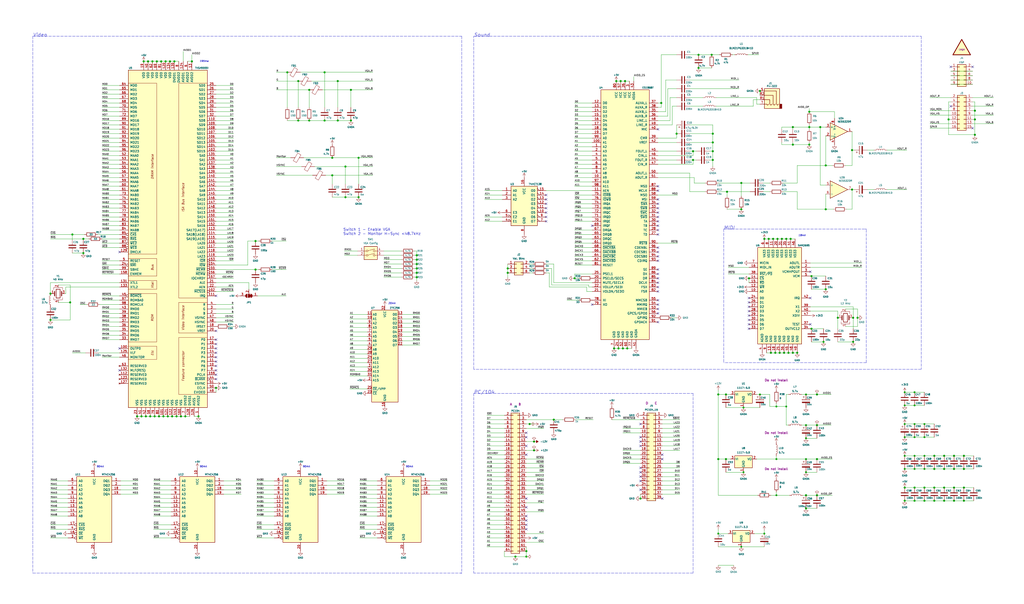
<source format=kicad_sch>
(kicad_sch (version 20211123) (generator eeschema)
  (paper "User" 592.988 350.012)
  (title_block (title "PC-KHARON-386-TOP") (date "2021-12-17") (rev "A") (company "Eugene Lozovoy") (comment 1 "VGA & Sound board for Kharon-386"))
  (lib_symbols
    (symbol "74xx:74LS138" (pin_names (offset 1.016))
      (property "Reference" "U" (at -7.62 11.43 0))
      (property "Value" "74LS138" (at -7.62 -13.97 0))
      (symbol "74LS138_1_0"
        (pin input line (at -12.7 7.62 0) (length 5.08) (name "A0") (number "1"))
        (pin output output_low (at 12.7 -5.08 180) (length 5.08) (name "O5") (number "10"))
        (pin output output_low (at 12.7 -2.54 180) (length 5.08) (name "O4") (number "11"))
        (pin output output_low (at 12.7 0 180) (length 5.08) (name "O3") (number "12"))
        (pin output output_low (at 12.7 2.54 180) (length 5.08) (name "O2") (number "13"))
        (pin output output_low (at 12.7 5.08 180) (length 5.08) (name "O1") (number "14"))
        (pin output output_low (at 12.7 7.62 180) (length 5.08) (name "O0") (number "15"))
        (pin power_in line (at 0 15.24 270) (length 5.08) (name "VCC") (number "16"))
        (pin input line (at -12.7 5.08 0) (length 5.08) (name "A1") (number "2"))
        (pin input line (at -12.7 2.54 0) (length 5.08) (name "A2") (number "3"))
        (pin input input_low (at -12.7 -10.16 0) (length 5.08) (name "E1") (number "4"))
        (pin input input_low (at -12.7 -7.62 0) (length 5.08) (name "E2") (number "5"))
        (pin input line (at -12.7 -5.08 0) (length 5.08) (name "E3") (number "6"))
        (pin output output_low (at 12.7 -10.16 180) (length 5.08) (name "O7") (number "7"))
        (pin power_in line (at 0 -17.78 90) (length 5.08) (name "GND") (number "8"))
        (pin output output_low (at 12.7 -7.62 180) (length 5.08) (name "O6") (number "9"))
      )
    )
    (symbol "Amplifier_Operational:NE5532" (pin_names (offset 0.127))
      (property "Reference" "U" (at 0 5.08 0))
      (property "Value" "NE5532" (at 0 -5.08 0))
      (symbol "NE5532_1_1"
        (pin output line (at 7.62 0 180) (length 2.54) (name "~") (number "1"))
        (pin input line (at -7.62 -2.54 0) (length 2.54) (name "-") (number "2"))
        (pin input line (at -7.62 2.54 0) (length 2.54) (name "+") (number "3"))
      )
      (symbol "NE5532_2_1"
        (pin input line (at -7.62 2.54 0) (length 2.54) (name "+") (number "5"))
        (pin input line (at -7.62 -2.54 0) (length 2.54) (name "-") (number "6"))
        (pin output line (at 7.62 0 180) (length 2.54) (name "~") (number "7"))
      )
      (symbol "NE5532_3_1"
        (pin power_in line (at -2.54 -7.62 90) (length 3.81) (name "V-") (number "4"))
        (pin power_in line (at -2.54 7.62 270) (length 3.81) (name "V+") (number "8"))
      )
    )
    (symbol "Connector:AudioJack4"
      (property "Reference" "J" (at 0 8.89 0))
      (property "Value" "AudioJack4" (at 0 6.35 0))
      (symbol "AudioJack4_1_1"
        (pin passive line (at 5.08 -2.54 180) (length 2.54) (name "~") (number "R1"))
        (pin passive line (at 5.08 0 180) (length 2.54) (name "~") (number "R2"))
        (pin passive line (at 5.08 2.54 180) (length 2.54) (name "~") (number "S"))
        (pin passive line (at 5.08 -5.08 180) (length 2.54) (name "~") (number "T"))
      )
    )
    (symbol "Connector_Generic:Conn_02x03_Odd_Even" (pin_names (offset 1.016) hide)
      (property "Reference" "J" (at 1.27 5.08 0))
      (property "Value" "Conn_02x03_Odd_Even" (at 1.27 -5.08 0))
      (symbol "Conn_02x03_Odd_Even_1_1"
        (pin passive line (at -5.08 2.54 0) (length 3.81) (name "Pin_1") (number "1"))
        (pin passive line (at 7.62 2.54 180) (length 3.81) (name "Pin_2") (number "2"))
        (pin passive line (at -5.08 0 0) (length 3.81) (name "Pin_3") (number "3"))
        (pin passive line (at 7.62 0 180) (length 3.81) (name "Pin_4") (number "4"))
        (pin passive line (at -5.08 -2.54 0) (length 3.81) (name "Pin_5") (number "5"))
        (pin passive line (at 7.62 -2.54 180) (length 3.81) (name "Pin_6") (number "6"))
      )
    )
    (symbol "Connector_Generic:Conn_02x05_Odd_Even" (pin_names (offset 1.016) hide)
      (property "Reference" "J" (at 1.27 7.62 0))
      (property "Value" "Conn_02x05_Odd_Even" (at 1.27 -7.62 0))
      (symbol "Conn_02x05_Odd_Even_1_1"
        (pin passive line (at -5.08 5.08 0) (length 3.81) (name "Pin_1") (number "1"))
        (pin passive line (at 7.62 -5.08 180) (length 3.81) (name "Pin_10") (number "10"))
        (pin passive line (at 7.62 5.08 180) (length 3.81) (name "Pin_2") (number "2"))
        (pin passive line (at -5.08 2.54 0) (length 3.81) (name "Pin_3") (number "3"))
        (pin passive line (at 7.62 2.54 180) (length 3.81) (name "Pin_4") (number "4"))
        (pin passive line (at -5.08 0 0) (length 3.81) (name "Pin_5") (number "5"))
        (pin passive line (at 7.62 0 180) (length 3.81) (name "Pin_6") (number "6"))
        (pin passive line (at -5.08 -2.54 0) (length 3.81) (name "Pin_7") (number "7"))
        (pin passive line (at 7.62 -2.54 180) (length 3.81) (name "Pin_8") (number "8"))
        (pin passive line (at -5.08 -5.08 0) (length 3.81) (name "Pin_9") (number "9"))
      )
    )
    (symbol "Connector_Generic:Conn_02x08_Odd_Even" (pin_names (offset 1.016) hide)
      (property "Reference" "J" (at 1.27 10.16 0))
      (property "Value" "Conn_02x08_Odd_Even" (at 1.27 -12.7 0))
      (symbol "Conn_02x08_Odd_Even_1_1"
        (pin passive line (at -5.08 7.62 0) (length 3.81) (name "Pin_1") (number "1"))
        (pin passive line (at 7.62 -2.54 180) (length 3.81) (name "Pin_10") (number "10"))
        (pin passive line (at -5.08 -5.08 0) (length 3.81) (name "Pin_11") (number "11"))
        (pin passive line (at 7.62 -5.08 180) (length 3.81) (name "Pin_12") (number "12"))
        (pin passive line (at -5.08 -7.62 0) (length 3.81) (name "Pin_13") (number "13"))
        (pin passive line (at 7.62 -7.62 180) (length 3.81) (name "Pin_14") (number "14"))
        (pin passive line (at -5.08 -10.16 0) (length 3.81) (name "Pin_15") (number "15"))
        (pin passive line (at 7.62 -10.16 180) (length 3.81) (name "Pin_16") (number "16"))
        (pin passive line (at 7.62 7.62 180) (length 3.81) (name "Pin_2") (number "2"))
        (pin passive line (at -5.08 5.08 0) (length 3.81) (name "Pin_3") (number "3"))
        (pin passive line (at 7.62 5.08 180) (length 3.81) (name "Pin_4") (number "4"))
        (pin passive line (at -5.08 2.54 0) (length 3.81) (name "Pin_5") (number "5"))
        (pin passive line (at 7.62 2.54 180) (length 3.81) (name "Pin_6") (number "6"))
        (pin passive line (at -5.08 0 0) (length 3.81) (name "Pin_7") (number "7"))
        (pin passive line (at 7.62 0 180) (length 3.81) (name "Pin_8") (number "8"))
        (pin passive line (at -5.08 -2.54 0) (length 3.81) (name "Pin_9") (number "9"))
      )
    )
    (symbol "Connector_Generic:Conn_02x20_Odd_Even" (pin_names (offset 1.016) hide)
      (property "Reference" "J" (at 1.27 25.4 0))
      (property "Value" "Conn_02x20_Odd_Even" (at 1.27 -27.94 0))
      (symbol "Conn_02x20_Odd_Even_1_1"
        (pin passive line (at -5.08 22.86 0) (length 3.81) (name "Pin_1") (number "1"))
        (pin passive line (at 7.62 12.7 180) (length 3.81) (name "Pin_10") (number "10"))
        (pin passive line (at -5.08 10.16 0) (length 3.81) (name "Pin_11") (number "11"))
        (pin passive line (at 7.62 10.16 180) (length 3.81) (name "Pin_12") (number "12"))
        (pin passive line (at -5.08 7.62 0) (length 3.81) (name "Pin_13") (number "13"))
        (pin passive line (at 7.62 7.62 180) (length 3.81) (name "Pin_14") (number "14"))
        (pin passive line (at -5.08 5.08 0) (length 3.81) (name "Pin_15") (number "15"))
        (pin passive line (at 7.62 5.08 180) (length 3.81) (name "Pin_16") (number "16"))
        (pin passive line (at -5.08 2.54 0) (length 3.81) (name "Pin_17") (number "17"))
        (pin passive line (at 7.62 2.54 180) (length 3.81) (name "Pin_18") (number "18"))
        (pin passive line (at -5.08 0 0) (length 3.81) (name "Pin_19") (number "19"))
        (pin passive line (at 7.62 22.86 180) (length 3.81) (name "Pin_2") (number "2"))
        (pin passive line (at 7.62 0 180) (length 3.81) (name "Pin_20") (number "20"))
        (pin passive line (at -5.08 -2.54 0) (length 3.81) (name "Pin_21") (number "21"))
        (pin passive line (at 7.62 -2.54 180) (length 3.81) (name "Pin_22") (number "22"))
        (pin passive line (at -5.08 -5.08 0) (length 3.81) (name "Pin_23") (number "23"))
        (pin passive line (at 7.62 -5.08 180) (length 3.81) (name "Pin_24") (number "24"))
        (pin passive line (at -5.08 -7.62 0) (length 3.81) (name "Pin_25") (number "25"))
        (pin passive line (at 7.62 -7.62 180) (length 3.81) (name "Pin_26") (number "26"))
        (pin passive line (at -5.08 -10.16 0) (length 3.81) (name "Pin_27") (number "27"))
        (pin passive line (at 7.62 -10.16 180) (length 3.81) (name "Pin_28") (number "28"))
        (pin passive line (at -5.08 -12.7 0) (length 3.81) (name "Pin_29") (number "29"))
        (pin passive line (at -5.08 20.32 0) (length 3.81) (name "Pin_3") (number "3"))
        (pin passive line (at 7.62 -12.7 180) (length 3.81) (name "Pin_30") (number "30"))
        (pin passive line (at -5.08 -15.24 0) (length 3.81) (name "Pin_31") (number "31"))
        (pin passive line (at 7.62 -15.24 180) (length 3.81) (name "Pin_32") (number "32"))
        (pin passive line (at -5.08 -17.78 0) (length 3.81) (name "Pin_33") (number "33"))
        (pin passive line (at 7.62 -17.78 180) (length 3.81) (name "Pin_34") (number "34"))
        (pin passive line (at -5.08 -20.32 0) (length 3.81) (name "Pin_35") (number "35"))
        (pin passive line (at 7.62 -20.32 180) (length 3.81) (name "Pin_36") (number "36"))
        (pin passive line (at -5.08 -22.86 0) (length 3.81) (name "Pin_37") (number "37"))
        (pin passive line (at 7.62 -22.86 180) (length 3.81) (name "Pin_38") (number "38"))
        (pin passive line (at -5.08 -25.4 0) (length 3.81) (name "Pin_39") (number "39"))
        (pin passive line (at 7.62 20.32 180) (length 3.81) (name "Pin_4") (number "4"))
        (pin passive line (at 7.62 -25.4 180) (length 3.81) (name "Pin_40") (number "40"))
        (pin passive line (at -5.08 17.78 0) (length 3.81) (name "Pin_5") (number "5"))
        (pin passive line (at 7.62 17.78 180) (length 3.81) (name "Pin_6") (number "6"))
        (pin passive line (at -5.08 15.24 0) (length 3.81) (name "Pin_7") (number "7"))
        (pin passive line (at 7.62 15.24 180) (length 3.81) (name "Pin_8") (number "8"))
        (pin passive line (at -5.08 12.7 0) (length 3.81) (name "Pin_9") (number "9"))
      )
    )
    (symbol "Connector_Generic:Conn_02x32_Odd_Even" (pin_names (offset 1.016) hide)
      (property "Reference" "J" (at 1.27 40.64 0))
      (property "Value" "Conn_02x32_Odd_Even" (at 1.27 -43.18 0))
      (symbol "Conn_02x32_Odd_Even_1_1"
        (pin passive line (at -5.08 38.1 0) (length 3.81) (name "Pin_1") (number "1"))
        (pin passive line (at 7.62 27.94 180) (length 3.81) (name "Pin_10") (number "10"))
        (pin passive line (at -5.08 25.4 0) (length 3.81) (name "Pin_11") (number "11"))
        (pin passive line (at 7.62 25.4 180) (length 3.81) (name "Pin_12") (number "12"))
        (pin passive line (at -5.08 22.86 0) (length 3.81) (name "Pin_13") (number "13"))
        (pin passive line (at 7.62 22.86 180) (length 3.81) (name "Pin_14") (number "14"))
        (pin passive line (at -5.08 20.32 0) (length 3.81) (name "Pin_15") (number "15"))
        (pin passive line (at 7.62 20.32 180) (length 3.81) (name "Pin_16") (number "16"))
        (pin passive line (at -5.08 17.78 0) (length 3.81) (name "Pin_17") (number "17"))
        (pin passive line (at 7.62 17.78 180) (length 3.81) (name "Pin_18") (number "18"))
        (pin passive line (at -5.08 15.24 0) (length 3.81) (name "Pin_19") (number "19"))
        (pin passive line (at 7.62 38.1 180) (length 3.81) (name "Pin_2") (number "2"))
        (pin passive line (at 7.62 15.24 180) (length 3.81) (name "Pin_20") (number "20"))
        (pin passive line (at -5.08 12.7 0) (length 3.81) (name "Pin_21") (number "21"))
        (pin passive line (at 7.62 12.7 180) (length 3.81) (name "Pin_22") (number "22"))
        (pin passive line (at -5.08 10.16 0) (length 3.81) (name "Pin_23") (number "23"))
        (pin passive line (at 7.62 10.16 180) (length 3.81) (name "Pin_24") (number "24"))
        (pin passive line (at -5.08 7.62 0) (length 3.81) (name "Pin_25") (number "25"))
        (pin passive line (at 7.62 7.62 180) (length 3.81) (name "Pin_26") (number "26"))
        (pin passive line (at -5.08 5.08 0) (length 3.81) (name "Pin_27") (number "27"))
        (pin passive line (at 7.62 5.08 180) (length 3.81) (name "Pin_28") (number "28"))
        (pin passive line (at -5.08 2.54 0) (length 3.81) (name "Pin_29") (number "29"))
        (pin passive line (at -5.08 35.56 0) (length 3.81) (name "Pin_3") (number "3"))
        (pin passive line (at 7.62 2.54 180) (length 3.81) (name "Pin_30") (number "30"))
        (pin passive line (at -5.08 0 0) (length 3.81) (name "Pin_31") (number "31"))
        (pin passive line (at 7.62 0 180) (length 3.81) (name "Pin_32") (number "32"))
        (pin passive line (at -5.08 -2.54 0) (length 3.81) (name "Pin_33") (number "33"))
        (pin passive line (at 7.62 -2.54 180) (length 3.81) (name "Pin_34") (number "34"))
        (pin passive line (at -5.08 -5.08 0) (length 3.81) (name "Pin_35") (number "35"))
        (pin passive line (at 7.62 -5.08 180) (length 3.81) (name "Pin_36") (number "36"))
        (pin passive line (at -5.08 -7.62 0) (length 3.81) (name "Pin_37") (number "37"))
        (pin passive line (at 7.62 -7.62 180) (length 3.81) (name "Pin_38") (number "38"))
        (pin passive line (at -5.08 -10.16 0) (length 3.81) (name "Pin_39") (number "39"))
        (pin passive line (at 7.62 35.56 180) (length 3.81) (name "Pin_4") (number "4"))
        (pin passive line (at 7.62 -10.16 180) (length 3.81) (name "Pin_40") (number "40"))
        (pin passive line (at -5.08 -12.7 0) (length 3.81) (name "Pin_41") (number "41"))
        (pin passive line (at 7.62 -12.7 180) (length 3.81) (name "Pin_42") (number "42"))
        (pin passive line (at -5.08 -15.24 0) (length 3.81) (name "Pin_43") (number "43"))
        (pin passive line (at 7.62 -15.24 180) (length 3.81) (name "Pin_44") (number "44"))
        (pin passive line (at -5.08 -17.78 0) (length 3.81) (name "Pin_45") (number "45"))
        (pin passive line (at 7.62 -17.78 180) (length 3.81) (name "Pin_46") (number "46"))
        (pin passive line (at -5.08 -20.32 0) (length 3.81) (name "Pin_47") (number "47"))
        (pin passive line (at 7.62 -20.32 180) (length 3.81) (name "Pin_48") (number "48"))
        (pin passive line (at -5.08 -22.86 0) (length 3.81) (name "Pin_49") (number "49"))
        (pin passive line (at -5.08 33.02 0) (length 3.81) (name "Pin_5") (number "5"))
        (pin passive line (at 7.62 -22.86 180) (length 3.81) (name "Pin_50") (number "50"))
        (pin passive line (at -5.08 -25.4 0) (length 3.81) (name "Pin_51") (number "51"))
        (pin passive line (at 7.62 -25.4 180) (length 3.81) (name "Pin_52") (number "52"))
        (pin passive line (at -5.08 -27.94 0) (length 3.81) (name "Pin_53") (number "53"))
        (pin passive line (at 7.62 -27.94 180) (length 3.81) (name "Pin_54") (number "54"))
        (pin passive line (at -5.08 -30.48 0) (length 3.81) (name "Pin_55") (number "55"))
        (pin passive line (at 7.62 -30.48 180) (length 3.81) (name "Pin_56") (number "56"))
        (pin passive line (at -5.08 -33.02 0) (length 3.81) (name "Pin_57") (number "57"))
        (pin passive line (at 7.62 -33.02 180) (length 3.81) (name "Pin_58") (number "58"))
        (pin passive line (at -5.08 -35.56 0) (length 3.81) (name "Pin_59") (number "59"))
        (pin passive line (at 7.62 33.02 180) (length 3.81) (name "Pin_6") (number "6"))
        (pin passive line (at 7.62 -35.56 180) (length 3.81) (name "Pin_60") (number "60"))
        (pin passive line (at -5.08 -38.1 0) (length 3.81) (name "Pin_61") (number "61"))
        (pin passive line (at 7.62 -38.1 180) (length 3.81) (name "Pin_62") (number "62"))
        (pin passive line (at -5.08 -40.64 0) (length 3.81) (name "Pin_63") (number "63"))
        (pin passive line (at 7.62 -40.64 180) (length 3.81) (name "Pin_64") (number "64"))
        (pin passive line (at -5.08 30.48 0) (length 3.81) (name "Pin_7") (number "7"))
        (pin passive line (at 7.62 30.48 180) (length 3.81) (name "Pin_8") (number "8"))
        (pin passive line (at -5.08 27.94 0) (length 3.81) (name "Pin_9") (number "9"))
      )
    )
    (symbol "Device:C" (pin_numbers hide) (pin_names (offset 0.254))
      (property "Reference" "C" (at 0.635 2.54 0))
      (property "Value" "C" (at 0.635 -2.54 0))
      (symbol "C_1_1"
        (pin passive line (at 0 3.81 270) (length 2.794) (name "~") (number "1"))
        (pin passive line (at 0 -3.81 90) (length 2.794) (name "~") (number "2"))
      )
    )
    (symbol "Device:C_Polarized" (pin_numbers hide) (pin_names (offset 0.254))
      (property "Reference" "C" (at 0.635 2.54 0))
      (property "Value" "C_Polarized" (at 0.635 -2.54 0))
      (symbol "C_Polarized_1_1"
        (pin passive line (at 0 3.81 270) (length 2.794) (name "~") (number "1"))
        (pin passive line (at 0 -3.81 90) (length 2.794) (name "~") (number "2"))
      )
    )
    (symbol "Device:Crystal_GND24" (pin_names (offset 1.016) hide)
      (property "Reference" "Y" (at 3.175 5.08 0))
      (property "Value" "Crystal_GND24" (at 3.175 3.175 0))
      (symbol "Crystal_GND24_1_1"
        (pin passive line (at -3.81 0 0) (length 1.27) (name "1") (number "1"))
        (pin passive line (at 0 5.08 270) (length 1.27) (name "2") (number "2"))
        (pin passive line (at 3.81 0 180) (length 1.27) (name "3") (number "3"))
        (pin passive line (at 0 -5.08 90) (length 1.27) (name "4") (number "4"))
      )
    )
    (symbol "Device:FerriteBead" (pin_numbers hide) (pin_names (offset 0))
      (property "Reference" "FB" (at -3.81 0.635 90))
      (property "Value" "FerriteBead" (at 3.81 0 90))
      (symbol "FerriteBead_1_1"
        (pin passive line (at 0 3.81 270) (length 2.54) (name "~") (number "1"))
        (pin passive line (at 0 -3.81 90) (length 2.54) (name "~") (number "2"))
      )
    )
    (symbol "Device:L" (pin_numbers hide) (pin_names (offset 1.016) hide)
      (property "Reference" "L" (at -1.27 0 90))
      (property "Value" "L" (at 1.905 0 90))
      (symbol "L_1_1"
        (pin passive line (at 0 3.81 270) (length 1.27) (name "1") (number "1"))
        (pin passive line (at 0 -3.81 90) (length 1.27) (name "2") (number "2"))
      )
    )
    (symbol "Device:R" (pin_numbers hide) (pin_names (offset 0))
      (property "Reference" "R" (at 2.032 0 90))
      (property "Value" "R" (at 0 0 90))
      (symbol "R_1_1"
        (pin passive line (at 0 3.81 270) (length 1.27) (name "~") (number "1"))
        (pin passive line (at 0 -3.81 90) (length 1.27) (name "~") (number "2"))
      )
    )
    (symbol "Jumper:SolderJumper_3_Bridged12" (pin_names (offset 0) hide)
      (property "Reference" "JP" (at -2.54 -2.54 0))
      (property "Value" "SolderJumper_3_Bridged12" (at 0 2.794 0))
      (symbol "SolderJumper_3_Bridged12_1_1"
        (pin passive line (at -5.08 0 0) (length 2.54) (name "A") (number "1"))
        (pin passive line (at 0 -3.81 90) (length 2.54) (name "C") (number "2"))
        (pin passive line (at 5.08 0 180) (length 2.54) (name "B") (number "3"))
      )
    )
    (symbol "Memory_EPROM:27C512PLCC"
      (property "Reference" "U" (at -7.62 26.67 0))
      (property "Value" "27C512PLCC" (at 2.54 -29.21 0))
      (symbol "27C512PLCC_1_1"
        (pin no_connect line (at 7.62 -17.78 180) (length 2.54) hide (name "NC") (number "1"))
        (pin input line (at -10.16 20.32 0) (length 2.54) (name "A1") (number "10"))
        (pin input line (at -10.16 22.86 0) (length 2.54) (name "A0") (number "11"))
        (pin no_connect line (at 7.62 -22.86 180) (length 2.54) hide (name "NC") (number "12"))
        (pin tri_state line (at 10.16 22.86 180) (length 2.54) (name "O0") (number "13"))
        (pin tri_state line (at 10.16 20.32 180) (length 2.54) (name "O1") (number "14"))
        (pin tri_state line (at 10.16 17.78 180) (length 2.54) (name "O2") (number "15"))
        (pin power_in line (at 0 -30.48 90) (length 2.54) (name "GND") (number "16"))
        (pin no_connect line (at 7.62 -20.32 180) (length 2.54) hide (name "NC") (number "17"))
        (pin tri_state line (at 10.16 15.24 180) (length 2.54) (name "O3") (number "18"))
        (pin tri_state line (at 10.16 12.7 180) (length 2.54) (name "O4") (number "19"))
        (pin input line (at -10.16 -15.24 0) (length 2.54) (name "A15") (number "2"))
        (pin tri_state line (at 10.16 10.16 180) (length 2.54) (name "O5") (number "20"))
        (pin tri_state line (at 10.16 7.62 180) (length 2.54) (name "O6") (number "21"))
        (pin tri_state line (at 10.16 5.08 180) (length 2.54) (name "O7") (number "22"))
        (pin input line (at -10.16 -22.86 0) (length 2.54) (name "~{CE}") (number "23"))
        (pin input line (at -10.16 -2.54 0) (length 2.54) (name "A10") (number "24"))
        (pin input line (at -10.16 -20.32 0) (length 2.54) (name "~{OE}/VPP") (number "25"))
        (pin no_connect line (at 7.62 -25.4 180) (length 2.54) hide (name "NC") (number "26"))
        (pin input line (at -10.16 -5.08 0) (length 2.54) (name "A11") (number "27"))
        (pin input line (at -10.16 0 0) (length 2.54) (name "A9") (number "28"))
        (pin input line (at -10.16 2.54 0) (length 2.54) (name "A8") (number "29"))
        (pin input line (at -10.16 -7.62 0) (length 2.54) (name "A12") (number "3"))
        (pin input line (at -10.16 -10.16 0) (length 2.54) (name "A13") (number "30"))
        (pin input line (at -10.16 -12.7 0) (length 2.54) (name "A14") (number "31"))
        (pin power_in line (at 0 27.94 270) (length 2.54) (name "VCC") (number "32"))
        (pin input line (at -10.16 5.08 0) (length 2.54) (name "A7") (number "4"))
        (pin input line (at -10.16 7.62 0) (length 2.54) (name "A6") (number "5"))
        (pin input line (at -10.16 10.16 0) (length 2.54) (name "A5") (number "6"))
        (pin input line (at -10.16 12.7 0) (length 2.54) (name "A4") (number "7"))
        (pin input line (at -10.16 15.24 0) (length 2.54) (name "A3") (number "8"))
        (pin input line (at -10.16 17.78 0) (length 2.54) (name "A2") (number "9"))
      )
    )
    (symbol "Regulator_Linear:AMS1117-3.3" (pin_names (offset 0.254))
      (property "Reference" "U" (at -3.81 3.175 0))
      (property "Value" "AMS1117-3.3" (at 0 3.175 0))
      (symbol "AMS1117-3.3_1_1"
        (pin power_in line (at 0 -7.62 90) (length 2.54) (name "GND") (number "1"))
        (pin power_out line (at 7.62 0 180) (length 2.54) (name "VO") (number "2"))
        (pin power_in line (at -7.62 0 0) (length 2.54) (name "VI") (number "3"))
      )
    )
    (symbol "Regulator_Linear:AMS1117-5.0" (pin_names (offset 0.254))
      (property "Reference" "U" (at -3.81 3.175 0))
      (property "Value" "AMS1117-5.0" (at 0 3.175 0))
      (symbol "AMS1117-5.0_1_1"
        (pin power_in line (at 0 -7.62 90) (length 2.54) (name "GND") (number "1"))
        (pin power_out line (at 7.62 0 180) (length 2.54) (name "VO") (number "2"))
        (pin power_in line (at -7.62 0 0) (length 2.54) (name "VI") (number "3"))
      )
    )
    (symbol "Switch:SW_DIP_x02" (pin_names (offset 0) hide)
      (property "Reference" "SW" (at 0 6.35 0))
      (property "Value" "SW_DIP_x02" (at 0 -3.81 0))
      (symbol "SW_DIP_x02_1_1"
        (pin passive line (at -7.62 2.54 0) (length 5.08) (name "~") (number "1"))
        (pin passive line (at -7.62 0 0) (length 5.08) (name "~") (number "2"))
        (pin passive line (at 7.62 0 180) (length 5.08) (name "~") (number "3"))
        (pin passive line (at 7.62 2.54 180) (length 5.08) (name "~") (number "4"))
      )
    )
    (symbol "my:ES1868F" (pin_names (offset 1.016))
      (property "Reference" "U" (at 0 2.54 0))
      (property "Value" "ES1868F" (at 0 0 0))
      (symbol "ES1868F_1_1"
        (pin input line (at -19.05 39.37 0) (length 5.08) (name "A2") (number "1"))
        (pin input line (at -19.05 21.59 0) (length 5.08) (name "A9") (number "10"))
        (pin input line (at -19.05 41.91 0) (length 5.08) (name "A1") (number "100"))
        (pin input line (at -19.05 13.97 0) (length 5.08) (name "AEN") (number "11"))
        (pin bidirectional line (at -19.05 64.77 0) (length 5.08) (name "D0") (number "12"))
        (pin bidirectional line (at -19.05 62.23 0) (length 5.08) (name "D1") (number "13"))
        (pin bidirectional line (at -19.05 59.69 0) (length 5.08) (name "D2") (number "14"))
        (pin bidirectional line (at -19.05 57.15 0) (length 5.08) (name "D3") (number "15"))
        (pin bidirectional line (at -19.05 54.61 0) (length 5.08) (name "D4") (number "16"))
        (pin bidirectional line (at -19.05 52.07 0) (length 5.08) (name "D5") (number "17"))
        (pin bidirectional line (at -19.05 49.53 0) (length 5.08) (name "D6") (number "18"))
        (pin bidirectional line (at -19.05 46.99 0) (length 5.08) (name "D7") (number "19"))
        (pin input line (at -19.05 36.83 0) (length 5.08) (name "A3") (number "2"))
        (pin input line (at -19.05 -36.83 0) (length 5.08) (name "PSEL0/SECS") (number "20"))
        (pin input line (at -19.05 -44.45 0) (length 5.08) (name "VOLDN/SEDO") (number "21"))
        (pin input line (at -19.05 -41.91 0) (length 5.08) (name "VOLUP/SEDI") (number "22"))
        (pin output line (at -19.05 -39.37 0) (length 5.08) (name "MUTE/SECLK") (number "23"))
        (pin power_in line (at -3.81 -77.47 90) (length 5.08) (name "GND") (number "24"))
        (pin input line (at -19.05 -34.29 0) (length 5.08) (name "PSEL1") (number "25"))
        (pin power_in line (at 0 77.47 270) (length 5.08) (name "VCC") (number "26"))
        (pin bidirectional line (at 19.05 -11.43 180) (length 5.08) (name "TD") (number "27"))
        (pin bidirectional line (at 19.05 -8.89 180) (length 5.08) (name "TC") (number "28"))
        (pin bidirectional line (at 19.05 -6.35 180) (length 5.08) (name "TB") (number "29"))
        (pin power_in line (at 2.54 77.47 270) (length 5.08) (name "VCC") (number "3"))
        (pin bidirectional line (at 19.05 -3.81 180) (length 5.08) (name "TA") (number "30"))
        (pin input line (at 19.05 -1.27 180) (length 5.08) (name "~{SWD}") (number "31"))
        (pin input line (at 19.05 1.27 180) (length 5.08) (name "~{SWC}") (number "32"))
        (pin input line (at 19.05 3.81 180) (length 5.08) (name "~{SWB}") (number "33"))
        (pin input line (at 19.05 6.35 180) (length 5.08) (name "~{SWA}") (number "34"))
        (pin input line (at 19.05 59.69 180) (length 5.08) (name "AUXB_L") (number "35"))
        (pin input line (at 19.05 57.15 180) (length 5.08) (name "AUXB_R") (number "36"))
        (pin input line (at 19.05 64.77 180) (length 5.08) (name "AUXA_L") (number "37"))
        (pin input line (at 19.05 62.23 180) (length 5.08) (name "AUXA_R") (number "38"))
        (pin output line (at 19.05 44.45 180) (length 5.08) (name "CMR") (number "39"))
        (pin input line (at -19.05 34.29 0) (length 5.08) (name "A4") (number "4"))
        (pin input line (at 19.05 49.53 180) (length 5.08) (name "MIC") (number "40"))
        (pin power_in line (at 6.35 -77.47 90) (length 5.08) (name "GNDA") (number "41"))
        (pin output line (at 19.05 41.91 180) (length 5.08) (name "VREF") (number "42"))
        (pin power_in line (at 5.08 77.47 270) (length 5.08) (name "VDDA") (number "43"))
        (pin output line (at 19.05 31.75 180) (length 5.08) (name "FOUT_R") (number "44"))
        (pin output line (at 19.05 36.83 180) (length 5.08) (name "FOUT_L") (number "45"))
        (pin input line (at 19.05 34.29 180) (length 5.08) (name "CIN_L") (number "46"))
        (pin input line (at 19.05 29.21 180) (length 5.08) (name "CIN_R") (number "47"))
        (pin input line (at 19.05 54.61 180) (length 5.08) (name "LINE_L") (number "48"))
        (pin input line (at 19.05 52.07 180) (length 5.08) (name "LINE_R") (number "49"))
        (pin input line (at -19.05 31.75 0) (length 5.08) (name "A5") (number "5"))
        (pin output line (at 19.05 24.13 180) (length 5.08) (name "AOUT_L") (number "50"))
        (pin output line (at 19.05 21.59 180) (length 5.08) (name "AOUT_R") (number "51"))
        (pin power_in line (at -1.27 -77.47 90) (length 5.08) (name "GND") (number "52"))
        (pin input line (at 19.05 -54.61 180) (length 5.08) (name "MMIEB") (number "53"))
        (pin input line (at 19.05 -52.07 180) (length 5.08) (name "MMIRQ") (number "54"))
        (pin output line (at 19.05 -49.53 180) (length 5.08) (name "MMCSB") (number "55"))
        (pin output line (at 19.05 -57.15 180) (length 5.08) (name "GPCS/GPO0") (number "56"))
        (pin power_in line (at -2.54 77.47 270) (length 5.08) (name "VCC") (number "57"))
        (pin output line (at 19.05 11.43 180) (length 5.08) (name "MSO") (number "58"))
        (pin input line (at 19.05 8.89 180) (length 5.08) (name "MSI") (number "59"))
        (pin input line (at -19.05 29.21 0) (length 5.08) (name "A6") (number "6"))
        (pin power_in line (at 1.27 -77.47 90) (length 5.08) (name "GND") (number "60"))
        (pin output line (at -19.05 -16.51 0) (length 5.08) (name "DRQD") (number "61"))
        (pin tri_state line (at -19.05 -26.67 0) (length 5.08) (name "~{DACKBD}") (number "62"))
        (pin output line (at -19.05 -13.97 0) (length 5.08) (name "DRQC") (number "63"))
        (pin tri_state line (at -19.05 -24.13 0) (length 5.08) (name "~{DACKBC}") (number "64"))
        (pin output line (at -19.05 -11.43 0) (length 5.08) (name "DRQB") (number "65"))
        (pin tri_state line (at -19.05 -21.59 0) (length 5.08) (name "~{DACKBB}") (number "66"))
        (pin output line (at -19.05 -8.89 0) (length 5.08) (name "DRQA") (number "67"))
        (pin tri_state line (at -19.05 -19.05 0) (length 5.08) (name "~{DACKBA}") (number "68"))
        (pin tri_state line (at -19.05 -6.35 0) (length 5.08) (name "IRQF") (number "69"))
        (pin power_in line (at -6.35 -77.47 90) (length 5.08) (name "GND") (number "7"))
        (pin tri_state line (at -19.05 -3.81 0) (length 5.08) (name "IRQE") (number "70"))
        (pin tri_state line (at -19.05 -1.27 0) (length 5.08) (name "IRQD") (number "71"))
        (pin tri_state line (at -19.05 1.27 0) (length 5.08) (name "IRQC") (number "72"))
        (pin tri_state line (at -19.05 3.81 0) (length 5.08) (name "IRQB") (number "73"))
        (pin tri_state line (at -19.05 6.35 0) (length 5.08) (name "IRQA") (number "74"))
        (pin input line (at -19.05 11.43 0) (length 5.08) (name "~{IORB}") (number "75"))
        (pin input line (at -19.05 8.89 0) (length 5.08) (name "~{IOWB}") (number "76"))
        (pin power_in line (at 3.81 -77.47 90) (length 5.08) (name "GND") (number "77"))
        (pin input line (at -19.05 -49.53 0) (length 5.08) (name "XI") (number "78"))
        (pin output line (at -19.05 -52.07 0) (length 5.08) (name "XO") (number "79"))
        (pin input line (at -19.05 26.67 0) (length 5.08) (name "A7") (number "8"))
        (pin power_in line (at -5.08 77.47 270) (length 5.08) (name "VCC") (number "80"))
        (pin input line (at -19.05 -29.21 0) (length 5.08) (name "RESET") (number "81"))
        (pin input line (at 19.05 -44.45 180) (length 5.08) (name "FSR") (number "82"))
        (pin input line (at 19.05 -41.91 180) (length 5.08) (name "FSX") (number "83"))
        (pin input line (at 19.05 -39.37 180) (length 5.08) (name "DCLK") (number "84"))
        (pin input line (at 19.05 -36.83 180) (length 5.08) (name "DR") (number "85"))
        (pin tri_state line (at 19.05 -34.29 180) (length 5.08) (name "DX") (number "86"))
        (pin input line (at 19.05 16.51 180) (length 5.08) (name "MSD") (number "87"))
        (pin input line (at 19.05 13.97 180) (length 5.08) (name "MCLK") (number "88"))
        (pin input line (at 19.05 -31.75 180) (length 5.08) (name "SE") (number "89"))
        (pin input line (at -19.05 24.13 0) (length 5.08) (name "A8") (number "9"))
        (pin output line (at 19.05 -16.51 180) (length 5.08) (name "~{RSTB}") (number "90"))
        (pin output line (at 19.05 -62.23 180) (length 5.08) (name "GPDACK") (number "91"))
        (pin input line (at 19.05 -59.69 180) (length 5.08) (name "GPIRQ") (number "92"))
        (pin input line (at 19.05 -26.67 180) (length 5.08) (name "CDIRQ") (number "93"))
        (pin output line (at 19.05 -24.13 180) (length 5.08) (name "CDCSB0") (number "94"))
        (pin output line (at 19.05 -21.59 180) (length 5.08) (name "CDCSB1") (number "95"))
        (pin output line (at 19.05 -19.05 180) (length 5.08) (name "CDENBL") (number "96"))
        (pin input line (at -19.05 19.05 0) (length 5.08) (name "A10") (number "97"))
        (pin input line (at -19.05 16.51 0) (length 5.08) (name "A11") (number "98"))
        (pin input line (at -19.05 44.45 0) (length 5.08) (name "A0") (number "99"))
      )
    )
    (symbol "my:MT4C4256" (pin_names (offset 1.016))
      (property "Reference" "U?" (at -8.89 19.05 0))
      (property "Value" "MT4C4256" (at 7.62 19.05 0))
      (symbol "MT4C4256_1_1"
        (pin tri_state line (at 15.24 15.24 180) (length 5.08) (name "DQ1") (number "1"))
        (pin power_in line (at 0 22.86 270) (length 5.08) (name "VCC") (number "10"))
        (pin input line (at -15.24 5.08 0) (length 5.08) (name "A4") (number "11"))
        (pin input line (at -15.24 2.54 0) (length 5.08) (name "A5") (number "12"))
        (pin input line (at -15.24 0 0) (length 5.08) (name "A6") (number "13"))
        (pin input line (at -15.24 -2.54 0) (length 5.08) (name "A7") (number "14"))
        (pin input line (at -15.24 -5.08 0) (length 5.08) (name "A8") (number "15"))
        (pin input inverted (at -15.24 -15.24 0) (length 5.08) (name "~{OE}") (number "16"))
        (pin input inverted (at -15.24 -10.16 0) (length 5.08) (name "~{CAS}") (number "17"))
        (pin bidirectional line (at 15.24 10.16 180) (length 5.08) (name "DQ3") (number "18"))
        (pin bidirectional line (at 15.24 7.62 180) (length 5.08) (name "DQ4") (number "19"))
        (pin bidirectional line (at 15.24 12.7 180) (length 5.08) (name "DQ2") (number "2"))
        (pin power_in line (at 0 -25.4 90) (length 5.08) (name "GND") (number "20"))
        (pin input inverted (at -15.24 -17.78 0) (length 5.08) (name "~{WE}") (number "3"))
        (pin input inverted (at -15.24 -12.7 0) (length 5.08) (name "~{RAS}") (number "4"))
        (pin no_connect line (at 10.16 -10.16 180) (length 0) hide (name "NC") (number "5"))
        (pin input line (at -15.24 15.24 0) (length 5.08) (name "A0") (number "6"))
        (pin input line (at -15.24 12.7 0) (length 5.08) (name "A1") (number "7"))
        (pin input line (at -15.24 10.16 0) (length 5.08) (name "A2") (number "8"))
        (pin input line (at -15.24 7.62 0) (length 5.08) (name "A3") (number "9"))
      )
    )
    (symbol "my:SAM2695" (pin_names (offset 1.016))
      (property "Reference" "U" (at -13.97 29.21 0))
      (property "Value" "SAM2695" (at 12.7 29.21 0))
      (symbol "SAM2695_0_0"
        (pin output line (at 17.78 19.05 180) (length 5.08) (name "AOUTL") (number "1"))
        (pin input line (at -17.78 2.54 0) (length 5.08) (name "A0") (number "10"))
        (pin power_in line (at -3.81 33.02 270) (length 5.08) (name "VD33") (number "11"))
        (pin input line (at -17.78 5.08 0) (length 5.08) (name "~{WR}") (number "12"))
        (pin power_in line (at -5.08 -33.02 90) (length 5.08) (name "GND") (number "13"))
        (pin input line (at -17.78 10.16 0) (length 5.08) (name "~{CS}") (number "14"))
        (pin input line (at -17.78 7.62 0) (length 5.08) (name "~{RD}") (number "15"))
        (pin input line (at -17.78 16.51 0) (length 5.08) (name "MIDI_IN") (number "16"))
        (pin no_connect line (at 17.78 7.62 180) (length 5.08) hide (name "NC") (number "17"))
        (pin power_in line (at -2.54 -33.02 90) (length 5.08) (name "GND") (number "18"))
        (pin no_connect line (at 17.78 8.89 180) (length 5.08) hide (name "NC") (number "19"))
        (pin output line (at 17.78 16.51 180) (length 5.08) (name "AOUTR") (number "2"))
        (pin power_in line (at -1.27 33.02 270) (length 5.08) (name "VD33") (number "20"))
        (pin no_connect line (at 17.78 6.35 180) (length 5.08) hide (name "NC") (number "21"))
        (pin no_connect line (at 17.78 5.08 180) (length 5.08) hide (name "NC") (number "22"))
        (pin no_connect line (at 17.78 3.81 180) (length 5.08) hide (name "NC") (number "23"))
        (pin bidirectional line (at -17.78 -1.27 0) (length 5.08) (name "D0") (number "24"))
        (pin power_in line (at 0 -33.02 90) (length 5.08) (name "GND") (number "25"))
        (pin bidirectional line (at -17.78 -3.81 0) (length 5.08) (name "D1") (number "26"))
        (pin bidirectional line (at -17.78 -6.35 0) (length 5.08) (name "D2") (number "27"))
        (pin bidirectional line (at -17.78 -8.89 0) (length 5.08) (name "D3") (number "28"))
        (pin bidirectional line (at -17.78 -11.43 0) (length 5.08) (name "D4") (number "29"))
        (pin output line (at 17.78 13.97 180) (length 5.08) (name "VCMHPOUT") (number "3"))
        (pin bidirectional line (at -17.78 -13.97 0) (length 5.08) (name "D5") (number "30"))
        (pin power_in line (at 1.27 33.02 270) (length 5.08) (name "VD33") (number "31"))
        (pin bidirectional line (at -17.78 -16.51 0) (length 5.08) (name "D6") (number "32"))
        (pin bidirectional line (at -17.78 -19.05 0) (length 5.08) (name "D7") (number "33"))
        (pin power_out line (at 17.78 -19.05 180) (length 5.08) (name "OUTVC12") (number "34"))
        (pin power_in line (at 3.81 33.02 270) (length 5.08) (name "VD33") (number "35"))
        (pin power_in line (at 2.54 -33.02 90) (length 5.08) (name "GND") (number "36"))
        (pin input line (at 17.78 -16.51 180) (length 5.08) (name "TEST") (number "37"))
        (pin input line (at -17.78 12.7 0) (length 5.08) (name "~{RST}/~{PD}") (number "38"))
        (pin input line (at 17.78 -6.35 180) (length 5.08) (name "X1") (number "39"))
        (pin power_in line (at -10.16 -33.02 90) (length 5.08) (name "AGND") (number "4"))
        (pin input line (at 17.78 -8.89 180) (length 5.08) (name "X2") (number "40"))
        (pin power_in line (at 6.35 33.02 270) (length 5.08) (name "VD33") (number "41"))
        (pin output line (at 17.78 -1.27 180) (length 5.08) (name "IRQ") (number "42"))
        (pin no_connect line (at 17.78 2.54 180) (length 5.08) hide (name "NC") (number "43"))
        (pin no_connect line (at 17.78 1.27 180) (length 5.08) hide (name "NC") (number "44"))
        (pin power_in line (at 5.08 -33.02 90) (length 5.08) (name "GND") (number "45"))
        (pin power_in line (at 8.89 33.02 270) (length 5.08) (name "VD33") (number "46"))
        (pin input line (at 17.78 -11.43 180) (length 5.08) (name "XDIV") (number "47"))
        (pin power_in line (at 7.62 -33.02 90) (length 5.08) (name "GND") (number "48"))
        (pin output line (at 17.78 11.43 180) (length 5.08) (name "VCM") (number "5"))
        (pin power_in line (at -8.89 33.02 270) (length 5.08) (name "VA33") (number "6"))
        (pin input line (at -17.78 19.05 0) (length 5.08) (name "MICIN") (number "7"))
        (pin power_in line (at -6.35 33.02 270) (length 5.08) (name "VD33") (number "8"))
        (pin power_in line (at -7.62 -33.02 90) (length 5.08) (name "GND") (number "9"))
      )
      (symbol "SAM2695_1_1"
        (pin power_in line (at 10.16 -33.02 90) (length 5.08) (name "GND") (number "49"))
      )
    )
    (symbol "my:TVGA9000I" (pin_names (offset 1.016))
      (property "Reference" "U" (at 0 0 0))
      (property "Value" "TVGA9000I" (at 0 -2.54 0))
      (symbol "TVGA9000I_0_0"
        (text "Bus" (at -8.89 -16.51 900) (effects (font (size 1.27 1.27) italic)))
        (text "DRAM interface" (at -8.89 41.91 900) (effects (font (size 1.27 1.27) italic)))
        (text "Etc" (at -8.89 -66.04 900) (effects (font (size 1.27 1.27) italic)))
        (text "Feature connector" (at 8.89 -73.66 900) (effects (font (size 1.27 1.27) italic)))
        (text "ISA Bus interface" (at 8.89 24.13 900) (effects (font (size 1.27 1.27) italic)))
        (text "ROM" (at -8.89 -45.72 900) (effects (font (size 1.27 1.27) italic)))
        (text "Video interface" (at 8.89 -45.72 900) (effects (font (size 1.27 1.27) italic)))
        (text "Xtal" (at -8.89 -26.67 900) (effects (font (size 1.27 1.27) italic)))
      )
      (symbol "TVGA9000I_1_1"
        (pin power_in line (at 17.78 -102.87 90) (length 5.08) (name "AVSS2") (number "1"))
        (pin bidirectional line (at 27.94 -73.66 180) (length 5.08) (name "P6") (number "10"))
        (pin output line (at -27.94 -63.5 0) (length 5.08) (name "OUTP0") (number "100"))
        (pin power_in line (at -2.54 -102.87 90) (length 5.08) (name "VSS") (number "101"))
        (pin output inverted (at 27.94 -30.48 180) (length 5.08) (name "~{MCS16}") (number "102"))
        (pin tri_state line (at 27.94 50.8 180) (length 5.08) (name "SD15") (number "103"))
        (pin tri_state line (at 27.94 53.34 180) (length 5.08) (name "SD14") (number "104"))
        (pin tri_state line (at 27.94 55.88 180) (length 5.08) (name "SD13") (number "105"))
        (pin tri_state line (at 27.94 58.42 180) (length 5.08) (name "SD12") (number "106"))
        (pin tri_state line (at 27.94 60.96 180) (length 5.08) (name "SD11") (number "107"))
        (pin tri_state line (at 27.94 63.5 180) (length 5.08) (name "SD10") (number "108"))
        (pin tri_state line (at 27.94 66.04 180) (length 5.08) (name "SD9") (number "109"))
        (pin bidirectional line (at 27.94 -71.12 180) (length 5.08) (name "P5") (number "11"))
        (pin tri_state line (at 27.94 68.58 180) (length 5.08) (name "SD8") (number "110"))
        (pin output line (at 27.94 -33.02 180) (length 5.08) (name "IRQ") (number "111"))
        (pin no_connect line (at -27.94 -78.74 0) (length 5.08) (name "RESERVED") (number "112"))
        (pin input line (at 27.94 5.08 180) (length 5.08) (name "SA17(LA17)") (number "113"))
        (pin input line (at 27.94 2.54 180) (length 5.08) (name "SA18(LA18)") (number "114"))
        (pin input line (at 27.94 0 180) (length 5.08) (name "SA19(LA19)") (number "115"))
        (pin input line (at 27.94 -2.54 180) (length 5.08) (name "LA20") (number "116"))
        (pin input line (at 27.94 -5.08 180) (length 5.08) (name "LA21") (number "117"))
        (pin input line (at 27.94 -7.62 180) (length 5.08) (name "LA22") (number "118"))
        (pin input line (at 27.94 -10.16 180) (length 5.08) (name "LA23") (number "119"))
        (pin bidirectional line (at 27.94 -68.58 180) (length 5.08) (name "P4") (number "12"))
        (pin power_in line (at -1.27 102.87 270) (length 5.08) (name "VDD") (number "120"))
        (pin power_in line (at 0 -102.87 90) (length 5.08) (name "VSS") (number "121"))
        (pin power_in line (at 2.54 -102.87 90) (length 5.08) (name "VSS") (number "122"))
        (pin no_connect line (at -27.94 -81.28 0) (length 5.08) (name "RESERVED") (number "123"))
        (pin power_in line (at 8.89 102.87 270) (length 5.08) (name "AVDD1") (number "124"))
        (pin output line (at -27.94 -66.04 0) (length 5.08) (name "VLF") (number "125"))
        (pin power_in line (at 15.24 -102.87 90) (length 5.08) (name "AVSS") (number "126"))
        (pin no_connect line (at -27.94 -83.82 0) (length 5.08) (name "RESERVED") (number "127"))
        (pin power_in line (at 12.7 -102.87 90) (length 5.08) (name "DVSS1") (number "128"))
        (pin tri_state line (at -27.94 -7.62 0) (length 5.08) (name "DMCLK") (number "129"))
        (pin power_in line (at 13.97 102.87 270) (length 5.08) (name "AVDD2") (number "13"))
        (pin power_in line (at 3.81 102.87 270) (length 5.08) (name "DVDD1") (number "130"))
        (pin output line (at -27.94 -25.4 0) (length 5.08) (name "XTL1") (number "131"))
        (pin output line (at -27.94 -76.2 0) (length 5.08) (name "MLF(RES)") (number "132"))
        (pin input line (at -27.94 -27.94 0) (length 5.08) (name "XTL2") (number "133"))
        (pin power_in line (at 1.27 102.87 270) (length 5.08) (name "VDD") (number "134"))
        (pin input line (at 27.94 48.26 180) (length 5.08) (name "SA0") (number "135"))
        (pin input line (at 27.94 45.72 180) (length 5.08) (name "SA1") (number "136"))
        (pin input line (at 27.94 43.18 180) (length 5.08) (name "SA2") (number "137"))
        (pin input line (at 27.94 40.64 180) (length 5.08) (name "SA3") (number "138"))
        (pin input line (at 27.94 38.1 180) (length 5.08) (name "SA4") (number "139"))
        (pin bidirectional line (at 27.94 -66.04 180) (length 5.08) (name "P3") (number "14"))
        (pin input line (at 27.94 35.56 180) (length 5.08) (name "SA5") (number "140"))
        (pin input line (at 27.94 33.02 180) (length 5.08) (name "SA6") (number "141"))
        (pin input line (at 27.94 30.48 180) (length 5.08) (name "SA7") (number "142"))
        (pin power_in line (at 5.08 -102.87 90) (length 5.08) (name "VSS") (number "143"))
        (pin input line (at 27.94 27.94 180) (length 5.08) (name "SA8") (number "144"))
        (pin input line (at 27.94 25.4 180) (length 5.08) (name "SA9") (number "145"))
        (pin input line (at 27.94 22.86 180) (length 5.08) (name "SA10") (number "146"))
        (pin input line (at 27.94 20.32 180) (length 5.08) (name "SA11") (number "147"))
        (pin input line (at 27.94 17.78 180) (length 5.08) (name "SA12") (number "148"))
        (pin input line (at 27.94 15.24 180) (length 5.08) (name "SA13") (number "149"))
        (pin bidirectional line (at 27.94 -63.5 180) (length 5.08) (name "P2") (number "15"))
        (pin input line (at 27.94 12.7 180) (length 5.08) (name "SA14") (number "150"))
        (pin input line (at 27.94 10.16 180) (length 5.08) (name "SA15") (number "151"))
        (pin input line (at 27.94 7.62 180) (length 5.08) (name "SA16") (number "152"))
        (pin input inverted (at 27.94 -12.7 180) (length 5.08) (name "~{IOR}") (number "153"))
        (pin input inverted (at 27.94 -15.24 180) (length 5.08) (name "~{IOW}") (number "154"))
        (pin input inverted (at 27.94 -17.78 180) (length 5.08) (name "~{MEMR}") (number "155"))
        (pin input inverted (at 27.94 -20.32 180) (length 5.08) (name "~{MEMW}") (number "156"))
        (pin output line (at 27.94 -22.86 180) (length 5.08) (name "IOCHRDY") (number "157"))
        (pin input line (at -27.94 -20.32 0) (length 5.08) (name "ENMEM") (number "158"))
        (pin bidirectional line (at 27.94 -78.74 180) (length 5.08) (name "PCLK") (number "159"))
        (pin bidirectional line (at 27.94 -60.96 180) (length 5.08) (name "P1") (number "16"))
        (pin power_in line (at 7.62 -102.87 90) (length 5.08) (name "VSS") (number "160"))
        (pin bidirectional line (at 27.94 -58.42 180) (length 5.08) (name "P0") (number "17"))
        (pin input line (at 27.94 -50.8 180) (length 5.08) (name "IRSET") (number "18"))
        (pin power_in line (at -13.97 102.87 270) (length 5.08) (name "VDD") (number "19"))
        (pin output line (at 27.94 -43.18 180) (length 5.08) (name "B") (number "2"))
        (pin input line (at 27.94 -53.34 180) (length 5.08) (name "VREF") (number "20"))
        (pin input line (at 27.94 -25.4 180) (length 5.08) (name "ALE") (number "21"))
        (pin input line (at 27.94 -27.94 180) (length 5.08) (name "AEN") (number "22"))
        (pin power_in line (at -17.78 -102.87 90) (length 5.08) (name "VSS") (number "23"))
        (pin open_collector inverted (at -27.94 -15.24 0) (length 5.08) (name "~{NMI}") (number "24"))
        (pin tri_state line (at 27.94 88.9 180) (length 5.08) (name "SD0") (number "25"))
        (pin tri_state line (at 27.94 86.36 180) (length 5.08) (name "SD1") (number "26"))
        (pin tri_state line (at 27.94 83.82 180) (length 5.08) (name "SD2") (number "27"))
        (pin tri_state line (at 27.94 81.28 180) (length 5.08) (name "SD3") (number "28"))
        (pin tri_state line (at 27.94 78.74 180) (length 5.08) (name "SD4") (number "29"))
        (pin output line (at 27.94 -40.64 180) (length 5.08) (name "G") (number "3"))
        (pin tri_state line (at 27.94 76.2 180) (length 5.08) (name "SD5") (number "30"))
        (pin tri_state line (at 27.94 73.66 180) (length 5.08) (name "SD6") (number "31"))
        (pin tri_state line (at 27.94 71.12 180) (length 5.08) (name "SD7") (number "32"))
        (pin tri_state line (at -27.94 -58.42 0) (length 5.08) (name "RMD7") (number "33"))
        (pin tri_state line (at -27.94 -55.88 0) (length 5.08) (name "RMD6") (number "34"))
        (pin tri_state line (at -27.94 -53.34 0) (length 5.08) (name "RMD5") (number "35"))
        (pin tri_state line (at -27.94 -50.8 0) (length 5.08) (name "RMD4") (number "36"))
        (pin tri_state line (at -27.94 -48.26 0) (length 5.08) (name "RMD3") (number "37"))
        (pin tri_state line (at -27.94 -45.72 0) (length 5.08) (name "RMD2") (number "38"))
        (pin tri_state line (at -27.94 -43.18 0) (length 5.08) (name "RMD1") (number "39"))
        (pin output line (at 27.94 -38.1 180) (length 5.08) (name "R") (number "4"))
        (pin power_in line (at -11.43 102.87 270) (length 5.08) (name "VDD") (number "40"))
        (pin power_in line (at -15.24 -102.87 90) (length 5.08) (name "VSS") (number "41"))
        (pin power_in line (at -12.7 -102.87 90) (length 5.08) (name "VSS") (number "42"))
        (pin tri_state line (at -27.94 -40.64 0) (length 5.08) (name "RMD0") (number "43"))
        (pin bidirectional inverted (at 27.94 -81.28 180) (length 5.08) (name "~{BLANK}") (number "44"))
        (pin output inverted (at -27.94 -33.02 0) (length 5.08) (name "~{ROMCS}") (number "45"))
        (pin input line (at -27.94 -68.58 0) (length 5.08) (name "MONITOR") (number "46"))
        (pin output line (at 27.94 -45.72 180) (length 5.08) (name "VSYNC") (number "47"))
        (pin output line (at 27.94 -48.26 180) (length 5.08) (name "HSYNC") (number "48"))
        (pin input line (at 27.94 -88.9 180) (length 5.08) (name "EVIDEO") (number "49"))
        (pin input line (at -27.94 -12.7 0) (length 5.08) (name "RESET") (number "5"))
        (pin input line (at 27.94 -86.36 180) (length 5.08) (name "ECLK") (number "50"))
        (pin input line (at 27.94 -83.82 180) (length 5.08) (name "ESYNC") (number "51"))
        (pin output line (at -27.94 48.26 0) (length 5.08) (name "MAA0") (number "52"))
        (pin output line (at -27.94 45.72 0) (length 5.08) (name "MAA1") (number "53"))
        (pin output line (at -27.94 43.18 0) (length 5.08) (name "MAA2") (number "54"))
        (pin output line (at -27.94 40.64 0) (length 5.08) (name "MAA3") (number "55"))
        (pin output line (at -27.94 38.1 0) (length 5.08) (name "MAA4") (number "56"))
        (pin output line (at -27.94 35.56 0) (length 5.08) (name "MAA5") (number "57"))
        (pin power_in line (at -10.16 -102.87 90) (length 5.08) (name "VSS") (number "58"))
        (pin output line (at -27.94 33.02 0) (length 5.08) (name "MAA6") (number "59"))
        (pin power_in line (at 11.43 102.87 270) (length 5.08) (name "AVDD2") (number "6"))
        (pin output line (at -27.94 30.48 0) (length 5.08) (name "MAA7") (number "60"))
        (pin output line (at -27.94 27.94 0) (length 5.08) (name "MAA8") (number "61"))
        (pin power_in line (at -8.89 102.87 270) (length 5.08) (name "VDD") (number "62"))
        (pin no_connect line (at -27.94 -73.66 0) (length 5.08) (name "RESERVED") (number "63"))
        (pin tri_state line (at -27.94 88.9 0) (length 5.08) (name "MD0") (number "64"))
        (pin tri_state line (at -27.94 86.36 0) (length 5.08) (name "MD1") (number "65"))
        (pin tri_state line (at -27.94 83.82 0) (length 5.08) (name "MD2") (number "66"))
        (pin tri_state line (at -27.94 81.28 0) (length 5.08) (name "MD3") (number "67"))
        (pin tri_state line (at -27.94 78.74 0) (length 5.08) (name "MD4") (number "68"))
        (pin power_in line (at -6.35 102.87 270) (length 5.08) (name "VDD") (number "69"))
        (pin power_in line (at 10.16 -102.87 90) (length 5.08) (name "DVSS2") (number "7"))
        (pin tri_state line (at -27.94 76.2 0) (length 5.08) (name "MD5") (number "70"))
        (pin tri_state line (at -27.94 73.66 0) (length 5.08) (name "MD6") (number "71"))
        (pin tri_state line (at -27.94 71.12 0) (length 5.08) (name "MD7") (number "72"))
        (pin output line (at -27.94 25.4 0) (length 5.08) (name "MAB0") (number "73"))
        (pin output line (at -27.94 22.86 0) (length 5.08) (name "MAB1") (number "74"))
        (pin output line (at -27.94 20.32 0) (length 5.08) (name "MAB2") (number "75"))
        (pin output line (at -27.94 17.78 0) (length 5.08) (name "MAB3") (number "76"))
        (pin output line (at -27.94 15.24 0) (length 5.08) (name "MAB4") (number "77"))
        (pin output line (at -27.94 12.7 0) (length 5.08) (name "MAB5") (number "78"))
        (pin power_in line (at -7.62 -102.87 90) (length 5.08) (name "VSS") (number "79"))
        (pin power_in line (at 6.35 102.87 270) (length 5.08) (name "DVDD2") (number "8"))
        (pin power_in line (at -5.08 -102.87 90) (length 5.08) (name "VSS") (number "80"))
        (pin power_in line (at -3.81 102.87 270) (length 5.08) (name "VDD") (number "81"))
        (pin output line (at -27.94 10.16 0) (length 5.08) (name "MAB6") (number "82"))
        (pin output line (at -27.94 7.62 0) (length 5.08) (name "MAB7") (number "83"))
        (pin output line (at -27.94 5.08 0) (length 5.08) (name "MAB8") (number "84"))
        (pin output inverted (at -27.94 2.54 0) (length 5.08) (name "~{CAS}") (number "85"))
        (pin output inverted (at -27.94 0 0) (length 5.08) (name "~{RAS}") (number "86"))
        (pin output inverted (at -27.94 -2.54 0) (length 5.08) (name "~{WE2}") (number "87"))
        (pin output inverted (at -27.94 -5.08 0) (length 5.08) (name "~{WE0}") (number "88"))
        (pin tri_state line (at -27.94 68.58 0) (length 5.08) (name "MD16") (number "89"))
        (pin bidirectional line (at 27.94 -76.2 180) (length 5.08) (name "P7") (number "9"))
        (pin tri_state line (at -27.94 66.04 0) (length 5.08) (name "MD17") (number "90"))
        (pin tri_state line (at -27.94 63.5 0) (length 5.08) (name "MD18") (number "91"))
        (pin tri_state line (at -27.94 60.96 0) (length 5.08) (name "MD19") (number "92"))
        (pin tri_state line (at -27.94 58.42 0) (length 5.08) (name "MD20") (number "93"))
        (pin tri_state line (at -27.94 55.88 0) (length 5.08) (name "MD21") (number "94"))
        (pin tri_state line (at -27.94 53.34 0) (length 5.08) (name "MD22") (number "95"))
        (pin tri_state line (at -27.94 50.8 0) (length 5.08) (name "MD23") (number "96"))
        (pin output line (at -27.94 -35.56 0) (length 5.08) (name "ROMBA0") (number "97"))
        (pin input line (at -27.94 -38.1 0) (length 5.08) (name "ROMCLK") (number "98"))
        (pin input line (at -27.94 -17.78 0) (length 5.08) (name "SBHE") (number "99"))
      )
    )
    (symbol "my:logo" (pin_names (offset 1.016) hide))
    (symbol "power:+12V" (power) (pin_names (offset 0))
      (property "Value" "+12V" (at 0 3.556 0))
      (symbol "+12V_1_1"
        (pin power_in line (at 0 0 90) (length 0) hide (name "+12V") (number "1"))
      )
    )
    (symbol "power:+3V3" (power) (pin_names (offset 0))
      (property "Value" "+3V3" (at 0 3.556 0))
      (symbol "+3V3_1_1"
        (pin power_in line (at 0 0 90) (length 0) hide (name "+3V3") (number "1"))
      )
    )
    (symbol "power:+5V" (power) (pin_names (offset 0))
      (property "Value" "+5V" (at 0 3.556 0))
      (symbol "+5V_1_1"
        (pin power_in line (at 0 0 90) (length 0) hide (name "+5V") (number "1"))
      )
    )
    (symbol "power:-12V" (power) (pin_names (offset 0))
      (property "Value" "-12V" (at 0 3.81 0))
      (symbol "-12V_0_0"
        (pin power_in line (at 0 0 90) (length 0) hide (name "-12V") (number "1"))
      )
    )
    (symbol "power:GND" (power) (pin_names (offset 0))
      (property "Value" "GND" (at 0 -3.81 0))
      (symbol "GND_1_1"
        (pin power_in line (at 0 0 270) (length 0) hide (name "GND") (number "1"))
      )
    )
    (symbol "power:GNDA" (power) (pin_names (offset 0))
      (property "Value" "GNDA" (at 0 -3.81 0))
      (symbol "GNDA_1_1"
        (pin power_in line (at 0 0 270) (length 0) hide (name "GNDA") (number "1"))
      )
    )
    (symbol "power:PWR_FLAG" (power) (pin_numbers hide) (pin_names (offset 0) hide)
      (property "Value" "PWR_FLAG" (at 0 3.81 0))
      (symbol "PWR_FLAG_0_0"
        (pin power_out line (at 0 0 90) (length 0) (name "pwr") (number "1"))
      )
    )
  )
  (junction (at 466.725 287.02) (diameter 1.016))
  (junction (at 440.055 52.705) (diameter 1.016))
  (junction (at 114.935 241.3) (diameter 1.016))
  (junction (at 478.155 95.885) (diameter 1.016))
  (junction (at 420.37 266.065) (diameter 1.016))
  (junction (at 95.885 35.56) (diameter 1.016))
  (junction (at 457.835 138.43) (diameter 1.016))
  (junction (at 466.725 266.065))
  (junction (at 459.105 83.82) (diameter 1.016))
  (junction (at 552.45 282.575) (diameter 1.016))
  (junction (at 523.875 234.95))
  (junction (at 535.305 245.745))
  (junction (at 535.305 253.365))
  (junction (at 459.105 73.66) (diameter 1.016))
  (junction (at 356.87 46.99) (diameter 1.016))
  (junction (at 529.59 227.33))
  (junction (at 523.875 253.365))
  (junction (at 523.875 245.745))
  (junction (at 92.075 241.3) (diameter 1.016))
  (junction (at 456.565 204.47) (diameter 1.016))
  (junction (at 445.135 138.43) (diameter 1.016))
  (junction (at 449.58 235.585))
  (junction (at 459.105 204.47) (diameter 1.016))
  (junction (at 147.955 156.21) (diameter 1.016))
  (junction (at 100.965 35.56) (diameter 1.016))
  (junction (at 241.3 150.495) (diameter 1.016))
  (junction (at 48.26 138.43) (diameter 1.016))
  (junction (at 382.905 59.69) (diameter 1.016))
  (junction (at 298.45 322.58) (diameter 1.016))
  (junction (at 86.995 241.3) (diameter 1.016))
  (junction (at 187.96 41.91) (diameter 1.016))
  (junction (at 442.595 138.43) (diameter 1.016))
  (junction (at 172.72 46.99) (diameter 1.016))
  (junction (at 241.3 153.035) (diameter 1.016))
  (junction (at 494.03 184.15) (diameter 1.016))
  (junction (at 97.155 241.3) (diameter 1.016))
  (junction (at 496.57 184.15) (diameter 1.016))
  (junction (at 412.75 87.63) (diameter 1.016))
  (junction (at 447.675 138.43) (diameter 1.016))
  (junction (at 401.32 92.71) (diameter 1.016))
  (junction (at 466.725 246.38))
  (junction (at 404.495 31.75) (diameter 1.016))
  (junction (at 81.915 241.3) (diameter 1.016))
  (junction (at 203.2 69.85) (diameter 1.016))
  (junction (at 558.165 290.195) (diameter 1.016))
  (junction (at 147.955 139.7) (diameter 1.016))
  (junction (at 200.025 96.52) (diameter 1.016))
  (junction (at 468.63 83.82) (diameter 1.016))
  (junction (at 29.21 185.42) (diameter 1.016))
  (junction (at 358.14 201.93) (diameter 1.016))
  (junction (at 535.305 271.78))
  (junction (at 564.515 78.105) (diameter 1.016))
  (junction (at 111.125 35.56) (diameter 1.016))
  (junction (at 391.795 77.47) (diameter 1.016))
  (junction (at 564.515 69.215) (diameter 1.016))
  (junction (at 104.775 241.3) (diameter 1.016))
  (junction (at 306.705 245.745) (diameter 1.016))
  (junction (at 455.295 235.585))
  (junction (at 450.215 138.43) (diameter 1.016))
  (junction (at 440.055 228.6))
  (junction (at 412.115 31.75) (diameter 1.016))
  (junction (at 452.755 138.43) (diameter 1.016))
  (junction (at 523.875 271.78))
  (junction (at 332.74 161.29) (diameter 1.016))
  (junction (at 241.3 155.575) (diameter 1.016))
  (junction (at 466.725 254))
  (junction (at 304.8 319.405) (diameter 1.016))
  (junction (at 466.725 294.64) (diameter 1.016))
  (junction (at 241.3 158.115) (diameter 1.016))
  (junction (at 541.02 264.16) (diameter 1.016))
  (junction (at 546.735 282.575) (diameter 1.016))
  (junction (at 529.59 264.16))
  (junction (at 415.925 266.065) (diameter 1.016))
  (junction (at 125.095 224.79) (diameter 1.016))
  (junction (at 473.075 246.38) (diameter 1.016))
  (junction (at 473.075 266.065) (diameter 1.016))
  (junction (at 535.305 290.195) (diameter 1.016))
  (junction (at 102.235 241.3) (diameter 1.016))
  (junction (at 187.96 69.85) (diameter 1.016))
  (junction (at 529.59 234.95))
  (junction (at 360.68 201.93) (diameter 1.016))
  (junction (at 535.305 264.16))
  (junction (at 523.875 282.575) (diameter 1.016))
  (junction (at 549.275 69.215) (diameter 1.016))
  (junction (at 89.535 241.3) (diameter 1.016))
  (junction (at 415.925 228.6) (diameter 1.016))
  (junction (at 412.75 77.47) (diameter 1.016))
  (junction (at 401.32 87.63) (diameter 1.016))
  (junction (at 466.725 273.685))
  (junction (at 474.98 73.66) (diameter 1.016))
  (junction (at 546.735 264.16) (diameter 1.016))
  (junction (at 473.075 287.02) (diameter 1.016))
  (junction (at 451.485 204.47) (diameter 1.016))
  (junction (at 558.165 264.16) (diameter 1.016))
  (junction (at 355.6 201.93) (diameter 1.016))
  (junction (at 200.025 114.3) (diameter 1.016))
  (junction (at 466.725 228.6))
  (junction (at 404.495 39.37) (diameter 1.016))
  (junction (at 359.41 46.99) (diameter 1.016))
  (junction (at 558.165 282.575) (diameter 1.016))
  (junction (at 433.705 161.29) (diameter 1.016))
  (junction (at 449.58 266.065))
  (junction (at 564.515 64.135) (diameter 1.016))
  (junction (at 523.875 264.16))
  (junction (at 94.615 241.3) (diameter 1.016))
  (junction (at 207.645 91.44) (diameter 1.016))
  (junction (at 529.59 290.195) (diameter 1.016))
  (junction (at 429.26 121.285) (diameter 1.016))
  (junction (at 309.245 255.905) (diameter 1.016))
  (junction (at 85.725 35.56) (diameter 1.016))
  (junction (at 552.45 271.78) (diameter 1.016))
  (junction (at 192.405 91.44) (diameter 1.016))
  (junction (at 195.58 46.99) (diameter 1.016))
  (junction (at 429.26 316.865))
  (junction (at 84.455 241.3) (diameter 1.016))
  (junction (at 478.155 121.285) (diameter 1.016))
  (junction (at 552.45 290.195) (diameter 1.016))
  (junction (at 455.295 138.43) (diameter 1.016))
  (junction (at 88.265 35.56) (diameter 1.016))
  (junction (at 241.3 160.655) (diameter 1.016))
  (junction (at 449.58 287.02))
  (junction (at 476.885 198.12) (diameter 1.016))
  (junction (at 461.645 204.47) (diameter 1.016))
  (junction (at 83.185 35.56) (diameter 1.016))
  (junction (at 478.155 167.64) (diameter 1.016))
  (junction (at 41.91 135.89) (diameter 1.016))
  (junction (at 241.3 147.955) (diameter 1.016))
  (junction (at 90.805 35.56) (diameter 1.016))
  (junction (at 473.075 228.6) (diameter 1.016))
  (junction (at 93.345 35.56) (diameter 1.016))
  (junction (at 363.22 201.93) (diameter 1.016))
  (junction (at 99.695 241.3) (diameter 1.016))
  (junction (at 370.84 288.925) (diameter 1.016))
  (junction (at 541.02 271.78) (diameter 1.016))
  (junction (at 179.07 52.07) (diameter 1.016))
  (junction (at 98.425 35.56) (diameter 1.016))
  (junction (at 320.675 243.205) (diameter 1.016))
  (junction (at 166.37 41.91) (diameter 1.016))
  (junction (at 558.165 271.78) (diameter 1.016))
  (junction (at 294.005 158.115) (diameter 1.016))
  (junction (at 448.945 204.47) (diameter 1.016))
  (junction (at 469.9 160.02) (diameter 1.016))
  (junction (at 535.305 282.575) (diameter 1.016))
  (junction (at 529.59 253.365))
  (junction (at 541.02 282.575) (diameter 1.016))
  (junction (at 195.58 69.85) (diameter 1.016))
  (junction (at 203.2 52.07) (diameter 1.016))
  (junction (at 493.395 86.995) (diameter 1.016))
  (junction (at 207.645 114.3) (diameter 1.016))
  (junction (at 546.735 290.195) (diameter 1.016))
  (junction (at 107.315 241.3) (diameter 1.016))
  (junction (at 294.005 155.575) (diameter 1.016))
  (junction (at 469.9 190.5) (diameter 1.016))
  (junction (at 40.64 175.26) (diameter 1.016))
  (junction (at 79.375 241.3) (diameter 1.016))
  (junction (at 309.245 260.985) (diameter 1.016))
  (junction (at 420.37 228.6) (diameter 1.016))
  (junction (at 412.75 92.71) (diameter 1.016))
  (junction (at 29.21 170.18) (diameter 1.016))
  (junction (at 468.63 64.77) (diameter 1.016))
  (junction (at 493.395 109.855) (diameter 1.016))
  (junction (at 421.005 111.125) (diameter 1.016))
  (junction (at 468.63 73.66) (diameter 1.016))
  (junction (at 361.95 46.99) (diameter 1.016))
  (junction (at 523.875 227.33))
  (junction (at 415.925 309.245))
  (junction (at 430.53 236.22))
  (junction (at 523.875 290.195) (diameter 1.016))
  (junction (at 454.025 204.47) (diameter 1.016))
  (junction (at 430.53 273.685))
  (junction (at 529.59 245.745))
  (junction (at 541.02 290.195) (diameter 1.016))
  (junction (at 172.72 69.85) (diameter 1.016))
  (junction (at 546.735 271.78) (diameter 1.016))
  (junction (at 412.75 82.55) (diameter 1.016))
  (junction (at 429.26 106.045) (diameter 1.016))
  (junction (at 304.8 322.58) (diameter 1.016))
  (junction (at 529.59 282.575) (diameter 1.016))
  (junction (at 192.405 101.6) (diameter 1.016))
  (junction (at 446.405 204.47) (diameter 1.016))
  (junction (at 485.14 184.15) (diameter 1.016))
  (junction (at 529.59 271.78))
  (junction (at 442.595 309.245))
  (junction (at 48.26 146.685) (diameter 1.016))
  (junction (at 552.45 264.16) (diameter 1.016))
  (junction (at 494.03 198.12) (diameter 1.016))
  (junction (at 179.07 69.85) (diameter 1.016))
  (no_connect (at 304.8 258.445))
  (no_connect (at 381 181.61))
  (no_connect (at 433.705 177.8))
  (no_connect (at 304.8 288.925))
  (no_connect (at 304.8 301.625))
  (no_connect (at 125.095 191.77))
  (no_connect (at 381 186.69))
  (no_connect (at 381 146.05))
  (no_connect (at 304.8 299.085))
  (no_connect (at 433.705 180.34))
  (no_connect (at 381 133.35))
  (no_connect (at 381 123.19))
  (no_connect (at 316.23 113.03))
  (no_connect (at 370.84 253.365))
  (no_connect (at 304.8 306.705))
  (no_connect (at 370.84 283.845))
  (no_connect (at 69.215 214.63))
  (no_connect (at 383.54 263.525))
  (no_connect (at 433.705 172.72))
  (no_connect (at 125.095 171.45))
  (no_connect (at 304.8 253.365))
  (no_connect (at 370.84 278.765))
  (no_connect (at 125.095 196.85))
  (no_connect (at 381 166.37))
  (no_connect (at 316.23 128.27))
  (no_connect (at 433.705 187.96))
  (no_connect (at 125.095 214.63))
  (no_connect (at 125.095 217.17))
  (no_connect (at 125.095 219.71))
  (no_connect (at 316.23 123.19))
  (no_connect (at 381 176.53))
  (no_connect (at 316.23 118.11))
  (no_connect (at 381 179.07))
  (no_connect (at 381 173.99))
  (no_connect (at 381 161.29))
  (no_connect (at 381 158.75))
  (no_connect (at 381 130.81))
  (no_connect (at 563.245 38.735))
  (no_connect (at 316.23 115.57))
  (no_connect (at 125.095 209.55))
  (no_connect (at 304.8 294.005))
  (no_connect (at 469.265 157.48))
  (no_connect (at 433.705 175.26))
  (no_connect (at 125.095 207.01))
  (no_connect (at 381 156.21))
  (no_connect (at 125.095 212.09))
  (no_connect (at 381 125.73))
  (no_connect (at 316.23 125.73))
  (no_connect (at 125.095 204.47))
  (no_connect (at 383.54 266.065))
  (no_connect (at 370.84 255.905))
  (no_connect (at 342.9 176.53))
  (no_connect (at 316.23 120.65))
  (no_connect (at 381 168.91))
  (no_connect (at 433.705 185.42))
  (no_connect (at 69.215 146.05))
  (no_connect (at 370.84 258.445))
  (no_connect (at 304.8 304.165))
  (no_connect (at 550.545 61.595))
  (no_connect (at 550.545 38.735))
  (no_connect (at 383.54 288.925))
  (no_connect (at 125.095 201.93))
  (no_connect (at 563.245 74.295))
  (no_connect (at 433.705 182.88))
  (no_connect (at 69.215 201.93))
  (no_connect (at 381 110.49))
  (no_connect (at 342.9 130.81))
  (no_connect (at 370.84 245.745))
  (no_connect (at 381 74.93))
  (no_connect (at 381 143.51))
  (no_connect (at 370.84 273.685))
  (no_connect (at 381 118.11))
  (no_connect (at 304.8 263.525))
  (no_connect (at 381 107.95))
  (no_connect (at 125.095 199.39))
  (no_connect (at 381 128.27))
  (no_connect (at 370.84 271.145))
  (no_connect (at 469.265 187.96))
  (no_connect (at 381 115.57))
  (no_connect (at 381 135.89))
  (no_connect (at 469.265 172.72))
  (no_connect (at 381 148.59))
  (no_connect (at 433.705 190.5))
  (no_connect (at 381 163.83))
  (no_connect (at 370.84 276.225))
  (no_connect (at 381 151.13))
  (no_connect (at 381 120.65))
  (no_connect (at 304.8 250.825))
  (wire (pts (xy 481.965 95.885) (xy 478.155 95.885)))
  (wire (pts (xy 207.645 91.44) (xy 207.645 106.68)))
  (wire (pts (xy 135.255 151.13) (xy 125.095 151.13)))
  (wire (pts (xy 399.415 61.595) (xy 407.035 61.595)))
  (wire (pts (xy 304.8 314.325) (xy 314.96 314.325)))
  (wire (pts (xy 381 95.25) (xy 401.32 95.25)))
  (wire (pts (xy 401.32 95.25) (xy 401.32 92.71)))
  (wire (pts (xy 212.725 182.245) (xy 202.565 182.245)))
  (wire (pts (xy 383.54 286.385) (xy 393.7 286.385)))
  (wire (pts (xy 381 87.63) (xy 391.795 87.63)))
  (wire (pts (xy 564.515 69.215) (xy 564.515 78.105)))
  (wire (pts (xy 173.99 41.91) (xy 187.96 41.91)))
  (wire (pts (xy 187.96 41.91) (xy 215.9 41.91)))
  (wire (pts (xy 59.055 105.41) (xy 69.215 105.41)))
  (wire (pts (xy 381 72.39) (xy 389.255 72.39)))
  (wire (pts (xy 389.255 61.595) (xy 391.795 61.595)))
  (wire (pts (xy 389.255 72.39) (xy 389.255 61.595)))
  (wire (pts (xy 241.3 145.415) (xy 240.03 145.415)))
  (wire (pts (xy 241.3 147.955) (xy 241.3 145.415)))
  (wire (pts (xy 241.3 150.495) (xy 241.3 147.955)))
  (wire (pts (xy 241.3 153.035) (xy 241.3 150.495)))
  (wire (pts (xy 241.3 155.575) (xy 241.3 153.035)))
  (wire (pts (xy 241.3 158.115) (xy 241.3 155.575)))
  (wire (pts (xy 241.3 158.115) (xy 241.3 160.655)))
  (wire (pts (xy 316.23 110.49) (xy 342.9 110.49)))
  (wire (pts (xy 59.055 115.57) (xy 69.215 115.57)))
  (wire (pts (xy 125.095 143.51) (xy 135.255 143.51)))
  (wire (pts (xy 535.305 253.365) (xy 541.02 253.365)))
  (wire (pts (xy 290.83 125.73) (xy 280.67 125.73)))
  (wire (pts (xy 212.725 197.485) (xy 202.565 197.485)))
  (wire (pts (xy 125.095 181.61) (xy 135.255 181.61)))
  (wire (pts (xy 69.215 186.69) (xy 59.055 186.69)))
  (wire (pts (xy 189.23 286.385) (xy 199.39 286.385)))
  (wire (pts (xy 143.51 139.7) (xy 143.51 153.67)))
  (wire (pts (xy 147.955 139.7) (xy 143.51 139.7)))
  (wire (pts (xy 149.86 139.7) (xy 147.955 139.7)))
  (wire (pts (xy 59.055 194.31) (xy 69.215 194.31)))
  (wire (pts (xy 39.37 311.785) (xy 29.21 311.785)))
  (wire (pts (xy 494.03 184.15) (xy 493.395 184.15)))
  (wire (pts (xy 200.025 96.52) (xy 200.025 106.68)))
  (wire (pts (xy 59.055 110.49) (xy 69.215 110.49)))
  (wire (pts (xy 232.41 147.955) (xy 222.25 147.955)))
  (wire (pts (xy 218.44 286.385) (xy 208.28 286.385)))
  (wire (pts (xy 453.39 111.125) (xy 461.645 111.125)))
  (wire (pts (xy 523.875 245.745) (xy 529.59 245.745)))
  (wire (pts (xy 563.245 56.515) (xy 575.31 56.515)))
  (wire (pts (xy 292.1 276.225) (xy 281.94 276.225)))
  (wire (pts (xy 356.87 46.99) (xy 359.41 46.99)))
  (wire (pts (xy 359.41 46.99) (xy 361.95 46.99)))
  (wire (pts (xy 361.95 46.99) (xy 364.49 46.99)))
  (wire (pts (xy 455.295 228.6) (xy 456.565 228.6)))
  (wire (pts (xy 29.21 163.83) (xy 29.21 170.18)))
  (wire (pts (xy 415.925 106.045) (xy 429.26 106.045)))
  (wire (pts (xy 429.26 106.045) (xy 429.26 113.665)))
  (wire (pts (xy 59.055 85.09) (xy 69.215 85.09)))
  (wire (pts (xy 420.37 273.685) (xy 430.53 273.685)))
  (wire (pts (xy 39.37 299.085) (xy 29.21 299.085)))
  (wire (pts (xy 83.185 35.56) (xy 85.725 35.56)))
  (wire (pts (xy 85.725 35.56) (xy 88.265 35.56)))
  (wire (pts (xy 88.265 35.56) (xy 90.805 35.56)))
  (wire (pts (xy 90.805 35.56) (xy 93.345 35.56)))
  (wire (pts (xy 93.345 35.56) (xy 95.885 35.56)))
  (wire (pts (xy 95.885 35.56) (xy 98.425 35.56)))
  (wire (pts (xy 98.425 35.56) (xy 100.965 35.56)))
  (wire (pts (xy 100.965 35.56) (xy 103.505 35.56)))
  (wire (pts (xy 149.225 171.45) (xy 165.735 171.45)))
  (wire (pts (xy 158.75 288.925) (xy 148.59 288.925)))
  (wire (pts (xy 383.54 281.305) (xy 393.7 281.305)))
  (wire (pts (xy 412.75 72.39) (xy 399.415 72.39)))
  (wire (pts (xy 412.75 72.39) (xy 412.75 77.47)))
  (wire (pts (xy 412.75 82.55) (xy 412.75 77.47)))
  (wire (pts (xy 412.75 87.63) (xy 412.75 82.55)))
  (wire (pts (xy 412.75 92.71) (xy 412.75 87.63)))
  (wire (pts (xy 412.75 96.52) (xy 412.75 92.71)))
  (polyline (pts (xy 267.335 332.105) (xy 266.7 332.105)))
  (wire (pts (xy 383.54 245.745) (xy 393.7 245.745)))
  (wire (pts (xy 493.395 121.285) (xy 490.22 121.285)))
  (wire (pts (xy 218.44 278.765) (xy 208.28 278.765)))
  (wire (pts (xy 129.54 278.765) (xy 139.7 278.765)))
  (wire (pts (xy 563.245 64.135) (xy 564.515 64.135)))
  (wire (pts (xy 59.055 57.15) (xy 69.215 57.15)))
  (wire (pts (xy 39.37 286.385) (xy 29.21 286.385)))
  (wire (pts (xy 41.91 135.89) (xy 41.91 139.065)))
  (wire (pts (xy 48.895 135.89) (xy 41.91 135.89)))
  (wire (pts (xy 523.875 253.365) (xy 529.59 253.365)))
  (wire (pts (xy 563.245 69.215) (xy 564.515 69.215)))
  (wire (pts (xy 468.63 62.865) (xy 468.63 64.77)))
  (wire (pts (xy 360.68 263.525) (xy 370.84 263.525)))
  (wire (pts (xy 469.9 160.02) (xy 478.155 160.02)))
  (wire (pts (xy 125.095 92.71) (xy 135.255 92.71)))
  (wire (pts (xy 59.055 92.71) (xy 69.215 92.71)))
  (wire (pts (xy 433.705 161.29) (xy 433.705 163.83)))
  (polyline (pts (xy 533.4 20.955) (xy 533.4 213.995)))
  (wire (pts (xy 546.735 290.195) (xy 552.45 290.195)))
  (wire (pts (xy 523.875 234.95) (xy 529.59 234.95)))
  (wire (pts (xy 410.845 87.63) (xy 412.75 87.63)))
  (wire (pts (xy 125.095 64.77) (xy 135.255 64.77)))
  (wire (pts (xy 292.1 258.445) (xy 281.94 258.445)))
  (wire (pts (xy 39.37 304.165) (xy 29.21 304.165)))
  (wire (pts (xy 460.375 138.43) (xy 457.835 138.43)))
  (wire (pts (xy 99.06 299.085) (xy 88.9 299.085)))
  (polyline (pts (xy 274.32 227.965) (xy 274.32 332.105)))
  (wire (pts (xy 449.58 233.68) (xy 449.58 235.585)))
  (wire (pts (xy 29.21 170.18) (xy 29.845 170.18)))
  (wire (pts (xy 180.975 101.6) (xy 160.02 101.6)))
  (wire (pts (xy 200.025 96.52) (xy 215.9 96.52)))
  (wire (pts (xy 387.985 56.515) (xy 387.985 69.85)))
  (wire (pts (xy 387.985 69.85) (xy 381 69.85)))
  (wire (pts (xy 391.795 56.515) (xy 387.985 56.515)))
  (wire (pts (xy 513.715 109.855) (xy 525.145 109.855)))
  (wire (pts (xy 304.8 316.865) (xy 304.8 319.405)))
  (wire (pts (xy 342.9 95.25) (xy 332.74 95.25)))
  (wire (pts (xy 360.68 250.825) (xy 370.84 250.825)))
  (wire (pts (xy 473.075 246.38) (xy 481.33 246.38)))
  (wire (pts (xy 360.68 266.065) (xy 370.84 266.065)))
  (wire (pts (xy 469.265 180.34) (xy 485.14 180.34)))
  (wire (pts (xy 212.725 187.325) (xy 202.565 187.325)))
  (wire (pts (xy 367.03 44.45) (xy 367.03 46.99)))
  (wire (pts (xy 125.095 87.63) (xy 135.255 87.63)))
  (wire (pts (xy 442.595 309.245) (xy 436.88 309.245)))
  (wire (pts (xy 202.565 225.425) (xy 212.725 225.425)))
  (wire (pts (xy 192.405 101.6) (xy 188.595 101.6)))
  (wire (pts (xy 332.74 133.35) (xy 342.9 133.35)))
  (wire (pts (xy 452.755 83.82) (xy 459.105 83.82)))
  (wire (pts (xy 459.105 83.82) (xy 468.63 83.82)))
  (wire (pts (xy 454.025 204.47) (xy 451.485 204.47)))
  (wire (pts (xy 474.98 73.66) (xy 478.155 73.66)))
  (wire (pts (xy 125.095 146.05) (xy 135.255 146.05)))
  (wire (pts (xy 421.005 121.285) (xy 429.26 121.285)))
  (wire (pts (xy 99.06 283.845) (xy 88.9 283.845)))
  (wire (pts (xy 314.96 296.545) (xy 304.8 296.545)))
  (wire (pts (xy 59.055 72.39) (xy 69.215 72.39)))
  (wire (pts (xy 125.095 128.27) (xy 135.255 128.27)))
  (wire (pts (xy 429.26 106.045) (xy 434.34 106.045)))
  (polyline (pts (xy 501.65 210.185) (xy 419.1 210.185)))
  (wire (pts (xy 59.055 100.33) (xy 69.215 100.33)))
  (wire (pts (xy 529.59 234.95) (xy 535.305 234.95)))
  (wire (pts (xy 314.96 273.685) (xy 304.8 273.685)))
  (wire (pts (xy 529.59 253.365) (xy 535.305 253.365)))
  (wire (pts (xy 342.9 74.93) (xy 332.74 74.93)))
  (wire (pts (xy 304.8 255.905) (xy 309.245 255.905)))
  (wire (pts (xy 415.925 316.865) (xy 429.26 316.865)))
  (wire (pts (xy 292.1 296.545) (xy 281.94 296.545)))
  (wire (pts (xy 292.1 283.845) (xy 281.94 283.845)))
  (wire (pts (xy 399.415 51.435) (xy 427.99 51.435)))
  (wire (pts (xy 233.045 194.945) (xy 243.205 194.945)))
  (wire (pts (xy 69.215 207.01) (xy 59.055 207.01)))
  (wire (pts (xy 218.44 283.845) (xy 208.28 283.845)))
  (wire (pts (xy 59.055 80.01) (xy 69.215 80.01)))
  (polyline (pts (xy 419.1 132.715) (xy 419.1 210.185)))
  (wire (pts (xy 399.415 77.47) (xy 412.75 77.47)))
  (wire (pts (xy 192.405 101.6) (xy 215.9 101.6)))
  (wire (pts (xy 218.44 299.085) (xy 208.28 299.085)))
  (wire (pts (xy 290.83 110.49) (xy 280.67 110.49)))
  (wire (pts (xy 158.75 281.305) (xy 148.59 281.305)))
  (wire (pts (xy 125.095 115.57) (xy 135.255 115.57)))
  (wire (pts (xy 457.835 138.43) (xy 455.295 138.43)))
  (wire (pts (xy 381 113.03) (xy 392.43 113.03)))
  (wire (pts (xy 506.095 86.995) (xy 502.285 86.995)))
  (wire (pts (xy 218.44 294.005) (xy 208.28 294.005)))
  (wire (pts (xy 452.755 138.43) (xy 450.215 138.43)))
  (wire (pts (xy 546.735 264.16) (xy 552.45 264.16)))
  (wire (pts (xy 69.215 196.85) (xy 59.055 196.85)))
  (polyline (pts (xy 401.32 332.105) (xy 274.32 332.105)))
  (polyline (pts (xy 533.4 213.995) (xy 274.32 213.995)))
  (wire (pts (xy 342.9 90.17) (xy 332.74 90.17)))
  (wire (pts (xy 552.45 264.16) (xy 558.165 264.16)))
  (wire (pts (xy 466.725 246.38) (xy 473.075 246.38)))
  (wire (pts (xy 292.1 243.205) (xy 281.94 243.205)))
  (wire (pts (xy 79.375 241.3) (xy 81.915 241.3)))
  (wire (pts (xy 81.915 241.3) (xy 84.455 241.3)))
  (wire (pts (xy 84.455 241.3) (xy 86.995 241.3)))
  (wire (pts (xy 86.995 241.3) (xy 89.535 241.3)))
  (wire (pts (xy 89.535 241.3) (xy 92.075 241.3)))
  (wire (pts (xy 92.075 241.3) (xy 94.615 241.3)))
  (wire (pts (xy 94.615 241.3) (xy 97.155 241.3)))
  (wire (pts (xy 97.155 241.3) (xy 99.695 241.3)))
  (wire (pts (xy 99.695 241.3) (xy 102.235 241.3)))
  (wire (pts (xy 102.235 241.3) (xy 104.775 241.3)))
  (wire (pts (xy 104.775 241.3) (xy 107.315 241.3)))
  (wire (pts (xy 107.315 241.3) (xy 109.855 241.3)))
  (wire (pts (xy 383.54 278.765) (xy 393.7 278.765)))
  (wire (pts (xy 421.64 154.94) (xy 433.705 154.94)))
  (wire (pts (xy 218.44 296.545) (xy 208.28 296.545)))
  (wire (pts (xy 125.095 67.31) (xy 135.255 67.31)))
  (wire (pts (xy 248.92 278.765) (xy 259.08 278.765)))
  (wire (pts (xy 440.055 57.785) (xy 436.245 57.785)))
  (wire (pts (xy 233.045 189.865) (xy 243.205 189.865)))
  (wire (pts (xy 332.74 120.65) (xy 342.9 120.65)))
  (wire (pts (xy 292.1 299.085) (xy 281.94 299.085)))
  (wire (pts (xy 550.545 46.355) (xy 563.245 46.355)))
  (wire (pts (xy 243.205 192.405) (xy 233.045 192.405)))
  (wire (pts (xy 59.055 130.81) (xy 69.215 130.81)))
  (wire (pts (xy 218.44 291.465) (xy 208.28 291.465)))
  (wire (pts (xy 59.055 90.17) (xy 69.215 90.17)))
  (polyline (pts (xy 19.05 20.955) (xy 19.05 332.105)))
  (wire (pts (xy 132.715 189.23) (xy 135.255 189.23)))
  (wire (pts (xy 112.395 241.3) (xy 114.935 241.3)))
  (wire (pts (xy 212.725 202.565) (xy 202.565 202.565)))
  (wire (pts (xy 212.725 194.945) (xy 202.565 194.945)))
  (wire (pts (xy 314.96 286.385) (xy 304.8 286.385)))
  (wire (pts (xy 125.095 148.59) (xy 135.255 148.59)))
  (wire (pts (xy 212.725 212.725) (xy 202.565 212.725)))
  (wire (pts (xy 468.63 82.55) (xy 468.63 83.82)))
  (wire (pts (xy 129.54 281.305) (xy 139.7 281.305)))
  (wire (pts (xy 69.215 156.21) (xy 59.055 156.21)))
  (wire (pts (xy 440.055 228.6) (xy 445.77 228.6)))
  (wire (pts (xy 332.74 161.29) (xy 332.105 161.29)))
  (wire (pts (xy 335.28 161.29) (xy 332.74 161.29)))
  (wire (pts (xy 99.06 294.005) (xy 88.9 294.005)))
  (wire (pts (xy 292.1 294.005) (xy 281.94 294.005)))
  (wire (pts (xy 59.055 128.27) (xy 69.215 128.27)))
  (wire (pts (xy 158.75 304.165) (xy 148.59 304.165)))
  (wire (pts (xy 494.03 184.15) (xy 494.03 190.5)))
  (wire (pts (xy 506.095 109.855) (xy 502.285 109.855)))
  (wire (pts (xy 342.9 72.39) (xy 332.74 72.39)))
  (wire (pts (xy 212.725 207.645) (xy 202.565 207.645)))
  (polyline (pts (xy 274.32 227.965) (xy 401.32 227.965)))
  (wire (pts (xy 388.62 184.15) (xy 391.795 184.15)))
  (wire (pts (xy 399.415 56.515) (xy 407.035 56.515)))
  (wire (pts (xy 529.59 264.16) (xy 535.305 264.16)))
  (wire (pts (xy 314.96 266.065) (xy 304.8 266.065)))
  (wire (pts (xy 59.055 118.11) (xy 69.215 118.11)))
  (wire (pts (xy 438.15 266.065) (xy 449.58 266.065)))
  (wire (pts (xy 473.075 266.065) (xy 481.965 266.065)))
  (wire (pts (xy 415.925 228.6) (xy 420.37 228.6)))
  (wire (pts (xy 240.03 155.575) (xy 241.3 155.575)))
  (wire (pts (xy 332.74 135.89) (xy 342.9 135.89)))
  (wire (pts (xy 442.595 307.34) (xy 442.595 309.245)))
  (wire (pts (xy 445.77 228.6) (xy 445.77 235.585)))
  (wire (pts (xy 455.295 246.38) (xy 456.565 246.38)))
  (wire (pts (xy 99.06 296.545) (xy 88.9 296.545)))
  (wire (pts (xy 564.515 59.055) (xy 564.515 64.135)))
  (wire (pts (xy 342.9 107.95) (xy 332.74 107.95)))
  (wire (pts (xy 292.1 301.625) (xy 281.94 301.625)))
  (wire (pts (xy 306.705 245.745) (xy 304.8 245.745)))
  (wire (pts (xy 309.245 245.745) (xy 306.705 245.745)))
  (wire (pts (xy 383.54 271.145) (xy 393.7 271.145)))
  (wire (pts (xy 333.375 243.205) (xy 343.535 243.205)))
  (wire (pts (xy 459.105 82.55) (xy 459.105 83.82)))
  (wire (pts (xy 414.655 56.515) (xy 438.15 56.515)))
  (wire (pts (xy 69.215 181.61) (xy 59.055 181.61)))
  (wire (pts (xy 306.705 153.035) (xy 308.61 153.035)))
  (wire (pts (xy 316.23 153.035) (xy 320.675 153.035)))
  (wire (pts (xy 320.675 163.83) (xy 320.675 153.035)))
  (wire (pts (xy 342.9 163.83) (xy 320.675 163.83)))
  (wire (pts (xy 410.845 92.71) (xy 412.75 92.71)))
  (wire (pts (xy 449.58 266.065) (xy 466.725 266.065)))
  (wire (pts (xy 158.75 306.705) (xy 148.59 306.705)))
  (wire (pts (xy 412.115 31.75) (xy 416.56 31.75)))
  (wire (pts (xy 438.15 60.325) (xy 440.055 60.325)))
  (wire (pts (xy 342.9 92.71) (xy 332.74 92.71)))
  (wire (pts (xy 493.395 95.885) (xy 489.585 95.885)))
  (wire (pts (xy 523.875 264.16) (xy 529.59 264.16)))
  (wire (pts (xy 292.1 240.665) (xy 281.94 240.665)))
  (wire (pts (xy 430.53 236.22) (xy 440.055 236.22)))
  (wire (pts (xy 59.055 59.69) (xy 69.215 59.69)))
  (wire (pts (xy 29.21 135.89) (xy 41.91 135.89)))
  (wire (pts (xy 292.1 260.985) (xy 281.94 260.985)))
  (wire (pts (xy 415.925 306.705) (xy 415.925 309.245)))
  (wire (pts (xy 529.59 271.78) (xy 535.305 271.78)))
  (wire (pts (xy 535.305 271.78) (xy 541.02 271.78)))
  (wire (pts (xy 469.9 167.64) (xy 478.155 167.64)))
  (wire (pts (xy 189.23 281.305) (xy 199.39 281.305)))
  (wire (pts (xy 332.74 148.59) (xy 342.9 148.59)))
  (wire (pts (xy 482.6 121.285) (xy 478.155 121.285)))
  (wire (pts (xy 59.055 138.43) (xy 69.215 138.43)))
  (wire (pts (xy 314.96 276.225) (xy 304.8 276.225)))
  (wire (pts (xy 125.095 138.43) (xy 135.255 138.43)))
  (wire (pts (xy 157.48 139.7) (xy 165.735 139.7)))
  (wire (pts (xy 468.63 73.66) (xy 474.98 73.66)))
  (wire (pts (xy 354.33 243.205) (xy 370.84 243.205)))
  (wire (pts (xy 549.275 78.105) (xy 564.515 78.105)))
  (wire (pts (xy 125.095 125.73) (xy 135.255 125.73)))
  (wire (pts (xy 99.06 291.465) (xy 88.9 291.465)))
  (wire (pts (xy 541.02 264.16) (xy 546.735 264.16)))
  (wire (pts (xy 59.055 64.77) (xy 69.215 64.77)))
  (wire (pts (xy 452.755 73.66) (xy 459.105 73.66)))
  (wire (pts (xy 459.105 73.66) (xy 468.63 73.66)))
  (wire (pts (xy 493.395 76.2) (xy 493.395 86.995)))
  (wire (pts (xy 99.06 281.305) (xy 88.9 281.305)))
  (wire (pts (xy 232.41 153.035) (xy 222.25 153.035)))
  (wire (pts (xy 59.055 120.65) (xy 69.215 120.65)))
  (wire (pts (xy 99.06 306.705) (xy 88.9 306.705)))
  (wire (pts (xy 546.735 271.78) (xy 552.45 271.78)))
  (wire (pts (xy 332.74 146.05) (xy 342.9 146.05)))
  (wire (pts (xy 192.405 101.6) (xy 192.405 106.68)))
  (wire (pts (xy 415.925 327.66) (xy 424.815 327.66)))
  (wire (pts (xy 125.095 186.69) (xy 135.255 186.69)))
  (wire (pts (xy 59.055 74.93) (xy 69.215 74.93)))
  (wire (pts (xy 240.03 147.955) (xy 241.3 147.955)))
  (wire (pts (xy 332.74 125.73) (xy 342.9 125.73)))
  (wire (pts (xy 248.92 281.305) (xy 259.08 281.305)))
  (wire (pts (xy 69.215 191.77) (xy 59.055 191.77)))
  (wire (pts (xy 69.85 281.305) (xy 80.01 281.305)))
  (wire (pts (xy 195.58 46.99) (xy 195.58 62.23)))
  (wire (pts (xy 550.545 59.055) (xy 549.275 59.055)))
  (wire (pts (xy 125.095 62.23) (xy 135.255 62.23)))
  (wire (pts (xy 455.295 228.6) (xy 455.295 235.585)))
  (wire (pts (xy 59.055 113.03) (xy 69.215 113.03)))
  (wire (pts (xy 381 102.87) (xy 401.955 102.87)))
  (wire (pts (xy 401.955 106.045) (xy 408.305 106.045)))
  (wire (pts (xy 383.54 260.985) (xy 393.7 260.985)))
  (wire (pts (xy 421.64 158.75) (xy 433.705 158.75)))
  (wire (pts (xy 59.055 54.61) (xy 69.215 54.61)))
  (wire (pts (xy 469.265 177.8) (xy 494.03 177.8)))
  (wire (pts (xy 442.595 138.43) (xy 445.135 138.43)))
  (wire (pts (xy 438.15 56.515) (xy 438.15 60.325)))
  (wire (pts (xy 69.85 283.845) (xy 80.01 283.845)))
  (wire (pts (xy 513.715 86.995) (xy 525.145 86.995)))
  (wire (pts (xy 558.165 264.16) (xy 563.88 264.16)))
  (wire (pts (xy 57.15 204.47) (xy 69.215 204.47)))
  (wire (pts (xy 189.23 283.845) (xy 199.39 283.845)))
  (wire (pts (xy 172.72 46.99) (xy 172.72 62.23)))
  (wire (pts (xy 125.095 90.17) (xy 135.255 90.17)))
  (wire (pts (xy 125.095 100.33) (xy 135.255 100.33)))
  (wire (pts (xy 499.11 154.94) (xy 469.265 154.94)))
  (wire (pts (xy 332.74 143.51) (xy 342.9 143.51)))
  (wire (pts (xy 523.875 290.195) (xy 529.59 290.195)))
  (wire (pts (xy 529.59 290.195) (xy 535.305 290.195)))
  (wire (pts (xy 535.305 290.195) (xy 541.02 290.195)))
  (wire (pts (xy 541.02 290.195) (xy 546.735 290.195)))
  (wire (pts (xy 552.45 290.195) (xy 558.165 290.195)))
  (wire (pts (xy 558.165 290.195) (xy 563.88 290.195)))
  (wire (pts (xy 474.98 107.315) (xy 478.155 107.315)))
  (wire (pts (xy 493.395 86.995) (xy 494.665 86.995)))
  (wire (pts (xy 304.8 309.245) (xy 314.96 309.245)))
  (wire (pts (xy 218.44 311.785) (xy 208.28 311.785)))
  (wire (pts (xy 125.095 161.29) (xy 135.255 161.29)))
  (wire (pts (xy 38.1 166.37) (xy 38.1 170.18)))
  (wire (pts (xy 69.215 166.37) (xy 38.1 166.37)))
  (wire (pts (xy 461.645 204.47) (xy 459.105 204.47)))
  (wire (pts (xy 342.9 85.09) (xy 332.74 85.09)))
  (wire (pts (xy 212.725 192.405) (xy 202.565 192.405)))
  (wire (pts (xy 125.095 95.25) (xy 135.255 95.25)))
  (wire (pts (xy 415.925 266.065) (xy 420.37 266.065)))
  (wire (pts (xy 243.205 187.325) (xy 233.045 187.325)))
  (wire (pts (xy 180.34 46.99) (xy 195.58 46.99)))
  (wire (pts (xy 195.58 46.99) (xy 215.9 46.99)))
  (wire (pts (xy 332.74 128.27) (xy 342.9 128.27)))
  (wire (pts (xy 485.14 198.12) (xy 494.03 198.12)))
  (wire (pts (xy 240.03 153.035) (xy 241.3 153.035)))
  (wire (pts (xy 59.055 82.55) (xy 69.215 82.55)))
  (wire (pts (xy 125.095 224.79) (xy 125.095 227.33)))
  (wire (pts (xy 342.9 87.63) (xy 332.74 87.63)))
  (wire (pts (xy 125.095 130.81) (xy 135.255 130.81)))
  (wire (pts (xy 440.055 52.705) (xy 440.055 55.245)))
  (wire (pts (xy 328.295 173.99) (xy 335.28 173.99)))
  (wire (pts (xy 125.095 69.85) (xy 135.255 69.85)))
  (wire (pts (xy 441.96 111.125) (xy 445.77 111.125)))
  (wire (pts (xy 59.055 102.87) (xy 69.215 102.87)))
  (wire (pts (xy 550.545 41.275) (xy 563.245 41.275)))
  (wire (pts (xy 466.725 228.6) (xy 473.075 228.6)))
  (wire (pts (xy 563.245 61.595) (xy 575.31 61.595)))
  (wire (pts (xy 186.69 52.07) (xy 203.2 52.07)))
  (wire (pts (xy 203.2 52.07) (xy 215.9 52.07)))
  (wire (pts (xy 129.54 286.385) (xy 139.7 286.385)))
  (wire (pts (xy 292.1 268.605) (xy 281.94 268.605)))
  (wire (pts (xy 421.005 111.125) (xy 434.34 111.125)))
  (wire (pts (xy 192.405 91.44) (xy 175.895 91.44)))
  (wire (pts (xy 207.645 91.44) (xy 192.405 91.44)))
  (wire (pts (xy 342.9 62.23) (xy 332.74 62.23)))
  (wire (pts (xy 212.725 210.185) (xy 202.565 210.185)))
  (wire (pts (xy 212.725 200.025) (xy 202.565 200.025)))
  (wire (pts (xy 468.63 73.66) (xy 468.63 72.39)))
  (polyline (pts (xy 501.65 132.715) (xy 501.015 132.715)))
  (wire (pts (xy 449.58 235.585) (xy 455.295 235.585)))
  (wire (pts (xy 381 92.71) (xy 391.795 92.71)))
  (wire (pts (xy 461.645 111.125) (xy 461.645 121.285)))
  (wire (pts (xy 158.75 294.005) (xy 148.59 294.005)))
  (wire (pts (xy 485.14 184.15) (xy 485.14 190.5)))
  (wire (pts (xy 473.075 287.02) (xy 481.965 287.02)))
  (wire (pts (xy 59.055 69.85) (xy 69.215 69.85)))
  (wire (pts (xy 125.095 77.47) (xy 135.255 77.47)))
  (wire (pts (xy 360.68 260.985) (xy 370.84 260.985)))
  (wire (pts (xy 415.925 228.6) (xy 415.925 226.06)))
  (wire (pts (xy 422.91 228.6) (xy 420.37 228.6)))
  (wire (pts (xy 292.1 309.245) (xy 281.94 309.245)))
  (wire (pts (xy 158.75 311.785) (xy 148.59 311.785)))
  (wire (pts (xy 294.005 153.035) (xy 294.005 155.575)))
  (wire (pts (xy 294.005 155.575) (xy 294.005 158.115)))
  (wire (pts (xy 294.005 158.115) (xy 294.005 160.655)))
  (wire (pts (xy 292.1 253.365) (xy 281.94 253.365)))
  (wire (pts (xy 218.44 281.305) (xy 208.28 281.305)))
  (wire (pts (xy 292.1 248.285) (xy 281.94 248.285)))
  (wire (pts (xy 240.03 160.655) (xy 241.3 160.655)))
  (wire (pts (xy 383.54 243.205) (xy 393.7 243.205)))
  (wire (pts (xy 399.415 46.355) (xy 427.99 46.355)))
  (wire (pts (xy 39.37 281.305) (xy 29.21 281.305)))
  (wire (pts (xy 39.37 291.465) (xy 29.21 291.465)))
  (wire (pts (xy 453.39 106.045) (xy 461.645 106.045)))
  (wire (pts (xy 461.645 106.045) (xy 461.645 95.885)))
  (wire (pts (xy 332.74 123.19) (xy 342.9 123.19)))
  (wire (pts (xy 125.095 102.87) (xy 135.255 102.87)))
  (wire (pts (xy 332.74 118.11) (xy 342.9 118.11)))
  (wire (pts (xy 314.96 278.765) (xy 304.8 278.765)))
  (polyline (pts (xy 419.1 132.715) (xy 501.65 132.715)))
  (wire (pts (xy 461.645 95.885) (xy 478.155 95.885)))
  (wire (pts (xy 189.23 278.765) (xy 199.39 278.765)))
  (wire (pts (xy 381 140.97) (xy 392.43 140.97)))
  (wire (pts (xy 292.1 266.065) (xy 281.94 266.065)))
  (wire (pts (xy 125.095 184.15) (xy 135.255 184.15)))
  (wire (pts (xy 59.055 67.31) (xy 69.215 67.31)))
  (wire (pts (xy 125.095 176.53) (xy 135.255 176.53)))
  (wire (pts (xy 342.9 80.01) (xy 332.74 80.01)))
  (wire (pts (xy 111.125 31.75) (xy 111.125 35.56)))
  (wire (pts (xy 125.095 166.37) (xy 135.255 166.37)))
  (wire (pts (xy 39.37 283.845) (xy 29.21 283.845)))
  (polyline (pts (xy 501.65 210.185) (xy 501.65 132.715)))
  (wire (pts (xy 106.045 29.845) (xy 106.045 35.56)))
  (wire (pts (xy 202.565 217.805) (xy 212.725 217.805)))
  (wire (pts (xy 306.705 155.575) (xy 308.61 155.575)))
  (wire (pts (xy 316.23 155.575) (xy 319.405 155.575)))
  (wire (pts (xy 319.405 155.575) (xy 319.405 165.1)))
  (wire (pts (xy 319.405 165.1) (xy 340.995 165.1)))
  (wire (pts (xy 340.995 165.1) (xy 340.995 166.37)))
  (wire (pts (xy 340.995 166.37) (xy 342.9 166.37)))
  (wire (pts (xy 469.9 198.12) (xy 476.885 198.12)))
  (wire (pts (xy 473.075 228.6) (xy 481.33 228.6)))
  (polyline (pts (xy 274.32 20.955) (xy 533.4 20.955)))
  (polyline (pts (xy 401.32 227.965) (xy 401.32 332.105)))
  (wire (pts (xy 292.1 322.58) (xy 292.1 319.405)))
  (wire (pts (xy 240.03 158.115) (xy 241.3 158.115)))
  (wire (pts (xy 399.415 31.75) (xy 404.495 31.75)))
  (wire (pts (xy 420.37 236.22) (xy 430.53 236.22)))
  (wire (pts (xy 469.265 190.5) (xy 469.9 190.5)))
  (wire (pts (xy 232.41 150.495) (xy 222.25 150.495)))
  (wire (pts (xy 529.59 227.33) (xy 535.305 227.33)))
  (wire (pts (xy 292.1 291.465) (xy 281.94 291.465)))
  (wire (pts (xy 478.155 112.395) (xy 478.155 121.285)))
  (wire (pts (xy 549.275 59.055) (xy 549.275 69.215)))
  (wire (pts (xy 69.215 151.13) (xy 59.055 151.13)))
  (wire (pts (xy 218.44 288.925) (xy 208.28 288.925)))
  (wire (pts (xy 332.74 113.03) (xy 342.9 113.03)))
  (wire (pts (xy 332.74 115.57) (xy 342.9 115.57)))
  (wire (pts (xy 38.1 170.18) (xy 37.465 170.18)))
  (wire (pts (xy 59.055 173.99) (xy 69.215 173.99)))
  (wire (pts (xy 292.1 306.705) (xy 281.94 306.705)))
  (wire (pts (xy 304.8 243.205) (xy 320.675 243.205)))
  (wire (pts (xy 125.095 156.21) (xy 147.955 156.21)))
  (wire (pts (xy 415.925 309.245) (xy 421.64 309.245)))
  (wire (pts (xy 108.585 35.56) (xy 111.125 35.56)))
  (wire (pts (xy 383.54 283.845) (xy 393.7 283.845)))
  (wire (pts (xy 342.9 64.77) (xy 332.74 64.77)))
  (wire (pts (xy 168.275 91.44) (xy 160.02 91.44)))
  (wire (pts (xy 292.1 311.785) (xy 281.94 311.785)))
  (wire (pts (xy 292.1 286.385) (xy 281.94 286.385)))
  (wire (pts (xy 125.095 82.55) (xy 135.255 82.55)))
  (wire (pts (xy 563.245 71.755) (xy 575.31 71.755)))
  (wire (pts (xy 200.025 114.3) (xy 192.405 114.3)))
  (wire (pts (xy 207.645 114.3) (xy 200.025 114.3)))
  (wire (pts (xy 550.545 48.895) (xy 563.245 48.895)))
  (wire (pts (xy 314.96 283.845) (xy 304.8 283.845)))
  (wire (pts (xy 158.75 286.385) (xy 148.59 286.385)))
  (wire (pts (xy 550.545 43.815) (xy 563.245 43.815)))
  (wire (pts (xy 399.415 100.33) (xy 381 100.33)))
  (wire (pts (xy 408.305 111.125) (xy 399.415 111.125)))
  (wire (pts (xy 158.75 291.465) (xy 148.59 291.465)))
  (wire (pts (xy 125.095 74.93) (xy 135.255 74.93)))
  (wire (pts (xy 59.055 125.73) (xy 69.215 125.73)))
  (wire (pts (xy 468.63 64.77) (xy 483.235 64.77)))
  (wire (pts (xy 483.235 64.77) (xy 483.235 68.58)))
  (wire (pts (xy 33.655 165.1) (xy 40.64 165.1)))
  (wire (pts (xy 40.64 165.1) (xy 40.64 175.26)))
  (wire (pts (xy 40.64 175.26) (xy 33.655 175.26)))
  (wire (pts (xy 218.44 306.705) (xy 208.28 306.705)))
  (wire (pts (xy 125.095 52.07) (xy 135.255 52.07)))
  (wire (pts (xy 160.02 46.99) (xy 172.72 46.99)))
  (wire (pts (xy 125.095 59.69) (xy 135.255 59.69)))
  (wire (pts (xy 308.61 158.115) (xy 306.705 158.115)))
  (wire (pts (xy 318.135 158.115) (xy 316.23 158.115)))
  (wire (pts (xy 318.135 166.37) (xy 318.135 158.115)))
  (wire (pts (xy 339.725 166.37) (xy 318.135 166.37)))
  (wire (pts (xy 339.725 168.91) (xy 339.725 166.37)))
  (wire (pts (xy 342.9 168.91) (xy 339.725 168.91)))
  (wire (pts (xy 292.1 304.165) (xy 281.94 304.165)))
  (wire (pts (xy 160.02 41.91) (xy 166.37 41.91)))
  (wire (pts (xy 485.14 184.15) (xy 485.775 184.15)))
  (wire (pts (xy 292.1 263.525) (xy 281.94 263.525)))
  (wire (pts (xy 383.54 250.825) (xy 393.7 250.825)))
  (wire (pts (xy 468.63 74.93) (xy 468.63 73.66)))
  (wire (pts (xy 187.96 41.91) (xy 187.96 62.23)))
  (wire (pts (xy 232.41 155.575) (xy 222.25 155.575)))
  (wire (pts (xy 232.41 160.655) (xy 222.25 160.655)))
  (wire (pts (xy 69.85 286.385) (xy 80.01 286.385)))
  (wire (pts (xy 436.245 57.785) (xy 436.245 61.595)))
  (wire (pts (xy 360.68 248.285) (xy 370.84 248.285)))
  (wire (pts (xy 523.875 271.78) (xy 529.59 271.78)))
  (wire (pts (xy 452.755 73.66) (xy 452.755 74.93)))
  (wire (pts (xy 292.1 271.145) (xy 281.94 271.145)))
  (wire (pts (xy 99.06 311.785) (xy 88.9 311.785)))
  (wire (pts (xy 48.26 138.43) (xy 29.21 138.43)))
  (wire (pts (xy 59.055 107.95) (xy 69.215 107.95)))
  (wire (pts (xy 39.37 278.765) (xy 29.21 278.765)))
  (wire (pts (xy 546.735 282.575) (xy 552.45 282.575)))
  (wire (pts (xy 314.96 248.285) (xy 304.8 248.285)))
  (wire (pts (xy 381 82.55) (xy 391.795 82.55)))
  (wire (pts (xy 538.48 64.135) (xy 550.545 64.135)))
  (wire (pts (xy 158.75 278.765) (xy 148.59 278.765)))
  (wire (pts (xy 446.405 204.47) (xy 443.865 204.47)))
  (wire (pts (xy 59.055 158.75) (xy 69.215 158.75)))
  (wire (pts (xy 381 62.23) (xy 382.905 62.23)))
  (wire (pts (xy 342.9 69.85) (xy 332.74 69.85)))
  (wire (pts (xy 496.57 179.07) (xy 489.585 179.07)))
  (wire (pts (xy 552.45 271.78) (xy 558.165 271.78)))
  (wire (pts (xy 166.37 69.85) (xy 172.72 69.85)))
  (wire (pts (xy 172.72 69.85) (xy 179.07 69.85)))
  (wire (pts (xy 179.07 69.85) (xy 187.96 69.85)))
  (wire (pts (xy 187.96 69.85) (xy 195.58 69.85)))
  (wire (pts (xy 195.58 69.85) (xy 203.2 69.85)))
  (wire (pts (xy 56.515 135.89) (xy 69.215 135.89)))
  (wire (pts (xy 125.095 179.07) (xy 135.255 179.07)))
  (wire (pts (xy 29.21 163.83) (xy 69.215 163.83)))
  (wire (pts (xy 125.095 85.09) (xy 135.255 85.09)))
  (wire (pts (xy 564.515 78.105) (xy 564.515 78.74)))
  (wire (pts (xy 469.265 160.02) (xy 469.9 160.02)))
  (wire (pts (xy 292.1 288.925) (xy 281.94 288.925)))
  (wire (pts (xy 125.095 54.61) (xy 135.255 54.61)))
  (wire (pts (xy 243.205 182.245) (xy 233.045 182.245)))
  (wire (pts (xy 360.68 268.605) (xy 370.84 268.605)))
  (wire (pts (xy 499.11 152.4) (xy 469.265 152.4)))
  (wire (pts (xy 304.8 322.58) (xy 298.45 322.58)))
  (wire (pts (xy 59.055 189.23) (xy 69.215 189.23)))
  (wire (pts (xy 370.84 286.385) (xy 370.84 288.925)))
  (wire (pts (xy 240.03 150.495) (xy 241.3 150.495)))
  (wire (pts (xy 523.875 227.33) (xy 529.59 227.33)))
  (wire (pts (xy 493.395 109.855) (xy 494.665 109.855)))
  (wire (pts (xy 125.095 80.01) (xy 135.255 80.01)))
  (wire (pts (xy 455.295 138.43) (xy 452.755 138.43)))
  (wire (pts (xy 459.105 204.47) (xy 456.565 204.47)))
  (wire (pts (xy 69.215 140.97) (xy 59.055 140.97)))
  (wire (pts (xy 314.96 268.605) (xy 304.8 268.605)))
  (wire (pts (xy 496.57 184.15) (xy 496.57 179.07)))
  (wire (pts (xy 39.37 296.545) (xy 29.21 296.545)))
  (wire (pts (xy 232.41 158.115) (xy 222.25 158.115)))
  (wire (pts (xy 304.8 260.985) (xy 309.245 260.985)))
  (wire (pts (xy 212.725 205.105) (xy 202.565 205.105)))
  (wire (pts (xy 535.305 245.745) (xy 541.02 245.745)))
  (wire (pts (xy 415.925 287.02) (xy 438.785 287.02)))
  (wire (pts (xy 125.095 113.03) (xy 135.255 113.03)))
  (wire (pts (xy 125.095 110.49) (xy 135.255 110.49)))
  (wire (pts (xy 212.725 189.865) (xy 202.565 189.865)))
  (wire (pts (xy 59.055 171.45) (xy 69.215 171.45)))
  (wire (pts (xy 535.305 264.16) (xy 541.02 264.16)))
  (wire (pts (xy 125.095 168.91) (xy 135.255 168.91)))
  (wire (pts (xy 332.74 140.97) (xy 342.9 140.97)))
  (wire (pts (xy 203.2 52.07) (xy 203.2 62.23)))
  (wire (pts (xy 381 59.69) (xy 382.905 59.69)))
  (wire (pts (xy 382.905 31.75) (xy 391.795 31.75)))
  (wire (pts (xy 382.905 59.69) (xy 382.905 31.75)))
  (wire (pts (xy 391.795 72.39) (xy 391.795 77.47)))
  (wire (pts (xy 391.795 77.47) (xy 391.795 80.01)))
  (wire (pts (xy 391.795 80.01) (xy 381 80.01)))
  (wire (pts (xy 290.83 115.57) (xy 280.67 115.57)))
  (wire (pts (xy 424.18 31.75) (xy 425.45 31.75)))
  (wire (pts (xy 59.055 179.07) (xy 69.215 179.07)))
  (wire (pts (xy 332.74 151.13) (xy 342.9 151.13)))
  (wire (pts (xy 455.295 235.585) (xy 455.295 246.38)))
  (wire (pts (xy 342.9 102.87) (xy 332.74 102.87)))
  (wire (pts (xy 447.675 138.43) (xy 445.135 138.43)))
  (wire (pts (xy 399.415 100.33) (xy 399.415 111.125)))
  (wire (pts (xy 464.82 287.02) (xy 466.725 287.02)))
  (wire (pts (xy 466.725 287.02) (xy 473.075 287.02)))
  (wire (pts (xy 41.91 146.685) (xy 48.26 146.685)))
  (wire (pts (xy 342.9 100.33) (xy 332.74 100.33)))
  (wire (pts (xy 314.96 271.145) (xy 304.8 271.145)))
  (wire (pts (xy 59.055 95.25) (xy 69.215 95.25)))
  (wire (pts (xy 125.095 135.89) (xy 135.255 135.89)))
  (wire (pts (xy 99.06 278.765) (xy 88.9 278.765)))
  (wire (pts (xy 207.645 91.44) (xy 215.9 91.44)))
  (wire (pts (xy 332.74 153.67) (xy 342.9 153.67)))
  (wire (pts (xy 563.245 59.055) (xy 564.515 59.055)))
  (wire (pts (xy 222.25 145.415) (xy 232.41 145.415)))
  (wire (pts (xy 496.57 189.23) (xy 496.57 184.15)))
  (wire (pts (xy 386.715 51.435) (xy 391.795 51.435)))
  (wire (pts (xy 386.715 67.31) (xy 386.715 51.435)))
  (wire (pts (xy 59.055 62.23) (xy 69.215 62.23)))
  (wire (pts (xy 212.725 215.265) (xy 202.565 215.265)))
  (wire (pts (xy 39.37 294.005) (xy 29.21 294.005)))
  (wire (pts (xy 550.545 69.215) (xy 549.275 69.215)))
  (wire (pts (xy 48.26 138.43) (xy 48.26 139.065)))
  (wire (pts (xy 51.435 138.43) (xy 48.26 138.43)))
  (wire (pts (xy 383.54 255.905) (xy 393.7 255.905)))
  (wire (pts (xy 404.495 39.37) (xy 412.115 39.37)))
  (wire (pts (xy 125.095 97.79) (xy 135.255 97.79)))
  (wire (pts (xy 292.1 250.825) (xy 281.94 250.825)))
  (wire (pts (xy 523.875 282.575) (xy 529.59 282.575)))
  (wire (pts (xy 529.59 282.575) (xy 535.305 282.575)))
  (wire (pts (xy 535.305 282.575) (xy 541.02 282.575)))
  (wire (pts (xy 541.02 282.575) (xy 546.735 282.575)))
  (wire (pts (xy 552.45 282.575) (xy 558.165 282.575)))
  (wire (pts (xy 558.165 282.575) (xy 563.88 282.575)))
  (wire (pts (xy 49.53 204.47) (xy 41.91 204.47)))
  (wire (pts (xy 158.75 283.845) (xy 148.59 283.845)))
  (wire (pts (xy 381 67.31) (xy 386.715 67.31)))
  (wire (pts (xy 243.205 197.485) (xy 233.045 197.485)))
  (wire (pts (xy 233.045 184.785) (xy 243.205 184.785)))
  (wire (pts (xy 129.54 283.845) (xy 139.7 283.845)))
  (wire (pts (xy 538.48 71.755) (xy 550.545 71.755)))
  (wire (pts (xy 466.725 254) (xy 473.075 254)))
  (wire (pts (xy 125.095 133.35) (xy 135.255 133.35)))
  (wire (pts (xy 448.945 204.47) (xy 446.405 204.47)))
  (wire (pts (xy 383.54 273.685) (xy 393.7 273.685)))
  (wire (pts (xy 474.98 73.66) (xy 474.98 107.315)))
  (wire (pts (xy 125.095 153.67) (xy 143.51 153.67)))
  (wire (pts (xy 158.75 296.545) (xy 148.59 296.545)))
  (wire (pts (xy 248.92 286.385) (xy 259.08 286.385)))
  (wire (pts (xy 459.105 73.66) (xy 459.105 74.93)))
  (wire (pts (xy 325.755 243.205) (xy 320.675 243.205)))
  (wire (pts (xy 158.75 299.085) (xy 148.59 299.085)))
  (wire (pts (xy 292.1 255.905) (xy 281.94 255.905)))
  (wire (pts (xy 399.415 82.55) (xy 412.75 82.55)))
  (wire (pts (xy 355.6 201.93) (xy 358.14 201.93)))
  (wire (pts (xy 358.14 201.93) (xy 360.68 201.93)))
  (wire (pts (xy 360.68 201.93) (xy 363.22 201.93)))
  (wire (pts (xy 363.22 201.93) (xy 365.76 201.93)))
  (wire (pts (xy 200.025 96.52) (xy 182.245 96.52)))
  (wire (pts (xy 292.1 314.325) (xy 281.94 314.325)))
  (wire (pts (xy 212.725 184.785) (xy 202.565 184.785)))
  (wire (pts (xy 342.9 77.47) (xy 332.74 77.47)))
  (wire (pts (xy 399.415 87.63) (xy 401.32 87.63)))
  (wire (pts (xy 401.32 87.63) (xy 403.225 87.63)))
  (wire (pts (xy 40.64 175.26) (xy 40.64 185.42)))
  (wire (pts (xy 40.64 185.42) (xy 29.21 185.42)))
  (wire (pts (xy 452.755 83.82) (xy 452.755 82.55)))
  (wire (pts (xy 538.48 74.295) (xy 550.545 74.295)))
  (wire (pts (xy 549.275 69.215) (xy 549.275 78.105)))
  (wire (pts (xy 292.1 273.685) (xy 281.94 273.685)))
  (wire (pts (xy 489.585 189.23) (xy 496.57 189.23)))
  (wire (pts (xy 466.725 273.685) (xy 473.075 273.685)))
  (wire (pts (xy 485.14 180.34) (xy 485.14 184.15)))
  (wire (pts (xy 125.095 123.19) (xy 135.255 123.19)))
  (wire (pts (xy 179.07 52.07) (xy 179.07 62.23)))
  (wire (pts (xy 449.58 287.02) (xy 457.2 287.02)))
  (wire (pts (xy 446.405 287.02) (xy 449.58 287.02)))
  (wire (pts (xy 466.725 294.64) (xy 473.075 294.64)))
  (wire (pts (xy 401.955 102.87) (xy 401.955 106.045)))
  (wire (pts (xy 292.1 245.745) (xy 281.94 245.745)))
  (wire (pts (xy 59.055 133.35) (xy 69.215 133.35)))
  (wire (pts (xy 415.925 266.065) (xy 415.925 287.02)))
  (wire (pts (xy 125.095 57.15) (xy 135.255 57.15)))
  (wire (pts (xy 563.245 66.675) (xy 575.31 66.675)))
  (wire (pts (xy 541.02 271.78) (xy 546.735 271.78)))
  (wire (pts (xy 451.485 204.47) (xy 448.945 204.47)))
  (wire (pts (xy 69.85 278.765) (xy 80.01 278.765)))
  (wire (pts (xy 382.905 59.69) (xy 382.905 62.23)))
  (wire (pts (xy 399.415 92.71) (xy 401.32 92.71)))
  (polyline (pts (xy 19.05 20.955) (xy 267.335 20.955)))
  (wire (pts (xy 342.9 59.69) (xy 332.74 59.69)))
  (wire (pts (xy 456.565 204.47) (xy 454.025 204.47)))
  (wire (pts (xy 404.495 31.75) (xy 412.115 31.75)))
  (wire (pts (xy 429.26 316.865) (xy 442.595 316.865)))
  (wire (pts (xy 415.925 228.6) (xy 415.925 266.065)))
  (wire (pts (xy 420.37 266.065) (xy 422.91 266.065)))
  (wire (pts (xy 233.045 200.025) (xy 243.205 200.025)))
  (polyline (pts (xy 19.05 332.105) (xy 267.335 332.105)))
  (wire (pts (xy 99.06 304.165) (xy 88.9 304.165)))
  (wire (pts (xy 304.8 319.405) (xy 304.8 322.58)))
  (wire (pts (xy 383.54 268.605) (xy 393.7 268.605)))
  (wire (pts (xy 207.01 145.415) (xy 199.39 145.415)))
  (wire (pts (xy 385.445 46.355) (xy 385.445 64.77)))
  (wire (pts (xy 385.445 64.77) (xy 381 64.77)))
  (wire (pts (xy 391.795 46.355) (xy 385.445 46.355)))
  (wire (pts (xy 218.44 304.165) (xy 208.28 304.165)))
  (wire (pts (xy 125.095 120.65) (xy 135.255 120.65)))
  (wire (pts (xy 332.74 158.75) (xy 332.74 161.29)))
  (wire (pts (xy 342.9 158.75) (xy 332.74 158.75)))
  (wire (pts (xy 69.215 143.51) (xy 59.055 143.51)))
  (wire (pts (xy 342.9 105.41) (xy 332.74 105.41)))
  (wire (pts (xy 461.645 121.285) (xy 478.155 121.285)))
  (wire (pts (xy 59.055 123.19) (xy 69.215 123.19)))
  (wire (pts (xy 157.48 156.21) (xy 165.735 156.21)))
  (wire (pts (xy 494.03 177.8) (xy 494.03 184.15)))
  (wire (pts (xy 290.83 113.03) (xy 280.67 113.03)))
  (wire (pts (xy 449.58 285.115) (xy 449.58 287.02)))
  (wire (pts (xy 314.96 281.305) (xy 304.8 281.305)))
  (wire (pts (xy 39.37 288.925) (xy 29.21 288.925)))
  (wire (pts (xy 125.095 107.95) (xy 135.255 107.95)))
  (wire (pts (xy 207.01 147.955) (xy 199.39 147.955)))
  (wire (pts (xy 401.32 92.71) (xy 403.225 92.71)))
  (wire (pts (xy 450.215 138.43) (xy 447.675 138.43)))
  (wire (pts (xy 125.095 105.41) (xy 135.255 105.41)))
  (wire (pts (xy 125.095 118.11) (xy 135.255 118.11)))
  (wire (pts (xy 241.3 162.56) (xy 241.3 160.655)))
  (wire (pts (xy 57.785 176.53) (xy 69.215 176.53)))
  (wire (pts (xy 383.54 253.365) (xy 393.7 253.365)))
  (wire (pts (xy 478.155 78.74) (xy 478.155 95.885)))
  (wire (pts (xy 69.215 153.67) (xy 59.055 153.67)))
  (wire (pts (xy 125.095 49.53) (xy 135.255 49.53)))
  (wire (pts (xy 59.055 49.53) (xy 69.215 49.53)))
  (wire (pts (xy 438.15 228.6) (xy 440.055 228.6)))
  (wire (pts (xy 125.095 72.39) (xy 135.255 72.39)))
  (wire (pts (xy 292.1 278.765) (xy 281.94 278.765)))
  (polyline (pts (xy 274.32 213.995) (xy 274.32 20.955)))
  (wire (pts (xy 166.37 41.91) (xy 166.37 62.23)))
  (wire (pts (xy 99.06 286.385) (xy 88.9 286.385)))
  (wire (pts (xy 59.055 52.07) (xy 69.215 52.07)))
  (wire (pts (xy 290.83 128.27) (xy 280.67 128.27)))
  (wire (pts (xy 314.96 291.465) (xy 304.8 291.465)))
  (wire (pts (xy 493.395 109.855) (xy 493.395 121.285)))
  (wire (pts (xy 414.655 61.595) (xy 436.245 61.595)))
  (wire (pts (xy 99.06 288.925) (xy 88.9 288.925)))
  (wire (pts (xy 433.07 31.75) (xy 439.42 31.75)))
  (wire (pts (xy 144.145 163.83) (xy 125.095 163.83)))
  (wire (pts (xy 144.145 163.83) (xy 144.145 167.64)))
  (wire (pts (xy 332.74 138.43) (xy 342.9 138.43)))
  (wire (pts (xy 383.54 276.225) (xy 393.7 276.225)))
  (wire (pts (xy 464.185 228.6) (xy 466.725 228.6)))
  (polyline (pts (xy 267.335 20.955) (xy 267.335 332.105)))
  (wire (pts (xy 59.055 77.47) (xy 69.215 77.47)))
  (wire (pts (xy 383.54 248.285) (xy 393.7 248.285)))
  (wire (pts (xy 342.9 67.31) (xy 332.74 67.31)))
  (wire (pts (xy 342.9 82.55) (xy 332.74 82.55)))
  (wire (pts (xy 449.58 264.16) (xy 449.58 266.065)))
  (wire (pts (xy 469.9 190.5) (xy 476.885 190.5)))
  (wire (pts (xy 493.395 86.995) (xy 493.395 95.885)))
  (wire (pts (xy 147.955 156.21) (xy 149.86 156.21)))
  (wire (pts (xy 125.095 140.97) (xy 135.255 140.97)))
  (wire (pts (xy 39.37 306.705) (xy 29.21 306.705)))
  (wire (pts (xy 383.54 258.445) (xy 393.7 258.445)))
  (wire (pts (xy 298.45 322.58) (xy 292.1 322.58)))
  (wire (pts (xy 538.48 56.515) (xy 550.545 56.515)))
  (wire (pts (xy 174.625 96.52) (xy 160.02 96.52)))
  (wire (pts (xy 445.77 235.585) (xy 449.58 235.585)))
  (wire (pts (xy 46.355 176.53) (xy 50.165 176.53)))
  (wire (pts (xy 464.185 246.38) (xy 466.725 246.38)))
  (wire (pts (xy 538.48 66.675) (xy 550.545 66.675)))
  (wire (pts (xy 381 90.17) (xy 401.32 90.17)))
  (wire (pts (xy 401.32 90.17) (xy 401.32 87.63)))
  (wire (pts (xy 160.02 52.07) (xy 179.07 52.07)))
  (wire (pts (xy 466.725 266.065) (xy 473.075 266.065)))
  (wire (pts (xy 564.515 64.135) (xy 564.515 69.215)))
  (wire (pts (xy 342.9 97.79) (xy 332.74 97.79)))
  (wire (pts (xy 529.59 245.745) (xy 535.305 245.745)))
  (wire (pts (xy 59.055 184.15) (xy 69.215 184.15)))
  (wire (pts (xy 558.165 271.78) (xy 563.88 271.78)))
  (wire (pts (xy 248.92 283.845) (xy 259.08 283.845)))
  (wire (pts (xy 59.055 87.63) (xy 69.215 87.63)))
  (wire (pts (xy 415.925 111.125) (xy 421.005 111.125)))
  (wire (pts (xy 421.005 111.125) (xy 421.005 113.665)))
  (wire (pts (xy 292.1 281.305) (xy 281.94 281.305)))
  (wire (pts (xy 441.96 106.045) (xy 445.77 106.045)))
  (wire (pts (xy 59.055 97.79) (xy 69.215 97.79)))
  (wire (pts (xy 292.1 316.865) (xy 281.94 316.865)))
  (wire (pts (xy 135.255 158.75) (xy 125.095 158.75)))
  (text "Switch 1 - Enable VGA\nSwitch 2 - Monitor H-Sync <48.7kHz" (at 198.755 136.525 0) (effects (font (size 1.524 1.524)) (justify left bottom)))
  (text "90mA" (at 234.95 271.145 0) (effects (font (size 1 1) italic) (justify left bottom)))
  (text "18mA" (at 462.28 137.16 0) (effects (font (size 1 1) italic) (justify left bottom)))
  (text "195ma" (at 115.57 36.195 0) (effects (font (size 1 1) italic) (justify left bottom)))
  (text "Sound" (at 283.845 21.59 180) (effects (font (size 2 2) italic) (justify right bottom)))
  (text "Video" (at 27.305 21.59 180) (effects (font (size 2 2) italic) (justify right bottom)))
  (text "90mA" (at 115.57 271.145 0) (effects (font (size 1 1) italic) (justify left bottom)))
  (text "90mA" (at 55.88 271.145 0) (effects (font (size 1 1) italic) (justify left bottom)))
  (text "MIDI" (at 419.1 133.35 0) (effects (font (size 2.0066 2.0066) italic) (justify left bottom)))
  (text "20mA" (at 224.79 176.53 0) (effects (font (size 1 1) italic) (justify left bottom)))
  (text "90mA" (at 175.26 271.145 0) (effects (font (size 1 1) italic) (justify left bottom)))
  (text "PC/104" (at 286.385 228.6 180) (effects (font (size 2 2) italic) (justify right bottom)))
  (label "MAB0" (at 208.28 278.765 0) (effects (font (size 1 1))))
  (label "A7" (at 281.94 299.085 0) (effects (font (size 1 1))))
  (label "MAA1" (at 59.055 92.71 0) (effects (font (size 1 1))))
  (label "A0" (at 135.255 90.17 180) (effects (font (size 1 1))))
  (label "A11" (at 202.565 207.645 0) (effects (font (size 1 1))))
  (label "D11" (at 393.7 276.225 180) (effects (font (size 1 1))))
  (label "D7" (at 281.94 243.205 0) (effects (font (size 1 1))))
  (label "A11" (at 332.74 107.95 0) (effects (font (size 1 1))))
  (label "~{IOW}" (at 165.735 139.7 180) (effects (font (size 1 1))))
  (label "MAA2" (at 29.21 283.845 0) (effects (font (size 1 1))))
  (label "A16" (at 135.255 130.81 180) (effects (font (size 1 1))))
  (label "A10" (at 202.565 205.105 0) (effects (font (size 1 1))))
  (label "Monitor" (at 59.055 207.01 0) (effects (font (size 1 1))))
  (label "D14" (at 393.7 283.845 180) (effects (font (size 1 1))))
  (label "MD20" (at 59.055 80.01 0) (effects (font (size 1 1))))
  (label "AVDD1" (at 106.045 29.845 0) (effects (font (size 1 1))))
  (label "ALE" (at 314.96 309.245 180) (effects (font (size 1 1))))
  (label "MAB8" (at 59.055 133.35 0) (effects (font (size 1 1))))
  (label "A5" (at 281.94 304.165 0) (effects (font (size 1 1))))
  (label "~{IOR}" (at 135.255 151.13 180) (effects (font (size 1 1))))
  (label "MAA4" (at 88.9 288.925 0) (effects (font (size 1 1))))
  (label "AVDD_ES" (at 481.965 266.065 180) (effects (font (size 1 1))))
  (label "MAA3" (at 88.9 286.385 0) (effects (font (size 1 1))))
  (label "MAB3" (at 59.055 120.65 0) (effects (font (size 1 1))))
  (label "MAB8" (at 148.59 299.085 0) (effects (font (size 1 1))))
  (label "LINE_R" (at 427.99 61.595 180) (effects (font (size 1 1))))
  (label "LA22" (at 393.7 248.285 180) (effects (font (size 1 1))))
  (label "A14" (at 202.565 215.265 0) (effects (font (size 1 1))))
  (label "A12" (at 202.565 210.185 0) (effects (font (size 1 1))))
  (label "SPKR" (at 439.42 31.75 180) (effects (font (size 1 1))))
  (label "D6" (at 332.74 74.93 0) (effects (font (size 1 1))))
  (label "A5" (at 135.255 102.87 180) (effects (font (size 1 1))))
  (label "MD19" (at 199.39 286.385 180) (effects (font (size 1 1))))
  (label "A19" (at 281.94 268.605 0) (effects (font (size 1 1))))
  (label "A15" (at 281.94 278.765 0) (effects (font (size 1 1))))
  (label "MD3" (at 80.01 286.385 180) (effects (font (size 1 1))))
  (label "RMD7" (at 59.055 196.85 0) (effects (font (size 1 1))))
  (label "DACK3" (at 314.96 276.225 180) (effects (font (size 1 1))))
  (label "A13" (at 135.255 123.19 180) (effects (font (size 1 1))))
  (label "A13" (at 202.565 212.725 0) (effects (font (size 1 1))))
  (label "IOCHRDY" (at 281.94 263.525 0) (effects (font (size 1 1))))
  (label "DRQ0" (at 332.74 133.35 0) (effects (font (size 1 1))))
  (label "RMD2" (at 243.205 187.325 180) (effects (font (size 1 1))))
  (label "MSO" (at 421.64 154.94 0) (effects (font (size 1 1))))
  (label "MAA8" (at 29.21 299.085 0) (effects (font (size 1 1))))
  (label "D4" (at 135.255 59.69 180) (effects (font (size 1 1))))
  (label "OSC" (at 328.295 173.99 0) (effects (font (size 1 1))))
  (label "VGA_R" (at 215.9 41.91 180) (effects (font (size 1 1))))
  (label "MAB5" (at 208.28 291.465 0) (effects (font (size 1 1))))
  (label "DRQ5" (at 332.74 140.97 0) (effects (font (size 1 1))))
  (label "D8" (at 135.255 69.85 180) (effects (font (size 1 1))))
  (label "D10" (at 393.7 273.685 180) (effects (font (size 1 1))))
  (label "MAA2" (at 59.055 95.25 0) (effects (font (size 1 1))))
  (label "MD17" (at 199.39 281.305 180) (effects (font (size 1 1))))
  (label "~{IOW}" (at 314.96 271.145 180) (effects (font (size 1 1))))
  (label "D6" (at 135.255 64.77 180) (effects (font (size 1 1))))
  (label "MD0" (at 80.01 278.765 180) (effects (font (size 1 1))))
  (label "AVDD2" (at 111.125 31.75 0) (effects (font (size 1 1))))
  (label "D3" (at 332.74 67.31 0) (effects (font (size 1 1))))
  (label "A4" (at 202.565 189.865 0) (effects (font (size 1 1))))
  (label "MD17" (at 59.055 72.39 0) (effects (font (size 1 1))))
  (label "RMD6" (at 222.25 160.655 0) (effects (font (size 1 1))))
  (label "D6" (at 281.94 245.745 0) (effects (font (size 1 1))))
  (label "LA18" (at 135.255 135.89 180) (effects (font (size 1 1))))
  (label "A12" (at 281.94 286.385 0) (effects (font (size 1 1))))
  (label "AEN" (at 281.94 266.065 0) (effects (font (size 1 1))))
  (label "A7" (at 332.74 97.79 0) (effects (font (size 1 1))))
  (label "MAB0" (at 148.59 278.765 0) (effects (font (size 1 1))))
  (label "AEN" (at 280.67 125.73 0) (effects (font (size 1 1))))
  (label "A1" (at 281.94 314.325 0) (effects (font (size 1 1))))
  (label "~{RAS}" (at 148.59 306.705 0) (effects (font (size 1 1))))
  (label "~{MEMR}" (at 314.96 268.605 180) (effects (font (size 1 1))))
  (label "DACK1" (at 332.74 146.05 0) (effects (font (size 1 1))))
  (label "MD18" (at 199.39 283.845 180) (effects (font (size 1 1))))
  (label "DRQ1" (at 332.74 135.89 0) (effects (font (size 1 1))))
  (label "LA20" (at 393.7 253.365 180) (effects (font (size 1 1))))
  (label "MIDI_L" (at 499.11 152.4 180) (effects (font (size 1 1))))
  (label "A2" (at 135.255 95.25 180) (effects (font (size 1 1))))
  (label "RMD1" (at 199.39 145.415 0) (effects (font (size 1 1))))
  (label "MAA6" (at 29.21 294.005 0) (effects (font (size 1 1))))
  (label "MIDI_L" (at 427.99 46.355 180) (effects (font (size 1 1))))
  (label "A1" (at 202.565 182.245 0) (effects (font (size 1 1))))
  (label "MD20" (at 259.08 278.765 180) (effects (font (size 1 1))))
  (label "Monitor" (at 160.02 91.44 0) (effects (font (size 1 1))))
  (label "IRQ5" (at 332.74 120.65 0) (effects (font (size 1 1))))
  (label "RMD2" (at 59.055 184.15 0) (effects (font (size 1 1))))
  (label "DRQ0" (at 360.68 263.525 0) (effects (font (size 1 1))))
  (label "~{WE0}" (at 29.21 311.785 0) (effects (font (size 1 1))))
  (label "~{CAS}" (at 29.21 304.165 0) (effects (font (size 1 1))))
  (label "A1" (at 332.74 82.55 0) (effects (font (size 1 1))))
  (label "VGA_MON" (at 538.48 64.135 0) (effects (font (size 1 1))))
  (label "G" (at 135.255 179.07 180) (effects (font (size 1 1))))
  (label "G" (at 160.02 46.99 0) (effects (font (size 1 1))))
  (label "DACK3" (at 332.74 148.59 0) (effects (font (size 1 1))))
  (label "LA23" (at 135.255 148.59 180) (effects (font (size 1 1))))
  (label "LA17" (at 135.255 133.35 180) (effects (font (size 1 1))))
  (label "MAB1" (at 59.055 115.57 0) (effects (font (size 1 1))))
  (label "MIDI_R" (at 427.99 51.435 180) (effects (font (size 1 1))))
  (label "MD23" (at 59.055 87.63 0) (effects (font (size 1 1))))
  (label "MAB2" (at 208.28 283.845 0) (effects (font (size 1 1))))
  (label "IRQ11" (at 360.68 250.825 0) (effects (font (size 1 1))))
  (label "MD21" (at 259.08 281.305 180) (effects (font (size 1 1))))
  (label "A7" (at 135.255 107.95 180) (effects (font (size 1 1))))
  (label "OSC" (at 314.96 314.325 180) (effects (font (size 1 1))))
  (label "MD2" (at 80.01 283.845 180) (effects (font (size 1 1))))
  (label "A9" (at 202.565 202.565 0) (effects (font (size 1 1))))
  (label "D12" (at 393.7 278.765 180) (effects (font (size 1 1))))
  (label "MAB6" (at 59.055 128.27 0) (effects (font (size 1 1))))
  (label "~{RAS}" (at 88.9 306.705 0) (effects (font (size 1 1))))
  (label "D5" (at 135.255 62.23 180) (effects (font (size 1 1))))
  (label "D9" (at 135.255 72.39 180) (effects (font (size 1 1))))
  (label "B" (at 160.02 52.07 0) (effects (font (size 1 1))))
  (label "RMD4" (at 59.055 189.23 0) (effects (font (size 1 1))))
  (label "~{NMI}" (at 59.055 153.67 0) (effects (font (size 1 1))))
  (label "A9" (at 332.74 102.87 0) (effects (font (size 1 1))))
  (label "AOUT_L" (at 525.145 109.855 180) (effects (font (size 1 1))))
  (label "DACK0" (at 332.74 143.51 0) (effects (font (size 1 1))))
  (label "A7" (at 202.565 197.485 0) (effects (font (size 1 1))))
  (label "D4" (at 281.94 250.825 0) (effects (font (size 1 1))))
  (label "~{RSTB}" (at 392.43 140.97 180) (effects (font (size 1 1))))
  (label "LA23" (at 393.7 245.745 180) (effects (font (size 1 1))))
  (label "VGA_G" (at 575.31 66.675 180) (effects (font (size 1 1))))
  (label "D3" (at 135.255 57.15 180) (effects (font (size 1 1))))
  (label "A3" (at 332.74 87.63 0) (effects (font (size 1 1))))
  (label "MAA3" (at 59.055 97.79 0) (effects (font (size 1 1))))
  (label "MD4" (at 139.7 278.765 180) (effects (font (size 1 1))))
  (label "MD6" (at 139.7 283.845 180) (effects (font (size 1 1))))
  (label "DACK0" (at 360.68 260.985 0) (effects (font (size 1 1))))
  (label "AVDD_OP" (at 468.63 62.865 180) (effects (font (size 1 1))))
  (label "~{CAS}" (at 88.9 304.165 0) (effects (font (size 1 1))))
  (label "MAA5" (at 29.21 291.465 0) (effects (font (size 1 1))))
  (label "D1" (at 281.94 258.445 0) (effects (font (size 1 1))))
  (label "~{SBHE}" (at 393.7 243.205 180) (effects (font (size 1 1))))
  (label "D2" (at 332.74 64.77 0) (effects (font (size 1 1))))
  (label "RMD7" (at 243.205 200.025 180) (effects (font (size 1 1))))
  (label "RMD0" (at 59.055 179.07 0) (effects (font (size 1 1))))
  (label "A9" (at 281.94 294.005 0) (effects (font (size 1 1))))
  (label "VSYNC" (at 135.255 184.15 180) (effects (font (size 1 1))))
  (label "A11" (at 281.94 288.925 0) (effects (font (size 1 1))))
  (label "A13" (at 280.67 115.57 0) (effects (font (size 1 1))))
  (label "HSYNC" (at 160.02 96.52 0) (effects (font (size 1 1))))
  (label "MAB4" (at 208.28 288.925 0) (effects (font (size 1 1))))
  (label "MAB6" (at 208.28 294.005 0) (effects (font (size 1 1))))
  (label "A9" (at 135.255 113.03 180) (effects (font (size 1 1))))
  (label "MD2" (at 59.055 54.61 0) (effects (font (size 1 1))))
  (label "IRQ7" (at 332.74 123.19 0) (effects (font (size 1 1))))
  (label "~{REFRESH}" (at 314.96 286.385 180) (effects (font (size 1 1))))
  (label "DRQ3" (at 332.74 138.43 0) (effects (font (size 1 1))))
  (label "MD2" (at 199.39 147.955 0) (effects (font (size 1 1))))
  (label "A4" (at 135.255 100.33 180) (effects (font (size 1 1))))
  (label "A4" (at 332.74 90.17 0) (effects (font (size 1 1))))
  (label "D7" (at 135.255 67.31 180) (effects (font (size 1 1))))
  (label "AVDD_OP" (at 481.965 287.02 180) (effects (font (size 1 1))))
  (label "D15" (at 393.7 286.385 180) (effects (font (size 1 1))))
  (label "MD1" (at 59.055 52.07 0) (effects (font (size 1 1))))
  (label "D0" (at 332.74 59.69 0) (effects (font (size 1 1))))
  (label "ROMBA0" (at 59.055 173.99 0) (effects (font (size 1 1))))
  (label "MAB4" (at 59.055 123.19 0) (effects (font (size 1 1))))
  (label "A3" (at 202.565 187.325 0) (effects (font (size 1 1))))
  (label "A0" (at 332.74 80.01 0) (effects (font (size 1 1))))
  (label "A14" (at 281.94 281.305 0) (effects (font (size 1 1))))
  (label "MAA7" (at 29.21 296.545 0) (effects (font (size 1 1))))
  (label "A10" (at 135.255 115.57 180) (effects (font (size 1 1))))
  (label "A2" (at 281.94 311.785 0) (effects (font (size 1 1))))
  (label "MD0" (at 59.055 49.53 0) (effects (font (size 1 1))))
  (label "DACK5" (at 360.68 266.065 0) (effects (font (size 1 1))))
  (label "RMD4" (at 222.25 155.575 0) (effects (font (size 1 1))))
  (label "MD7" (at 139.7 286.385 180) (effects (font (size 1 1))))
  (label "MAB1" (at 148.59 281.305 0) (effects (font (size 1 1))))
  (label "~{IOR}" (at 332.74 113.03 0) (effects (font (size 1 1))))
  (label "MAA8" (at 88.9 299.085 0) (effects (font (size 1 1))))
  (label "MAA3" (at 29.21 286.385 0) (effects (font (size 1 1))))
  (label "LA18" (at 393.7 258.445 180) (effects (font (size 1 1))))
  (label "~{WE2}" (at 208.28 311.785 0) (effects (font (size 1 1))))
  (label "A3" (at 281.94 309.245 0) (effects (font (size 1 1))))
  (label "VGA_G" (at 215.9 46.99 180) (effects (font (size 1 1))))
  (label "AOUT_R" (at 538.48 56.515 0) (effects (font (size 1 1))))
  (label "RMD0" (at 243.205 182.245 180) (effects (font (size 1 1))))
  (label "RMD6" (at 59.055 194.31 0) (effects (font (size 1 1))))
  (label "RMD5" (at 59.055 191.77 0) (effects (font (size 1 1))))
  (label "~{ROMCS}" (at 59.055 171.45 0) (effects (font (size 1 1))))
  (label "MAB2" (at 148.59 283.845 0) (effects (font (size 1 1))))
  (label "AVDD_ES" (at 367.03 44.45 0) (effects (font (size 1 1))))
  (label "MD1" (at 80.01 281.305 180) (effects (font (size 1 1))))
  (label "A17" (at 281.94 273.685 0) (effects (font (size 1 1))))
  (label "D5" (at 281.94 248.285 0) (effects (font (size 1 1))))
  (label "~{MEMCS16}" (at 360.68 243.205 0) (effects (font (size 1 1))))
  (label "A6" (at 135.255 105.41 180) (effects (font (size 1 1))))
  (label "A12" (at 135.255 120.65 180) (effects (font (size 1 1))))
  (label "LA20" (at 135.255 140.97 180) (effects (font (size 1 1))))
  (label "~{CAS}" (at 148.59 304.165 0) (effects (font (size 1 1))))
  (label "A11" (at 135.255 118.11 180) (effects (font (size 1 1))))
  (label "MAB5" (at 59.055 125.73 0) (effects (font (size 1 1))))
  (label "MD5" (at 139.7 281.305 180) (effects (font (size 1 1))))
  (label "A15" (at 280.67 110.49 0) (effects (font (size 1 1))))
  (label "IRQ5" (at 314.96 296.545 180) (effects (font (size 1 1))))
  (label "D0" (at 135.255 49.53 180) (effects (font (size 1 1))))
  (label "MAA0" (at 59.055 90.17 0) (effects (font (size 1 1))))
  (label "MSO" (at 392.43 113.03 180) (effects (font (size 1 1))))
  (label "LA22" (at 135.255 146.05 180) (effects (font (size 1 1))))
  (label "~{WE2}" (at 148.59 311.785 0) (effects (font (size 1 1))))
  (label "~{WE2}" (at 59.055 140.97 0) (effects (font (size 1 1))))
  (label "AEN" (at 135.255 166.37 180) (effects (font (size 1 1))))
  (label "DRQ1" (at 314.96 283.845 180) (effects (font (size 1 1))))
  (label "R" (at 135.255 176.53 180) (effects (font (size 1 1))))
  (label "MAB4" (at 148.59 288.925 0) (effects (font (size 1 1))))
  (label "VSYNC" (at 160.02 101.6 0) (effects (font (size 1 1))))
  (label "~{IOW}" (at 332.74 115.57 0) (effects (font (size 1 1))))
  (label "MAA7" (at 88.9 296.545 0) (effects (font (size 1 1))))
  (label "VGA_HS" (at 538.48 66.675 0) (effects (font (size 1 1))))
  (label "A16" (at 281.94 276.225 0) (effects (font (size 1 1))))
  (label "LA21" (at 393.7 250.825 180) (effects (font (size 1 1))))
  (label "HSYNC" (at 135.255 186.69 180) (effects (font (size 1 1))))
  (label "~{NMI}" (at 281.94 240.665 0) (effects (font (size 1 1))))
  (label "~{MEMW}" (at 314.96 266.065 180) (effects (font (size 1 1))))
  (label "MD6" (at 59.055 64.77 0) (effects (font (size 1 1))))
  (label "A8" (at 202.565 200.025 0) (effects (font (size 1 1))))
  (label "A8" (at 135.255 110.49 180) (effects (font (size 1 1))))
  (label "A6" (at 332.74 95.25 0) (effects (font (size 1 1))))
  (label "RESET" (at 343.535 243.205 180) (effects (font (size 1 1))))
  (label "VGA_MON" (at 215.9 91.44 180) (effects (font (size 1 1))))
  (label "D11" (at 135.255 77.47 180) (effects (font (size 1 1))))
  (label "MD7" (at 222.25 153.035 0) (effects (font (size 1 1))))
  (label "D4" (at 332.74 69.85 0) (effects (font (size 1 1))))
  (label "LA21" (at 135.255 143.51 180) (effects (font (size 1 1))))
  (label "D2" (at 135.255 54.61 180) (effects (font (size 1 1))))
  (label "MD22" (at 59.055 85.09 0) (effects (font (size 1 1))))
  (label "A1" (at 135.255 92.71 180) (effects (font (size 1 1))))
  (label "AVDD1" (at 41.91 204.47 0) (effects (font (size 1 1))))
  (label "DACK1" (at 314.96 281.305 180) (effects (font (size 1 1))))
  (label "IOCHRDY" (at 135.255 161.29 180) (effects (font (size 1 1))))
  (label "MAB0" (at 59.055 113.03 0) (effects (font (size 1 1))))
  (label "MD21" (at 59.055 82.55 0) (effects (font (size 1 1))))
  (label "MAA2" (at 88.9 283.845 0) (effects (font (size 1 1))))
  (label "D14" (at 135.255 85.09 180) (effects (font (size 1 1))))
  (label "ROMBA0" (at 202.565 217.805 0) (effects (font (size 1 1))))
  (label "MD7" (at 59.055 67.31 0) (effects (font (size 1 1))))
  (label "~{WE0}" (at 59.055 143.51 0) (effects (font (size 1 1))))
  (label "MAB8" (at 208.28 299.085 0) (effects (font (size 1 1))))
  (label "MAA0" (at 88.9 278.765 0) (effects (font (size 1 1))))
  (label "RMD3" (at 243.205 189.865 180) (effects (font (size 1 1))))
  (label "MD4" (at 59.055 59.69 0) (effects (font (size 1 1))))
  (label "RMD3" (at 59.055 186.69 0) (effects (font (size 1 1))))
  (label "MD22" (at 259.08 283.845 180) (effects (font (size 1 1))))
  (label "~{RAS}" (at 208.28 306.705 0) (effects (font (size 1 1))))
  (label "A2" (at 202.565 184.785 0) (effects (font (size 1 1))))
  (label "MD3" (at 222.25 150.495 0) (effects (font (size 1 1))))
  (label "AVDD1" (at 481.33 228.6 180) (effects (font (size 1 1))))
  (label "D10" (at 135.255 74.93 180) (effects (font (size 1 1))))
  (label "A0" (at 281.94 316.865 0) (effects (font (size 1 1))))
  (label "LINE_L" (at 427.99 56.515 180) (effects (font (size 1 1))))
  (label "A10" (at 281.94 291.465 0) (effects (font (size 1 1))))
  (label "RMD1" (at 243.205 184.785 180) (effects (font (size 1 1))))
  (label "~{CAS}" (at 208.28 304.165 0) (effects (font (size 1 1))))
  (label "MAA5" (at 88.9 291.465 0) (effects (font (size 1 1))))
  (label "D1" (at 135.255 52.07 180) (effects (font (size 1 1))))
  (label "RESET" (at 332.74 153.67 0) (effects (font (size 1 1))))
  (label "~{RAS}" (at 29.21 138.43 0) (effects (font (size 1 1))))
  (label "VGA_HS" (at 215.9 96.52 180) (effects (font (size 1 1))))
  (label "VGA_VS" (at 538.48 71.755 0) (effects (font (size 1 1))))
  (label "A2" (at 332.74 85.09 0) (effects (font (size 1 1))))
  (label "DACK5" (at 332.74 151.13 0) (effects (font (size 1 1))))
  (label "A5" (at 332.74 92.71 0) (effects (font (size 1 1))))
  (label "~{MEMW}" (at 135.255 158.75 180) (effects (font (size 1 1))))
  (label "LA19" (at 135.255 138.43 180) (effects (font (size 1 1))))
  (label "D12" (at 135.255 80.01 180) (effects (font (size 1 1))))
  (label "IRQ10" (at 360.68 248.285 0) (effects (font (size 1 1))))
  (label "DRQ5" (at 360.68 268.605 0) (effects (font (size 1 1))))
  (label "~{MEMR}" (at 165.735 156.21 180) (effects (font (size 1 1))))
  (label "D13" (at 135.255 82.55 180) (effects (font (size 1 1))))
  (label "MAA1" (at 88.9 281.305 0) (effects (font (size 1 1))))
  (label "MAB7" (at 148.59 296.545 0) (effects (font (size 1 1))))
  (label "A4" (at 281.94 306.705 0) (effects (font (size 1 1))))
  (label "IRQ9" (at 314.96 248.285 180) (effects (font (size 1 1))))
  (label "A14" (at 135.255 125.73 180) (effects (font (size 1 1))))
  (label "A6" (at 202.565 194.945 0) (effects (font (size 1 1))))
  (label "RMD6" (at 243.205 197.485 180) (effects (font (size 1 1))))
  (label "A18" (at 281.94 271.145 0) (effects (font (size 1 1))))
  (label "MAA8" (at 59.055 110.49 0) (effects (font (size 1 1))))
  (label "MD3" (at 59.055 57.15 0) (effects (font (size 1 1))))
  (label "VGA_B" (at 575.31 71.755 180) (effects (font (size 1 1))))
  (label "A8" (at 281.94 296.545 0) (effects (font (size 1 1))))
  (label "MD18" (at 59.055 74.93 0) (effects (font (size 1 1))))
  (label "MAB7" (at 208.28 296.545 0) (effects (font (size 1 1))))
  (label "MD23" (at 259.08 286.385 180) (effects (font (size 1 1))))
  (label "MIDI_R" (at 499.11 154.94 180) (effects (font (size 1 1))))
  (label "D1" (at 332.74 62.23 0) (effects (font (size 1 1))))
  (label "A15" (at 135.255 128.27 180) (effects (font (size 1 1))))
  (label "LA19" (at 393.7 255.905 180) (effects (font (size 1 1))))
  (label "RMD5" (at 222.25 158.115 0) (effects (font (size 1 1))))
  (label "MAB2" (at 59.055 118.11 0) (effects (font (size 1 1))))
  (label "A12" (at 280.67 128.27 0) (effects (font (size 1 1))))
  (label "A14" (at 280.67 113.03 0) (effects (font (size 1 1))))
  (label "A8" (at 332.74 100.33 0) (effects (font (size 1 1))))
  (label "A6" (at 281.94 301.625 0) (effects (font (size 1 1))))
  (label "ALE" (at 165.735 171.45 180) (effects (font (size 1 1))))
  (label "MD5" (at 59.055 62.23 0) (effects (font (size 1 1))))
  (label "~{RSTB}" (at 421.64 158.75 0) (effects (font (size 1 1))))
  (label "R" (at 160.02 41.91 0) (effects (font (size 1 1))))
  (label "D3" (at 281.94 253.365 0) (effects (font (size 1 1))))
  (label "MAB6" (at 148.59 294.005 0) (effects (font (size 1 1))))
  (label "~{RAS}" (at 29.21 306.705 0) (effects (font (size 1 1))))
  (label "AVDD2" (at 481.33 246.38 180) (effects (font (size 1 1))))
  (label "A13" (at 281.94 283.845 0) (effects (font (size 1 1))))
  (label "RESET" (at 59.055 151.13 0) (effects (font (size 1 1))))
  (label "MAA6" (at 88.9 294.005 0) (effects (font (size 1 1))))
  (label "MD16" (at 59.055 69.85 0) (effects (font (size 1 1))))
  (label "VGA_VS" (at 215.9 101.6 180) (effects (font (size 1 1))))
  (label "A10" (at 332.74 105.41 0) (effects (font (size 1 1))))
  (label "D9" (at 393.7 271.145 180) (effects (font (size 1 1))))
  (label "MAB3" (at 208.28 286.385 0) (effects (font (size 1 1))))
  (label "~{WE0}" (at 88.9 311.785 0) (effects (font (size 1 1))))
  (label "MAA4" (at 59.055 100.33 0) (effects (font (size 1 1))))
  (label "VGA_B" (at 215.9 52.07 180) (effects (font (size 1 1))))
  (label "MAB5" (at 148.59 291.465 0) (effects (font (size 1 1))))
  (label "AOUT_L" (at 575.31 56.515 180) (effects (font (size 1 1))))
  (label "~{REFRESH}" (at 59.055 158.75 0) (effects (font (size 1 1))))
  (label "~{IOR}" (at 314.96 273.685 180) (effects (font (size 1 1))))
  (label "IRQ7" (at 314.96 291.465 180) (effects (font (size 1 1))))
  (label "VGA_R" (at 575.31 61.595 180) (effects (font (size 1 1))))
  (label "B" (at 135.255 181.61 180) (effects (font (size 1 1))))
  (label "D15" (at 135.255 87.63 180) (effects (font (size 1 1))))
  (label "MAA6" (at 59.055 105.41 0) (effects (font (size 1 1))))
  (label "~{SBHE}" (at 59.055 156.21 0) (effects (font (size 1 1))))
  (label "A3" (at 135.255 97.79 180) (effects (font (size 1 1))))
  (label "RMD5" (at 243.205 194.945 180) (effects (font (size 1 1))))
  (label "MD19" (at 59.055 77.47 0) (effects (font (size 1 1))))
  (label "MAA7" (at 59.055 107.95 0) (effects (font (size 1 1))))
  (label "A5" (at 202.565 192.405 0) (effects (font (size 1 1))))
  (label "~{ROMCS}" (at 202.565 225.425 0) (effects (font (size 1 1))))
  (label "IRQ9" (at 332.74 118.11 0) (effects (font (size 1 1))))
  (label "MAB1" (at 208.28 281.305 0) (effects (font (size 1 1))))
  (label "MAB7" (at 59.055 130.81 0) (effects (font (size 1 1))))
  (label "MAA4" (at 29.21 288.925 0) (effects (font (size 1 1))))
  (label "D7" (at 332.74 77.47 0) (effects (font (size 1 1))))
  (label "IRQ10" (at 332.74 125.73 0) (effects (font (size 1 1))))
  (label "MAA0" (at 29.21 278.765 0) (effects (font (size 1 1))))
  (label "RMD1" (at 59.055 181.61 0) (effects (font (size 1 1))))
  (label "SPKR" (at 538.48 74.295 0) (effects (font (size 1 1))))
  (label "RMD4" (at 243.205 192.405 180) (effects (font (size 1 1))))
  (label "D13" (at 393.7 281.305 180) (effects (font (size 1 1))))
  (label "D5" (at 332.74 72.39 0) (effects (font (size 1 1))))
  (label "D0" (at 281.94 260.985 0) (effects (font (size 1 1))))
  (label "D8" (at 393.7 268.605 180) (effects (font (size 1 1))))
  (label "LA17" (at 393.7 260.985 180) (effects (font (size 1 1))))
  (label "MD16" (at 199.39 278.765 180) (effects (font (size 1 1))))
  (label "~{MEMCS16}" (at 135.255 168.91 180) (effects (font (size 1 1))))
  (label "MAA5" (at 59.055 102.87 0) (effects (font (size 1 1))))
  (label "MAB3" (at 148.59 286.385 0) (effects (font (size 1 1))))
  (label "MAA1" (at 29.21 281.305 0) (effects (font (size 1 1))))
  (label "IRQ11" (at 332.74 128.27 0) (effects (font (size 1 1))))
  (label "D2" (at 281.94 255.905 0) (effects (font (size 1 1))))
  (label "DRQ3" (at 314.96 278.765 180) (effects (font (size 1 1))))
  (label "AOUT_R" (at 525.145 86.995 180) (effects (font (size 1 1))))
  (label "~{CAS}" (at 29.21 135.89 0) (effects (font (size 1 1))))
  (label "OSC" (at 46.355 176.53 0) (effects (font (size 1 1))))
  (symbol (lib_id "power:GND") (at 99.06 309.245 270) (unit 1)
    (property "Reference" "#PWR0103" (effects hide))
    (property "Value" "GND" (at 93.98 309.245 90) (effects (font (size 1 1))))
  )
  (symbol (lib_id "power:GND") (at 523.875 253.365 0) (unit 1)
    (property "Reference" "#PWR072" (effects hide))
    (property "Value" "GND" (at 523.875 257.175 0) (effects (font (size 1 1))))
  )
  (symbol (lib_id "power:GNDA") (at 440.055 52.705 270) (unit 1)
    (property "Reference" "#PWR04" (effects hide))
    (property "Value" "GNDA" (at 434.34 52.705 90) (effects (font (size 1 1))))
  )
  (symbol (lib_id "Device:C") (at 535.305 231.14 180) (unit 1)
    (property "Reference" "C48" (at 537.21 228.6 0) (effects (font (size 1 1))))
    (property "Value" "100n" (at 537.845 233.68 0) (effects (font (size 1 1))))
    (property "Footprint" "Capacitor_SMD:C_0603_1608Metric_Pad1.08x0.95mm_HandSolder" (effects hide))
  )
  (symbol (lib_id "Device:C") (at 395.605 31.75 90) (unit 1)
    (property "Reference" "C1" (at 399.9241 30.0989 90) (effects (font (size 1 1)) (justify left)))
    (property "Value" "100n" (at 400.9528 33.2739 90) (effects (font (size 1 1)) (justify left)))
    (property "Footprint" "Capacitor_SMD:C_0603_1608Metric_Pad1.08x0.95mm_HandSolder" (effects hide))
  )
  (symbol (lib_id "power:PWR_FLAG") (at 306.705 245.745 270) (unit 1)
    (property "Reference" "#FLG02" (effects hide))
    (property "Value" "PWR_FLAG" (effects hide))
  )
  (symbol (lib_id "power:GND") (at 304.8 240.665 90) (mirror x) (unit 1)
    (property "Reference" "#PWR051" (effects hide))
    (property "Value" "GND" (at 309.7594 240.665 90) (effects (font (size 1 1))))
  )
  (symbol (lib_id "Device:C") (at 395.605 46.355 90) (unit 1)
    (property "Reference" "C3" (at 399.9241 44.7039 90) (effects (font (size 1 1)) (justify left)))
    (property "Value" "220n" (at 400.9528 47.8789 90) (effects (font (size 1 1)) (justify left)))
    (property "Footprint" "Capacitor_SMD:C_0603_1608Metric_Pad1.08x0.95mm_HandSolder" (effects hide))
  )
  (symbol (lib_id "power:GND") (at 233.68 319.405 0) (unit 1)
    (property "Reference" "#PWR086" (effects hide))
    (property "Value" "GND" (at 233.68 323.215 0) (effects (font (size 1 1))))
  )
  (symbol (lib_id "power:+5V") (at 222.885 177.165 0) (unit 1)
    (property "Reference" "#PWR031" (effects hide))
    (property "Value" "+5V" (at 222.885 173.6176 0) (effects (font (size 1 1))))
  )
  (symbol (lib_id "power:GND") (at 39.37 309.245 270) (unit 1)
    (property "Reference" "#PWR0102" (effects hide))
    (property "Value" "GND" (at 34.29 309.245 90) (effects (font (size 1 1))))
  )
  (symbol (lib_id "power:GNDA") (at 429.26 121.285 0) (unit 1)
    (property "Reference" "#PWR015" (effects hide))
    (property "Value" "GNDA" (at 429.26 125.095 0) (effects (font (size 1 1))))
  )
  (symbol (lib_id "Device:C") (at 404.495 35.56 180) (unit 1)
    (property "Reference" "C2" (at 408.305 33.02 0) (effects (font (size 1 1)) (justify left)))
    (property "Value" "4.7n" (at 408.305 38.1 0) (effects (font (size 1 1)) (justify left)))
    (property "Footprint" "Capacitor_SMD:C_0603_1608Metric_Pad1.08x0.95mm_HandSolder" (effects hide))
  )
  (symbol (lib_id "power:+5V") (at 354.33 235.585 0) (unit 1)
    (property "Reference" "#PWR050" (effects hide))
    (property "Value" "+5V" (at 354.33 232.0376 0) (effects (font (size 1 1))))
  )
  (symbol (lib_id "Device:C") (at 395.605 87.63 90) (unit 1)
    (property "Reference" "C16" (at 400.5591 85.9789 90) (effects (font (size 1 1)) (justify left)))
    (property "Value" "220n" (at 400.685 88.9 90) (effects (font (size 1 1)) (justify left)))
    (property "Footprint" "Capacitor_SMD:C_0603_1608Metric_Pad1.08x0.95mm_HandSolder" (effects hide))
  )
  (symbol (lib_id "Device:C") (at 485.14 194.31 180) (unit 1)
    (property "Reference" "C35" (at 487.045 191.77 0) (effects (font (size 1 1))))
    (property "Value" "22p" (at 487.68 196.85 0) (effects (font (size 1 1))))
    (property "Footprint" "Capacitor_SMD:C_0603_1608Metric_Pad1.08x0.95mm_HandSolder" (effects hide))
  )
  (symbol (lib_id "Device:R") (at 420.37 31.75 270) (unit 1)
    (property "Reference" "R1" (at 420.37 34.2942 90) (effects (font (size 1 1))))
    (property "Value" "47k" (at 420.37 36.195 90) (effects (font (size 1 1))))
    (property "Footprint" "Resistor_SMD:R_0603_1608Metric_Pad0.98x0.95mm_HandSolder" (effects hide))
  )
  (symbol (lib_id "Device:C") (at 415.925 313.055 180) (unit 1)
    (property "Reference" "C44" (at 417.83 310.515 0) (effects (font (size 1 1))))
    (property "Value" "10u" (at 418.465 315.595 0) (effects (font (size 1 1))))
    (property "Footprint" "Capacitor_SMD:C_0805_2012Metric_Pad1.18x1.45mm_HandSolder" (effects hide))
  )
  (symbol (lib_id "Device:C") (at 195.58 66.04 0) (unit 1)
    (property "Reference" "C8" (at 196.5961 64.0091 0) (effects (font (size 1 1)) (justify left)))
    (property "Value" "47p" (at 196.5961 68.2128 0) (effects (font (size 1 1)) (justify left)))
    (property "Footprint" "Capacitor_SMD:C_0603_1608Metric_Pad1.08x0.95mm_HandSolder" (effects hide))
  )
  (symbol (lib_id "Device:C") (at 563.88 267.97 0) (unit 1)
    (property "Reference" "C73" (at 564.8961 265.9391 0) (effects (font (size 1 1)) (justify left)))
    (property "Value" "100n" (at 564.8961 270.1428 0) (effects (font (size 1 1)) (justify left)))
    (property "Footprint" "Capacitor_SMD:C_0603_1608Metric_Pad1.08x0.95mm_HandSolder" (effects hide))
  )
  (symbol (lib_id "Regulator_Linear:AMS1117-5.0") (at 430.53 266.065 0) (unit 1)
    (property "Reference" "U8" (at 430.53 259.715 0) (effects (font (size 1 1))))
    (property "Value" "1117-5.0" (at 430.53 262.255 0) (effects (font (size 1 1))))
    (property "Footprint" "Package_TO_SOT_SMD:SOT-223-3_TabPin2" (effects hide))
    (property "Datasheet" "http://www.advanced-monolithic.com/pdf/ds1117.pdf" (effects hide))
  )
  (symbol (lib_id "power:+3V3") (at 442.595 138.43 0) (unit 1)
    (property "Reference" "#PWR018" (effects hide))
    (property "Value" "+3V3" (at 442.595 134.62 0) (effects (font (size 1 1))))
  )
  (symbol (lib_id "power:GND") (at 294.005 160.655 0) (unit 1)
    (property "Reference" "#PWR023" (effects hide))
    (property "Value" "GND" (at 294.005 164.465 0) (effects (font (size 1 1))))
  )
  (symbol (lib_id "Device:C") (at 529.59 249.555 0) (unit 1)
    (property "Reference" "C50" (at 530.225 247.015 0) (effects (font (size 1 1)) (justify left)))
    (property "Value" "1u" (at 530.225 252.095 0) (effects (font (size 1 1)) (justify left)))
    (property "Footprint" "Capacitor_SMD:C_0603_1608Metric_Pad1.08x0.95mm_HandSolder" (effects hide))
  )
  (symbol (lib_id "Connector_Generic:Conn_02x20_Odd_Even") (at 378.46 263.525 0) (mirror y) (unit 1)
    (property "Reference" "J5" (at 377.19 235.1532 0) (effects (font (size 1 1))))
    (property "Value" "PC104_16" (at 377.19 237.4646 0) (effects (font (size 1 1))))
    (property "Footprint" "Connector_PinHeader_2.54mm:PinHeader_2x20_P2.54mm_Vertical" (effects hide))
    (property "Field4" "D    C" (at 377.19 233.68 0))
  )
  (symbol (lib_id "my:logo") (at 556.895 26.67 0) (unit 1) (in_bom no)
    (property "Reference" "LOGO1" (effects hide))
    (property "Value" "graphic" (effects hide))
    (property "Footprint" "mygraphic:black-mage-12.5x8.6" (effects hide))
    (property "Desc" "Logo" (at 556.895 28.575 0) (effects (font (size 0.9906 0.9906))))
  )
  (symbol (lib_id "my:MT4C4256") (at 54.61 294.005 0) (unit 1)
    (property "Reference" "U11" (at 45.085 274.955 0) (effects (font (size 1 1))))
    (property "Value" "MT4C4256" (at 62.865 274.955 0) (effects (font (size 1 1))))
    (property "Footprint" "Package_DIP:DIP-20_W7.62mm" (effects hide))
  )
  (symbol (lib_id "power:+5V") (at 125.095 222.25 270) (unit 1)
    (property "Reference" "#PWR043" (effects hide))
    (property "Value" "+5V" (at 129.9124 222.25 90) (effects (font (size 1 1))))
  )
  (symbol (lib_id "power:GNDA") (at 114.935 241.3 0) (unit 1)
    (property "Reference" "#PWR055" (effects hide))
    (property "Value" "GNDA" (at 114.935 245.11 0) (effects (font (size 1 1))))
  )
  (symbol (lib_id "power:GND") (at 523.875 234.95 0) (unit 1)
    (property "Reference" "#PWR071" (effects hide))
    (property "Value" "GND" (at 523.875 238.76 0) (effects (font (size 1 1))))
  )
  (symbol (lib_id "Device:C") (at 541.02 286.385 0) (unit 1)
    (property "Reference" "C61" (at 542.0361 284.3541 0) (effects (font (size 1 1)) (justify left)))
    (property "Value" "100n" (at 542.0361 288.5578 0) (effects (font (size 1 1)) (justify left)))
    (property "Footprint" "Capacitor_SMD:C_0603_1608Metric_Pad1.08x0.95mm_HandSolder" (effects hide))
  )
  (symbol (lib_id "my:MT4C4256") (at 233.68 294.005 0) (unit 1)
    (property "Reference" "U14" (at 224.155 274.955 0) (effects (font (size 1 1))))
    (property "Value" "MT4C4256" (at 241.935 274.955 0) (effects (font (size 1 1))))
    (property "Footprint" "Package_DIP:DIP-20_W7.62mm" (effects hide))
  )
  (symbol (lib_id "power:GND") (at 147.955 147.32 0) (unit 1)
    (property "Reference" "#PWR020" (effects hide))
    (property "Value" "GND" (at 147.955 151.13 0) (effects (font (size 1 1))))
  )
  (symbol (lib_id "power:GND") (at 125.095 224.79 90) (unit 1)
    (property "Reference" "#PWR045" (effects hide))
    (property "Value" "GND" (at 130.175 224.79 90) (effects (font (size 1 1))))
  )
  (symbol (lib_id "Device:R") (at 449.58 111.125 270) (unit 1)
    (property "Reference" "R13" (at 454.025 109.8592 90) (effects (font (size 1 1))))
    (property "Value" "33k" (at 454.025 112.395 90) (effects (font (size 1 1))))
    (property "Footprint" "Resistor_SMD:R_0603_1608Metric_Pad0.98x0.95mm_HandSolder" (effects hide))
  )
  (symbol (lib_id "power:GND") (at 241.3 162.56 0) (unit 1)
    (property "Reference" "#PWR022" (effects hide))
    (property "Value" "GND" (at 241.3 166.37 0) (effects (font (size 1 1))))
  )
  (symbol (lib_id "Device:C") (at 541.02 249.555 0) (unit 1)
    (property "Reference" "C52" (at 541.655 247.015 0) (effects (font (size 1 1)) (justify left)))
    (property "Value" "1u" (at 541.655 252.095 0) (effects (font (size 1 1)) (justify left)))
    (property "Footprint" "Capacitor_SMD:C_0603_1608Metric_Pad1.08x0.95mm_HandSolder" (effects hide))
  )
  (symbol (lib_id "Device:C") (at 395.605 92.71 90) (unit 1)
    (property "Reference" "C18" (at 400.5591 91.0589 90) (effects (font (size 1 1)) (justify left)))
    (property "Value" "220n" (at 400.685 93.98 90) (effects (font (size 1 1)) (justify left)))
    (property "Footprint" "Capacitor_SMD:C_0603_1608Metric_Pad1.08x0.95mm_HandSolder" (effects hide))
  )
  (symbol (lib_id "power:GND") (at 79.375 241.3 0) (unit 1)
    (property "Reference" "#PWR054" (effects hide))
    (property "Value" "GND" (at 79.375 245.11 0) (effects (font (size 1 1))))
  )
  (symbol (lib_id "Device:R") (at 53.975 176.53 270) (mirror x) (unit 1)
    (property "Reference" "R32" (at 53.975 174.625 90) (effects (font (size 1 1))))
    (property "Value" "33" (at 53.975 176.53 90) (effects (font (size 1 1))))
    (property "Footprint" "Resistor_SMD:R_0603_1608Metric_Pad0.98x0.95mm_HandSolder" (effects hide))
  )
  (symbol (lib_id "power:+5V") (at 192.405 83.82 0) (unit 1)
    (property "Reference" "#PWR07" (effects hide))
    (property "Value" "+5V" (at 192.405 80.2726 0) (effects (font (size 1 1))))
  )
  (symbol (lib_id "power:GND") (at 173.99 319.405 0) (unit 1)
    (property "Reference" "#PWR085" (effects hide))
    (property "Value" "GND" (at 173.99 323.215 0) (effects (font (size 1 1))))
  )
  (symbol (lib_id "Device:C") (at 29.21 181.61 180) (unit 1)
    (property "Reference" "C32" (at 31.115 179.07 0) (effects (font (size 1 1))))
    (property "Value" "100n" (at 31.75 184.15 0) (effects (font (size 1 1))))
    (property "Footprint" "Capacitor_SMD:C_0603_1608Metric_Pad1.08x0.95mm_HandSolder" (effects hide))
  )
  (symbol (lib_id "power:+12V") (at 415.925 226.06 0) (mirror y) (unit 1)
    (property "Reference" "#PWR044" (effects hide))
    (property "Value" "+12V" (at 417.83 222.25 0) (effects (font (size 1 1)) (justify left)))
  )
  (symbol (lib_id "power:GNDA") (at 135.255 189.23 90) (unit 1)
    (property "Reference" "#PWR036" (effects hide))
    (property "Value" "GNDA" (at 140.335 189.23 90) (effects (font (size 1 1))))
  )
  (symbol (lib_id "Device:L") (at 449.58 260.35 0) (unit 1)
    (property "Reference" "L10" (at 450.85 259.715 0) (effects (font (size 1 1)) (justify left)))
    (property "Value" "5.7u" (at 450.85 262.255 0) (effects (font (size 1 1)) (justify left)))
    (property "Footprint" "Inductor_SMD:L_1210_3225Metric_Pad1.42x2.65mm_HandSolder" (effects hide))
    (property "Desc" "Do not install" (at 449.58 250.825 0))
  )
  (symbol (lib_id "Device:R") (at 236.22 160.655 270) (unit 1)
    (property "Reference" "R23" (at 243.205 160.6592 90) (effects (font (size 1 1))))
    (property "Value" "4.7k" (at 236.22 160.655 90) (effects (font (size 1 1))))
    (property "Footprint" "Resistor_SMD:R_0603_1608Metric_Pad0.98x0.95mm_HandSolder" (effects hide))
  )
  (symbol (lib_id "Device:C") (at 523.875 286.385 0) (unit 1)
    (property "Reference" "C58" (at 524.8911 284.3541 0) (effects (font (size 1 1)) (justify left)))
    (property "Value" "100n" (at 524.8911 288.5578 0) (effects (font (size 1 1)) (justify left)))
    (property "Footprint" "Capacitor_SMD:C_0603_1608Metric_Pad1.08x0.95mm_HandSolder" (effects hide))
  )
  (symbol (lib_id "Device:C") (at 200.025 110.49 0) (unit 1)
    (property "Reference" "C23" (at 201.0411 108.4591 0) (effects (font (size 1 1)) (justify left)))
    (property "Value" "47p" (at 201.0411 112.6628 0) (effects (font (size 1 1)) (justify left)))
    (property "Footprint" "Capacitor_SMD:C_0603_1608Metric_Pad1.08x0.95mm_HandSolder" (effects hide))
  )
  (symbol (lib_id "power:PWR_FLAG") (at 304.8 322.58 270) (unit 1)
    (property "Reference" "#FLG07" (effects hide))
    (property "Value" "PWR_FLAG" (effects hide))
  )
  (symbol (lib_id "Device:C") (at 476.885 194.31 180) (unit 1)
    (property "Reference" "C34" (at 479.425 191.77 0) (effects (font (size 1 1))))
    (property "Value" "10u" (at 479.425 196.85 0) (effects (font (size 1 1))))
    (property "Footprint" "Capacitor_SMD:C_0805_2012Metric_Pad1.18x1.45mm_HandSolder" (effects hide))
  )
  (symbol (lib_id "Regulator_Linear:AMS1117-3.3") (at 429.26 309.245 0) (unit 1)
    (property "Reference" "U9" (at 429.26 302.895 0) (effects (font (size 1 1))))
    (property "Value" "1117-3.3" (at 429.26 305.435 0) (effects (font (size 1 1))))
    (property "Footprint" "Package_TO_SOT_SMD:SOT-223-3_TabPin2" (effects hide))
    (property "Datasheet" "http://www.advanced-monolithic.com/pdf/ds1117.pdf" (effects hide))
  )
  (symbol (lib_id "Device:R") (at 449.58 281.305 0) (unit 1)
    (property "Reference" "R40" (at 451.3581 279.9091 0) (effects (font (size 1 1)) (justify left)))
    (property "Value" "0" (at 451.3581 282.2078 0) (effects (font (size 1 1)) (justify left)))
    (property "Footprint" "Resistor_SMD:R_0805_2012Metric_Pad1.20x1.40mm_HandSolder" (effects hide))
    (property "Desc" "Do not install" (at 449.58 271.78 0))
  )
  (symbol (lib_id "power:GND") (at 48.26 146.685 0) (unit 1)
    (property "Reference" "#PWR019" (effects hide))
    (property "Value" "GND" (at 51.435 148.4694 0) (effects (font (size 1 1))))
  )
  (symbol (lib_id "power:GND") (at 147.955 163.83 0) (unit 1)
    (property "Reference" "#PWR026" (effects hide))
    (property "Value" "GND" (at 147.955 167.64 0) (effects (font (size 1 1))))
  )
  (symbol (lib_id "power:+5V") (at 523.875 282.575 0) (mirror y) (unit 1)
    (property "Reference" "#PWR077" (effects hide))
    (property "Value" "+5V" (at 523.875 279.0276 0) (effects (font (size 1 1))))
  )
  (symbol (lib_id "Device:C") (at 53.34 204.47 270) (unit 1)
    (property "Reference" "C37" (at 55.88 203.2 90) (effects (font (size 1 1))))
    (property "Value" "100n" (at 56.515 205.74 90) (effects (font (size 1 1))))
    (property "Footprint" "Capacitor_SMD:C_0603_1608Metric_Pad1.08x0.95mm_HandSolder" (effects hide))
  )
  (symbol (lib_id "my:ES1868F") (at 361.95 124.46 0) (unit 1)
    (property "Reference" "U4" (at 347.98 50.8 0) (effects (font (size 1 1))))
    (property "Value" "ES1868F" (at 375.285 50.8 0) (effects (font (size 1 1))))
    (property "Footprint" "Package_QFP:PQFP-100_14x20mm_P0.65mm" (effects hide))
  )
  (symbol (lib_id "Device:R") (at 128.905 189.23 90) (unit 1)
    (property "Reference" "R34" (at 133.35 187.96 90) (effects (font (size 1 1))))
    (property "Value" "150" (at 133.35 190.2545 90) (effects (font (size 1 1))))
    (property "Footprint" "Resistor_SMD:R_0603_1608Metric_Pad0.98x0.95mm_HandSolder" (effects hide))
  )
  (symbol (lib_id "power:+5V") (at 449.58 277.495 0) (mirror y) (unit 1)
    (property "Reference" "#PWR0108" (effects hide))
    (property "Value" "+5V" (at 449.58 273.9476 0) (effects (font (size 1 1))))
  )
  (symbol (lib_id "Device:L") (at 461.01 287.02 90) (unit 1)
    (property "Reference" "L9" (at 461.01 282.575 90) (effects (font (size 1 1))))
    (property "Value" "5.7u" (at 461.01 285.115 90) (effects (font (size 1 1))))
    (property "Footprint" "Inductor_SMD:L_1210_3225Metric_Pad1.42x2.65mm_HandSolder" (effects hide))
  )
  (symbol (lib_id "Device:C") (at 529.59 267.97 0) (unit 1)
    (property "Reference" "C67" (at 530.6061 265.9391 0) (effects (font (size 1 1)) (justify left)))
    (property "Value" "100n" (at 530.225 269.875 0) (effects (font (size 1 1)) (justify left)))
    (property "Footprint" "Capacitor_SMD:C_0603_1608Metric_Pad1.08x0.95mm_HandSolder" (effects hide))
  )
  (symbol (lib_id "Device:C_Polarized") (at 466.725 250.19 0) (unit 1)
    (property "Reference" "C42" (at 468.63 248.285 0) (effects (font (size 1 1))))
    (property "Value" "10u" (at 468.63 252.095 0) (effects (font (size 1 1))))
    (property "Footprint" "Capacitor_Tantalum_SMD:CP_EIA-3216-18_Kemet-A_Pad1.58x1.35mm_HandSolder" (effects hide))
  )
  (symbol (lib_id "Device:Crystal_GND24") (at 33.655 170.18 0) (unit 1)
    (property "Reference" "Y1" (at 33.655 160.02 0) (effects (font (size 1 1))))
    (property "Value" "40 MHz" (at 33.655 161.925 0) (effects (font (size 1 1))))
    (property "Footprint" "Crystal:Crystal_SMD_SeikoEpson_TSX3225-4Pin_3.2x2.5mm_HandSoldering" (effects hide))
  )
  (symbol (lib_id "power:+5V") (at 449.58 226.06 0) (mirror y) (unit 1)
    (property "Reference" "#PWR0106" (effects hide))
    (property "Value" "+5V" (at 449.58 222.5126 0) (effects (font (size 1 1))))
  )
  (symbol (lib_id "my:TVGA9000I") (at 97.155 138.43 0) (unit 1)
    (property "Reference" "U5" (at 75.565 39.37 0) (effects (font (size 1 1))))
    (property "Value" "TVGA9000I" (at 116.84 39.37 0) (effects (font (size 1 1))))
    (property "Footprint" "my:PQFP-160_28x28mm_P0.65mm_LongPads" (effects hide))
  )
  (symbol (lib_id "power:+3V3") (at 469.265 182.88 270) (unit 1)
    (property "Reference" "#PWR032" (effects hide))
    (property "Value" "+3V3" (at 474.345 182.88 90) (effects (font (size 1 1))))
  )
  (symbol (lib_id "my:MT4C4256") (at 173.99 294.005 0) (unit 1)
    (property "Reference" "U13" (at 164.465 274.955 0) (effects (font (size 1 1))))
    (property "Value" "MT4C4256" (at 182.245 274.955 0) (effects (font (size 1 1))))
    (property "Footprint" "Package_DIP:DIP-20_W7.62mm" (effects hide))
  )
  (symbol (lib_id "Amplifier_Operational:NE5532") (at 485.775 76.2 0) (unit 3)
    (property "Reference" "U2" (effects hide))
    (property "Value" "NE5532DR" (effects hide))
    (property "Footprint" "Package_SO:SOIC-8_3.9x4.9mm_P1.27mm" (effects hide))
    (property "Datasheet" "http://www.ti.com/lit/ds/symlink/ne5532.pdf" (effects hide))
  )
  (symbol (lib_id "Device:R") (at 172.72 66.04 0) (unit 1)
    (property "Reference" "R4" (at 174.4981 64.6441 0) (effects (font (size 1 1)) (justify left)))
    (property "Value" "150" (at 174.4981 66.9428 0) (effects (font (size 1 1)) (justify left)))
    (property "Footprint" "Resistor_SMD:R_0603_1608Metric_Pad0.98x0.95mm_HandSolder" (effects hide))
  )
  (symbol (lib_id "power:GND") (at 415.925 327.66 0) (mirror y) (unit 1)
    (property "Reference" "#PWR080" (effects hide))
    (property "Value" "GND" (at 415.925 331.3494 0) (effects (font (size 1 1))))
  )
  (symbol (lib_id "power:+5V") (at 523.875 264.16 0) (mirror y) (unit 1)
    (property "Reference" "#PWR0110" (effects hide))
    (property "Value" "+5V" (at 523.875 260.6126 0) (effects (font (size 1 1))))
  )
  (symbol (lib_id "Device:C") (at 420.37 232.41 0) (unit 1)
    (property "Reference" "C38" (at 421.3861 230.3791 0) (effects (font (size 1 1)) (justify left)))
    (property "Value" "1u" (at 421.3861 234.5828 0) (effects (font (size 1 1)) (justify left)))
    (property "Footprint" "Capacitor_SMD:C_0603_1608Metric_Pad1.08x0.95mm_HandSolder" (effects hide))
  )
  (symbol (lib_id "Device:C") (at 438.15 111.125 90) (unit 1)
    (property "Reference" "C25" (at 442.4691 109.4739 90) (effects (font (size 1 1)) (justify left)))
    (property "Value" "220n" (at 443.4978 112.6489 90) (effects (font (size 1 1)) (justify left)))
    (property "Footprint" "Capacitor_SMD:C_0603_1608Metric_Pad1.08x0.95mm_HandSolder" (effects hide))
  )
  (symbol (lib_id "Switch:SW_DIP_x02") (at 214.63 147.955 0) (unit 1)
    (property "Reference" "SW1" (at 214.63 138.6332 0) (effects (font (size 1 1))))
    (property "Value" "VGA Config" (at 214.63 140.9446 0) (effects (font (size 1 1))))
    (property "Footprint" "Button_Switch_THT:SW_DIP_SPSTx02_Slide_6.7x6.64mm_W7.62mm_P2.54mm_LowProfile" (effects hide))
  )
  (symbol (lib_id "power:-12V") (at 309.245 255.905 270) (unit 1)
    (property "Reference" "#PWR059" (effects hide))
    (property "Value" "-12V" (at 314.96 255.905 90) (effects (font (size 1 1))))
  )
  (symbol (lib_id "Device:C") (at 494.03 194.31 180) (unit 1)
    (property "Reference" "C36" (at 495.935 191.77 0) (effects (font (size 1 1))))
    (property "Value" "22p" (at 496.57 196.85 0) (effects (font (size 1 1))))
    (property "Footprint" "Capacitor_SMD:C_0603_1608Metric_Pad1.08x0.95mm_HandSolder" (effects hide))
  )
  (symbol (lib_id "power:GND") (at 429.26 316.865 0) (unit 1)
    (property "Reference" "#PWR070" (effects hide))
    (property "Value" "GND" (at 429.26 321.1894 0) (effects (font (size 1 1))))
  )
  (symbol (lib_id "power:GND") (at 370.84 240.665 270) (unit 1)
    (property "Reference" "#PWR052" (effects hide))
    (property "Value" "GND" (at 365.8806 240.665 90) (effects (font (size 1 1))))
  )
  (symbol (lib_id "power:+5V") (at 114.3 271.145 0) (unit 1)
    (property "Reference" "#PWR067" (effects hide))
    (property "Value" "+5V" (at 114.3 267.5976 0) (effects (font (size 1 1))))
  )
  (symbol (lib_id "Device:C") (at 41.91 142.875 180) (unit 1)
    (property "Reference" "C26" (at 43.815 140.335 0) (effects (font (size 1 1))))
    (property "Value" "47p" (at 44.45 145.415 0) (effects (font (size 1 1))))
    (property "Footprint" "Capacitor_SMD:C_0603_1608Metric_Pad1.08x0.95mm_HandSolder" (effects hide))
  )
  (symbol (lib_id "power:GND") (at 355.6 201.93 0) (unit 1)
    (property "Reference" "#PWR039" (effects hide))
    (property "Value" "GND" (at 355.6 205.74 0) (effects (font (size 1 1))))
  )
  (symbol (lib_id "Device:R") (at 485.775 95.885 270) (unit 1)
    (property "Reference" "R9" (at 485.775 91.2368 90) (effects (font (size 1 1))))
    (property "Value" "10k" (at 485.775 93.1418 90) (effects (font (size 1 1))))
    (property "Footprint" "Resistor_SMD:R_0603_1608Metric_Pad0.98x0.95mm_HandSolder" (effects hide))
  )
  (symbol (lib_id "power:GNDA") (at 466.725 294.64 0) (unit 1)
    (property "Reference" "#PWR078" (effects hide))
    (property "Value" "GNDA" (at 466.725 298.45 0) (effects (font (size 1 1))))
  )
  (symbol (lib_id "power:GND") (at 298.45 322.58 0) (mirror y) (unit 1)
    (property "Reference" "#PWR087" (effects hide))
    (property "Value" "GND" (at 298.45 326.9044 0) (effects (font (size 1 1))))
  )
  (symbol (lib_id "Device:C_Polarized") (at 498.475 109.855 90) (unit 1)
    (property "Reference" "C21" (at 498.475 106.045 90) (effects (font (size 1 1))))
    (property "Value" "47u" (at 498.475 113.665 90) (effects (font (size 1 1))))
    (property "Footprint" "Capacitor_Tantalum_SMD:CP_EIA-3528-21_Kemet-B_Pad1.50x2.35mm_HandSolder" (effects hide))
  )
  (symbol (lib_id "power:GND") (at 523.875 290.195 0) (unit 1)
    (property "Reference" "#PWR079" (effects hide))
    (property "Value" "GND" (at 523.875 294.005 0) (effects (font (size 1 1))))
  )
  (symbol (lib_id "Device:C") (at 320.675 247.015 180) (unit 1)
    (property "Reference" "C41" (at 322.58 244.475 0) (effects (font (size 1 1))))
    (property "Value" "470p" (at 323.215 249.555 0) (effects (font (size 1 1))))
    (property "Footprint" "Capacitor_SMD:C_0603_1608Metric_Pad1.08x0.95mm_HandSolder" (effects hide))
  )
  (symbol (lib_id "power:GNDA") (at 424.815 327.66 0) (unit 1)
    (property "Reference" "#PWR081" (effects hide))
    (property "Value" "GNDA" (at 424.815 331.47 0) (effects (font (size 1 1))))
  )
  (symbol (lib_id "Device:C_Polarized") (at 440.055 232.41 0) (unit 1)
    (property "Reference" "C40" (at 441.96 230.505 0) (effects (font (size 1 1))))
    (property "Value" "10u" (at 441.96 234.315 0) (effects (font (size 1 1))))
    (property "Footprint" "Capacitor_Tantalum_SMD:CP_EIA-3216-18_Kemet-A_Pad1.58x1.35mm_HandSolder" (effects hide))
  )
  (symbol (lib_id "Connector_Generic:Conn_02x05_Odd_Even") (at 555.625 43.815 0) (unit 1)
    (property "Reference" "J4" (at 556.895 33.655 0) (effects (font (size 1 1))))
    (property "Value" "ESP" (at 556.895 36.195 0) (effects (font (size 1 1))))
    (property "Footprint" "Connector_PinSocket_2.54mm:PinSocket_2x05_P2.54mm_Vertical" (effects hide))
  )
  (symbol (lib_id "power:+5V") (at 173.99 271.145 0) (unit 1)
    (property "Reference" "#PWR068" (effects hide))
    (property "Value" "+5V" (at 173.99 267.5976 0) (effects (font (size 1 1))))
  )
  (symbol (lib_id "Device:C_Polarized") (at 466.725 269.875 0) (unit 1)
    (property "Reference" "C49" (at 468.63 267.97 0) (effects (font (size 1 1))))
    (property "Value" "10u" (at 468.63 271.78 0) (effects (font (size 1 1))))
    (property "Footprint" "Capacitor_Tantalum_SMD:CP_EIA-3216-18_Kemet-A_Pad1.58x1.35mm_HandSolder" (effects hide))
  )
  (symbol (lib_id "power:GNDA") (at 203.2 69.85 0) (unit 1)
    (property "Reference" "#PWR05" (effects hide))
    (property "Value" "GNDA" (at 203.2 73.66 0) (effects (font (size 1 1))))
  )
  (symbol (lib_id "power:GND") (at 478.155 167.64 0) (unit 1)
    (property "Reference" "#PWR028" (effects hide))
    (property "Value" "GND" (at 478.155 171.9644 0) (effects (font (size 1 1))))
  )
  (symbol (lib_id "power:+5V") (at 523.875 245.745 0) (mirror y) (unit 1)
    (property "Reference" "#PWR065" (effects hide))
    (property "Value" "+5V" (at 523.875 242.1976 0) (effects (font (size 1 1))))
  )
  (symbol (lib_id "Device:C_Polarized") (at 466.725 290.83 0) (unit 1)
    (property "Reference" "C56" (at 467.36 288.925 0) (effects (font (size 1 1)) (justify left)))
    (property "Value" "100u/16V" (at 462.28 293.37 0) (effects (font (size 1 1)) (justify left)))
    (property "Footprint" "Capacitor_Tantalum_SMD:CP_EIA-6032-28_Kemet-C_Pad2.25x2.35mm_HandSolder" (effects hide))
  )
  (symbol (lib_id "Device:C") (at 469.9 194.31 180) (unit 1)
    (property "Reference" "C33" (at 471.805 191.77 0) (effects (font (size 1 1))))
    (property "Value" "100n" (at 472.44 196.85 0) (effects (font (size 1 1))))
    (property "Footprint" "Capacitor_SMD:C_0603_1608Metric_Pad1.08x0.95mm_HandSolder" (effects hide))
  )
  (symbol (lib_id "Device:C") (at 459.105 78.74 180) (unit 1)
    (property "Reference" "C13" (at 462.915 76.2 0) (effects (font (size 1 1)) (justify left)))
    (property "Value" "10n" (at 462.915 81.28 0) (effects (font (size 1 1)) (justify left)))
    (property "Footprint" "Capacitor_SMD:C_0603_1608Metric_Pad1.08x0.95mm_HandSolder" (effects hide))
  )
  (symbol (lib_id "Device:C") (at 395.605 61.595 90) (unit 1)
    (property "Reference" "C6" (at 399.9241 59.9439 90) (effects (font (size 1 1)) (justify left)))
    (property "Value" "220n" (at 400.9528 63.1189 90) (effects (font (size 1 1)) (justify left)))
    (property "Footprint" "Capacitor_SMD:C_0603_1608Metric_Pad1.08x0.95mm_HandSolder" (effects hide))
  )
  (symbol (lib_id "power:GND") (at 212.725 227.965 270) (unit 1)
    (property "Reference" "#PWR046" (effects hide))
    (property "Value" "GND" (at 208.28 227.965 90) (effects (font (size 1 1))))
  )
  (symbol (lib_id "power:+5V") (at 83.185 35.56 0) (unit 1)
    (property "Reference" "#PWR01" (effects hide))
    (property "Value" "+5V" (at 83.185 32.0126 0) (effects (font (size 1 1))))
  )
  (symbol (lib_id "power:+5V") (at 415.925 306.705 0) (mirror y) (unit 1)
    (property "Reference" "#PWR062" (effects hide))
    (property "Value" "+5V" (at 415.925 302.895 0) (effects (font (size 1 1))))
  )
  (symbol (lib_id "Device:L") (at 29.21 173.99 180) (unit 1)
    (property "Reference" "L6" (at 24.13 173.3549 0) (effects (font (size 1 1)) (justify right)))
    (property "Value" "2.7u" (at 24.13 175.2599 0) (effects (font (size 1 1)) (justify right)))
    (property "Footprint" "Inductor_SMD:L_0805_2012Metric_Pad1.15x1.40mm_HandSolder" (effects hide))
  )
  (symbol (lib_id "power:+3V3") (at 442.595 307.34 0) (unit 1)
    (property "Reference" "#PWR063" (effects hide))
    (property "Value" "+3V3" (at 442.595 302.895 0) (effects (font (size 1 1))))
  )
  (symbol (lib_id "Device:C") (at 438.15 106.045 90) (unit 1)
    (property "Reference" "C20" (at 442.4691 104.3939 90) (effects (font (size 1 1)) (justify left)))
    (property "Value" "220n" (at 443.4978 107.5689 90) (effects (font (size 1 1)) (justify left)))
    (property "Footprint" "Capacitor_SMD:C_0603_1608Metric_Pad1.08x0.95mm_HandSolder" (effects hide))
  )
  (symbol (lib_id "power:GND") (at 303.53 135.89 0) (unit 1)
    (property "Reference" "#PWR017" (effects hide))
    (property "Value" "GND" (at 303.53 139.7 0) (effects (font (size 1 1))))
  )
  (symbol (lib_id "Device:R") (at 166.37 66.04 0) (unit 1)
    (property "Reference" "R3" (at 168.1481 64.6441 0) (effects (font (size 1 1)) (justify left)))
    (property "Value" "150" (at 168.1481 66.9428 0) (effects (font (size 1 1)) (justify left)))
    (property "Footprint" "Resistor_SMD:R_0603_1608Metric_Pad0.98x0.95mm_HandSolder" (effects hide))
  )
  (symbol (lib_id "power:+3V3") (at 433.705 166.37 90) (unit 1)
    (property "Reference" "#PWR027" (effects hide))
    (property "Value" "+3V3" (at 428.625 166.37 90) (effects (font (size 1 1))))
  )
  (symbol (lib_id "Device:C") (at 541.02 267.97 0) (unit 1)
    (property "Reference" "C69" (at 542.0361 265.9391 0) (effects (font (size 1 1)) (justify left)))
    (property "Value" "100n" (at 542.0361 270.1428 0) (effects (font (size 1 1)) (justify left)))
    (property "Footprint" "Capacitor_SMD:C_0603_1608Metric_Pad1.08x0.95mm_HandSolder" (effects hide))
  )
  (symbol (lib_id "power:GNDA") (at 404.495 39.37 0) (unit 1)
    (property "Reference" "#PWR02" (effects hide))
    (property "Value" "GNDA" (at 404.622 43.7642 0) (effects (font (size 1 1))))
  )
  (symbol (lib_id "Device:L") (at 460.375 228.6 90) (unit 1)
    (property "Reference" "L7" (at 460.375 224.155 90) (effects (font (size 1 1))))
    (property "Value" "5.7u" (at 460.375 226.695 90) (effects (font (size 1 1))))
    (property "Footprint" "Inductor_SMD:L_1210_3225Metric_Pad1.42x2.65mm_HandSolder" (effects hide))
  )
  (symbol (lib_id "Device:R") (at 153.67 156.21 90) (unit 1)
    (property "Reference" "R28" (at 158.115 154.9358 90) (effects (font (size 1 1))))
    (property "Value" "100" (at 158.115 157.2345 90) (effects (font (size 1 1))))
    (property "Footprint" "Resistor_SMD:R_0603_1608Metric_Pad0.98x0.95mm_HandSolder" (effects hide))
  )
  (symbol (lib_id "Device:C") (at 395.605 77.47 90) (unit 1)
    (property "Reference" "C11" (at 400.5591 75.8189 90) (effects (font (size 1 1)) (justify left)))
    (property "Value" "100n" (at 400.685 78.74 90) (effects (font (size 1 1)) (justify left)))
    (property "Footprint" "Capacitor_SMD:C_0603_1608Metric_Pad1.08x0.95mm_HandSolder" (effects hide))
  )
  (symbol (lib_id "power:GNDA") (at 564.515 78.74 0) (unit 1)
    (property "Reference" "#PWR057" (effects hide))
    (property "Value" "GNDA" (at 564.515 82.55 0) (effects (font (size 1 1))))
  )
  (symbol (lib_id "Device:R") (at 236.22 153.035 270) (unit 1)
    (property "Reference" "R24" (at 243.205 153.0392 90) (effects (font (size 1 1))))
    (property "Value" "4.7k" (at 236.22 153.035 90) (effects (font (size 1 1))))
    (property "Footprint" "Resistor_SMD:R_0603_1608Metric_Pad0.98x0.95mm_HandSolder" (effects hide))
  )
  (symbol (lib_id "power:GNDA") (at 466.725 236.22 0) (unit 1)
    (property "Reference" "#PWR048" (effects hide))
    (property "Value" "GNDA" (at 466.725 240.03 0) (effects (font (size 1 1))))
  )
  (symbol (lib_id "Device:C") (at 395.605 51.435 90) (unit 1)
    (property "Reference" "C4" (at 399.9241 49.7839 90) (effects (font (size 1 1)) (justify left)))
    (property "Value" "220n" (at 400.9528 52.9589 90) (effects (font (size 1 1)) (justify left)))
    (property "Footprint" "Capacitor_SMD:C_0603_1608Metric_Pad1.08x0.95mm_HandSolder" (effects hide))
  )
  (symbol (lib_id "Device:C") (at 407.035 87.63 90) (unit 1)
    (property "Reference" "C17" (at 411.9891 85.9789 90) (effects (font (size 1 1)) (justify left)))
    (property "Value" "1n" (at 410.845 88.9 90) (effects (font (size 1 1)) (justify left)))
    (property "Footprint" "Capacitor_SMD:C_0603_1608Metric_Pad1.08x0.95mm_HandSolder" (effects hide))
  )
  (symbol (lib_id "Device:L") (at 509.905 109.855 90) (unit 1)
    (property "Reference" "L5" (at 509.905 107.315 90) (effects (font (size 1 1))))
    (property "Value" "BLM21PG331BH1D" (at 509.905 111.76 90) (effects (font (size 1 1))))
    (property "Footprint" "Inductor_SMD:L_0805_2012Metric_Pad1.15x1.40mm_HandSolder" (effects hide))
  )
  (symbol (lib_id "power:GND") (at 332.105 161.29 270) (unit 1)
    (property "Reference" "#PWR024" (effects hide))
    (property "Value" "GND" (at 327.025 161.29 90) (effects (font (size 1 1))))
  )
  (symbol (lib_id "Device:C") (at 558.165 286.385 0) (unit 1)
    (property "Reference" "C64" (at 559.1811 284.3541 0) (effects (font (size 1 1)) (justify left)))
    (property "Value" "100n" (at 559.1811 288.5578 0) (effects (font (size 1 1)) (justify left)))
    (property "Footprint" "Capacitor_SMD:C_0603_1608Metric_Pad1.08x0.95mm_HandSolder" (effects hide))
  )
  (symbol (lib_id "Device:L") (at 410.845 61.595 90) (unit 1)
    (property "Reference" "L3" (at 410.845 59.055 90) (effects (font (size 1 1))))
    (property "Value" "BLM21PG331BH1D" (at 410.845 63.5 90) (effects (font (size 1 1))))
    (property "Footprint" "Inductor_SMD:L_0805_2012Metric_Pad1.15x1.40mm_HandSolder" (effects hide))
  )
  (symbol (lib_id "Device:C") (at 523.875 231.14 180) (unit 1)
    (property "Reference" "C46" (at 525.78 228.6 0) (effects (font (size 1 1))))
    (property "Value" "1u" (at 525.78 233.68 0) (effects (font (size 1 1))))
    (property "Footprint" "Capacitor_SMD:C_0603_1608Metric_Pad1.08x0.95mm_HandSolder" (effects hide))
  )
  (symbol (lib_id "Device:C") (at 147.955 160.02 0) (unit 1)
    (property "Reference" "C29" (at 150.8761 158.6241 0) (effects (font (size 1 1)) (justify left)))
    (property "Value" "47p" (at 150.8761 161.5578 0) (effects (font (size 1 1)) (justify left)))
    (property "Footprint" "Capacitor_SMD:C_0603_1608Metric_Pad1.08x0.95mm_HandSolder" (effects hide))
  )
  (symbol (lib_id "Regulator_Linear:AMS1117-5.0") (at 430.53 228.6 0) (unit 1)
    (property "Reference" "U1" (at 430.53 222.25 0) (effects (font (size 1 1))))
    (property "Value" "1117-5.0" (at 430.53 224.79 0) (effects (font (size 1 1))))
    (property "Footprint" "Package_TO_SOT_SMD:SOT-223-3_TabPin2" (effects hide))
    (property "Datasheet" "http://www.advanced-monolithic.com/pdf/ds1117.pdf" (effects hide))
  )
  (symbol (lib_id "Device:C") (at 529.59 231.14 180) (unit 1)
    (property "Reference" "C47" (at 531.495 228.6 0) (effects (font (size 1 1))))
    (property "Value" "100n" (at 532.13 233.68 0) (effects (font (size 1 1))))
    (property "Footprint" "Capacitor_SMD:C_0603_1608Metric_Pad1.08x0.95mm_HandSolder" (effects hide))
  )
  (symbol (lib_id "power:GND") (at 523.875 271.78 0) (unit 1)
    (property "Reference" "#PWR0109" (effects hide))
    (property "Value" "GND" (at 523.875 275.59 0) (effects (font (size 1 1))))
  )
  (symbol (lib_id "Device:C_Polarized") (at 442.595 313.055 0) (unit 1)
    (property "Reference" "C45" (at 444.5 311.15 0) (effects (font (size 1 1))))
    (property "Value" "10u" (at 444.5 314.96 0) (effects (font (size 1 1))))
    (property "Footprint" "Capacitor_Tantalum_SMD:CP_EIA-3216-18_Kemet-A_Pad1.58x1.35mm_HandSolder" (effects hide))
  )
  (symbol (lib_id "power:GNDA") (at 466.725 273.685 0) (unit 1)
    (property "Reference" "#PWR074" (effects hide))
    (property "Value" "GNDA" (at 466.725 277.495 0) (effects (font (size 1 1))))
  )
  (symbol (lib_id "power:GNDA") (at 368.3 201.93 0) (unit 1)
    (property "Reference" "#PWR040" (effects hide))
    (property "Value" "GNDA" (at 368.3 205.74 0) (effects (font (size 1 1))))
  )
  (symbol (lib_id "Connector_Generic:Conn_02x08_Odd_Even") (at 558.165 64.135 0) (mirror y) (unit 1)
    (property "Reference" "J3" (at 556.895 53.975 0) (effects (font (size 1 1))))
    (property "Value" "Conn_02x07_Odd_Even" (effects hide))
    (property "Footprint" "Connector_PinHeader_2.54mm:PinHeader_2x08_P2.54mm_Vertical" (effects hide))
  )
  (symbol (lib_id "power:+5V") (at 139.065 171.45 90) (unit 1)
    (property "Reference" "#PWR030" (effects hide))
    (property "Value" "+5V" (at 134.2476 171.45 90) (effects (font (size 1 1))))
  )
  (symbol (lib_id "Device:C") (at 407.035 92.71 90) (unit 1)
    (property "Reference" "C19" (at 411.9891 91.0589 90) (effects (font (size 1 1)) (justify left)))
    (property "Value" "1n" (at 410.845 93.98 90) (effects (font (size 1 1)) (justify left)))
    (property "Footprint" "Capacitor_SMD:C_0603_1608Metric_Pad1.08x0.95mm_HandSolder" (effects hide))
  )
  (symbol (lib_id "power:+3V3") (at 523.875 227.33 0) (unit 1)
    (property "Reference" "#PWR064" (effects hide))
    (property "Value" "+3V3" (at 523.875 222.885 0) (effects (font (size 1 1))))
  )
  (symbol (lib_id "Device:C_Polarized") (at 498.475 86.995 90) (unit 1)
    (property "Reference" "C15" (at 498.475 83.185 90) (effects (font (size 1 1))))
    (property "Value" "47u" (at 498.475 90.805 90) (effects (font (size 1 1))))
    (property "Footprint" "Capacitor_Tantalum_SMD:CP_EIA-3528-21_Kemet-B_Pad1.50x2.35mm_HandSolder" (effects hide))
  )
  (symbol (lib_id "Device:R") (at 312.42 153.035 90) (unit 1)
    (property "Reference" "R26" (at 307.975 151.7608 90) (effects (font (size 1 1))))
    (property "Value" "1k" (at 316.865 151.5195 90) (effects (font (size 1 1))))
    (property "Footprint" "Resistor_SMD:R_0603_1608Metric_Pad0.98x0.95mm_HandSolder" (effects hide))
  )
  (symbol (lib_id "power:GND") (at 158.75 309.245 270) (unit 1)
    (property "Reference" "#PWR0104" (effects hide))
    (property "Value" "GND" (at 153.67 309.245 90) (effects (font (size 1 1))))
  )
  (symbol (lib_id "Device:C") (at 523.875 267.97 0) (unit 1)
    (property "Reference" "C66" (at 524.8911 265.9391 0) (effects (font (size 1 1)) (justify left)))
    (property "Value" "100n" (at 524.8911 270.1428 0) (effects (font (size 1 1)) (justify left)))
    (property "Footprint" "Capacitor_SMD:C_0603_1608Metric_Pad1.08x0.95mm_HandSolder" (effects hide))
  )
  (symbol (lib_id "power:PWR_FLAG") (at 473.075 228.6 0) (unit 1)
    (property "Reference" "#FLG01" (effects hide))
    (property "Value" "PWR_FLAG" (effects hide))
  )
  (symbol (lib_id "power:GNDA") (at 441.325 204.47 0) (unit 1)
    (property "Reference" "#PWR041" (effects hide))
    (property "Value" "GNDA" (at 441.325 208.28 0) (effects (font (size 1 1))))
  )
  (symbol (lib_id "Device:R") (at 468.63 78.74 180) (unit 1)
    (property "Reference" "R7" (at 471.805 77.47 0) (effects (font (size 1 1))))
    (property "Value" "10k" (at 471.805 80.01 0) (effects (font (size 1 1))))
    (property "Footprint" "Resistor_SMD:R_0603_1608Metric_Pad0.98x0.95mm_HandSolder" (effects hide))
  )
  (symbol (lib_id "Device:R") (at 449.58 106.045 270) (unit 1)
    (property "Reference" "R11" (at 454.025 104.7792 90) (effects (font (size 1 1))))
    (property "Value" "33k" (at 454.025 107.315 90) (effects (font (size 1 1))))
    (property "Footprint" "Resistor_SMD:R_0603_1608Metric_Pad0.98x0.95mm_HandSolder" (effects hide))
  )
  (symbol (lib_id "Device:C_Polarized") (at 395.605 72.39 90) (unit 1)
    (property "Reference" "C10" (at 400.685 71.12 90) (effects (font (size 1 1)) (justify left)))
    (property "Value" "47u/6.3V" (at 404.2272 74.0411 90) (effects (font (size 1 1)) (justify left)))
    (property "Footprint" "Capacitor_Tantalum_SMD:CP_EIA-3528-21_Kemet-B_Pad1.50x2.35mm_HandSolder" (effects hide))
  )
  (symbol (lib_id "Connector:AudioJack4") (at 445.135 55.245 0) (mirror y) (unit 1)
    (property "Reference" "J1" (at 445.135 48.26 0) (effects (font (size 1 1)) (justify right)))
    (property "Value" "PJ-322" (at 443.992 49.9364 0) (effects (font (size 1 1)) (justify right)))
    (property "Footprint" "my:PJ-322" (effects hide))
  )
  (symbol (lib_id "my:SAM2695") (at 451.485 171.45 0) (unit 1)
    (property "Reference" "U6" (at 438.785 142.24 0) (effects (font (size 1 1))))
    (property "Value" "SAM2695" (at 465.455 142.24 0) (effects (font (size 1 1))))
    (property "Footprint" "Package_DFN_QFN:QFN-48-1EP_6x6mm_P0.4mm_EP4.2x4.2mm" (effects hide))
  )
  (symbol (lib_id "Device:R") (at 312.42 155.575 90) (unit 1)
    (property "Reference" "R27" (at 307.975 154.3008 90) (effects (font (size 1 1))))
    (property "Value" "1k" (at 316.865 154.0595 90) (effects (font (size 1 1))))
    (property "Footprint" "Resistor_SMD:R_0603_1608Metric_Pad0.98x0.95mm_HandSolder" (effects hide))
  )
  (symbol (lib_id "Device:R") (at 236.22 147.955 270) (unit 1)
    (property "Reference" "R21" (at 243.205 147.9592 90) (effects (font (size 1 1))))
    (property "Value" "4.7k" (at 236.22 147.955 90) (effects (font (size 1 1))))
    (property "Footprint" "Resistor_SMD:R_0603_1608Metric_Pad0.98x0.95mm_HandSolder" (effects hide))
  )
  (symbol (lib_id "Device:C") (at 546.735 267.97 0) (unit 1)
    (property "Reference" "C70" (at 547.7511 265.9391 0) (effects (font (size 1 1)) (justify left)))
    (property "Value" "100n" (at 547.7511 270.1428 0) (effects (font (size 1 1)) (justify left)))
    (property "Footprint" "Capacitor_SMD:C_0603_1608Metric_Pad1.08x0.95mm_HandSolder" (effects hide))
  )
  (symbol (lib_id "Device:C") (at 187.96 66.04 0) (unit 1)
    (property "Reference" "C7" (at 188.9761 64.0091 0) (effects (font (size 1 1)) (justify left)))
    (property "Value" "47p" (at 188.9761 68.2128 0) (effects (font (size 1 1)) (justify left)))
    (property "Footprint" "Capacitor_SMD:C_0603_1608Metric_Pad1.08x0.95mm_HandSolder" (effects hide))
  )
  (symbol (lib_id "Device:C") (at 395.605 82.55 90) (unit 1)
    (property "Reference" "C14" (at 400.5591 80.8989 90) (effects (font (size 1 1)) (justify left)))
    (property "Value" "100n" (at 400.685 83.82 90) (effects (font (size 1 1)) (justify left)))
    (property "Footprint" "Capacitor_SMD:C_0603_1608Metric_Pad1.08x0.95mm_HandSolder" (effects hide))
  )
  (symbol (lib_id "power:GND") (at 476.885 198.12 0) (unit 1)
    (property "Reference" "#PWR037" (effects hide))
    (property "Value" "GND" (at 476.885 202.4444 0) (effects (font (size 1 1))))
  )
  (symbol (lib_id "power:PWR_FLAG") (at 309.245 255.905 0) (unit 1)
    (property "Reference" "#FLG04" (effects hide))
    (property "Value" "PWR_FLAG" (effects hide))
  )
  (symbol (lib_id "Device:R") (at 412.115 35.56 0) (unit 1)
    (property "Reference" "R2" (at 415.2942 34.925 0) (effects (font (size 1 1))))
    (property "Value" "4.7k" (at 415.29 36.83 0) (effects (font (size 1 1))))
    (property "Footprint" "Resistor_SMD:R_0603_1608Metric_Pad0.98x0.95mm_HandSolder" (effects hide))
  )
  (symbol (lib_id "Device:R") (at 421.005 117.475 0) (unit 1)
    (property "Reference" "R14" (at 422.7831 116.0791 0) (effects (font (size 1 1)) (justify left)))
    (property "Value" "10k" (at 422.7831 118.3778 0) (effects (font (size 1 1)) (justify left)))
    (property "Footprint" "Resistor_SMD:R_0603_1608Metric_Pad0.98x0.95mm_HandSolder" (effects hide))
  )
  (symbol (lib_id "power:+5V") (at 370.84 281.305 90) (unit 1)
    (property "Reference" "#PWR075" (effects hide))
    (property "Value" "+5V" (at 366.0226 281.305 90) (effects (font (size 1 1))))
  )
  (symbol (lib_id "Device:R") (at 354.33 239.395 0) (unit 1)
    (property "Reference" "R35" (at 356.1081 238.6341 0) (effects (font (size 1 1)) (justify left)))
    (property "Value" "4.7k" (at 356.1081 240.9328 0) (effects (font (size 1 1)) (justify left)))
    (property "Footprint" "Resistor_SMD:R_0603_1608Metric_Pad0.98x0.95mm_HandSolder" (effects hide))
  )
  (symbol (lib_id "Device:L") (at 460.375 246.38 90) (unit 1)
    (property "Reference" "L8" (at 460.375 241.935 90) (effects (font (size 1 1))))
    (property "Value" "5.7u" (at 460.375 244.475 90) (effects (font (size 1 1))))
    (property "Footprint" "Inductor_SMD:L_1210_3225Metric_Pad1.42x2.65mm_HandSolder" (effects hide))
  )
  (symbol (lib_id "power:+5V") (at 233.68 271.145 0) (unit 1)
    (property "Reference" "#PWR069" (effects hide))
    (property "Value" "+5V" (at 233.68 267.5976 0) (effects (font (size 1 1))))
  )
  (symbol (lib_id "power:GND") (at 320.675 250.825 0) (unit 1)
    (property "Reference" "#PWR058" (effects hide))
    (property "Value" "GND" (at 320.675 254.5144 0) (effects (font (size 1 1))))
  )
  (symbol (lib_id "Device:FerriteBead") (at 182.88 52.07 90) (unit 1)
    (property "Reference" "FB3" (at 182.88 48.26 90) (effects (font (size 1 1))))
    (property "Value" "Ferrite_Bead" (effects hide))
    (property "Footprint" "Inductor_SMD:L_0805_2012Metric_Pad1.15x1.40mm_HandSolder" (effects hide))
  )
  (symbol (lib_id "74xx:74LS138") (at 303.53 118.11 0) (unit 1)
    (property "Reference" "U3" (at 296.545 106.68 0) (effects (font (size 1 1))))
    (property "Value" "74HCT138" (at 309.88 106.68 0) (effects (font (size 1 1))))
    (property "Footprint" "Package_SO:TSSOP-16_4.4x5mm_P0.65mm" (effects hide))
    (property "Datasheet" "http://www.ti.com/lit/gpn/sn74LS138" (effects hide))
  )
  (symbol (lib_id "Device:C_Polarized") (at 466.725 232.41 0) (unit 1)
    (property "Reference" "C39" (at 468.63 230.505 0) (effects (font (size 1 1))))
    (property "Value" "10u" (at 468.63 234.315 0) (effects (font (size 1 1))))
    (property "Footprint" "Capacitor_Tantalum_SMD:CP_EIA-3216-18_Kemet-A_Pad1.58x1.35mm_HandSolder" (effects hide))
  )
  (symbol (lib_id "Device:L") (at 429.26 31.75 90) (unit 1)
    (property "Reference" "L1" (at 429.26 25.4 90) (effects (font (size 1 1))))
    (property "Value" "BLM21PG331BH1D" (at 429.26 27.94 90) (effects (font (size 1 1))))
    (property "Footprint" "Inductor_SMD:L_0805_2012Metric_Pad1.15x1.40mm_HandSolder" (effects hide))
  )
  (symbol (lib_id "Amplifier_Operational:NE5532") (at 485.775 109.855 0) (unit 2)
    (property "Reference" "U2" (at 487.68 102.87 0) (effects (font (size 1 1))))
    (property "Value" "NE5532DR" (at 489.585 104.775 0) (effects (font (size 1 1))))
    (property "Footprint" "Package_SO:SOIC-8_3.9x4.9mm_P1.27mm" (effects hide))
    (property "Datasheet" "http://www.ti.com/lit/ds/symlink/ne5532.pdf" (effects hide))
  )
  (symbol (lib_id "power:+5V") (at 449.58 256.54 0) (mirror y) (unit 1)
    (property "Reference" "#PWR0107" (effects hide))
    (property "Value" "+5V" (at 449.58 252.9926 0) (effects (font (size 1 1))))
  )
  (symbol (lib_id "Device:C") (at 48.26 142.875 180) (unit 1)
    (property "Reference" "C27" (at 50.165 140.335 0) (effects (font (size 1 1))))
    (property "Value" "47p" (at 50.8 145.415 0) (effects (font (size 1 1))))
    (property "Footprint" "Capacitor_SMD:C_0603_1608Metric_Pad1.08x0.95mm_HandSolder" (effects hide))
  )
  (symbol (lib_id "Device:R") (at 468.63 68.58 180) (unit 1)
    (property "Reference" "R6" (at 471.805 67.31 0) (effects (font (size 1 1))))
    (property "Value" "10k" (at 471.805 69.85 0) (effects (font (size 1 1))))
    (property "Footprint" "Resistor_SMD:R_0603_1608Metric_Pad0.98x0.95mm_HandSolder" (effects hide))
  )
  (symbol (lib_id "power:GND") (at 370.84 288.925 270) (unit 1)
    (property "Reference" "#PWR076" (effects hide))
    (property "Value" "GND" (at 365.8806 288.925 90) (effects (font (size 1 1))))
  )
  (symbol (lib_id "power:PWR_FLAG") (at 473.075 287.02 0) (unit 1)
    (property "Reference" "#FLG06" (effects hide))
    (property "Value" "PWR_FLAG" (effects hide))
  )
  (symbol (lib_id "power:GND") (at 218.44 309.245 270) (unit 1)
    (property "Reference" "#PWR0105" (effects hide))
    (property "Value" "GND" (at 213.36 309.245 90) (effects (font (size 1 1))))
  )
  (symbol (lib_id "Device:R") (at 236.22 155.575 270) (unit 1)
    (property "Reference" "R25" (at 243.205 155.5792 90) (effects (font (size 1 1))))
    (property "Value" "4.7k" (at 236.22 155.575 90) (effects (font (size 1 1))))
    (property "Footprint" "Resistor_SMD:R_0603_1608Metric_Pad0.98x0.95mm_HandSolder" (effects hide))
  )
  (symbol (lib_id "Device:C") (at 395.605 56.515 90) (unit 1)
    (property "Reference" "C5" (at 399.9241 54.8639 90) (effects (font (size 1 1)) (justify left)))
    (property "Value" "220n" (at 400.9528 58.0389 90) (effects (font (size 1 1)) (justify left)))
    (property "Footprint" "Capacitor_SMD:C_0603_1608Metric_Pad1.08x0.95mm_HandSolder" (effects hide))
  )
  (symbol (lib_id "Device:C") (at 552.45 286.385 0) (unit 1)
    (property "Reference" "C63" (at 553.4661 284.3541 0) (effects (font (size 1 1)) (justify left)))
    (property "Value" "100n" (at 553.4661 288.5578 0) (effects (font (size 1 1)) (justify left)))
    (property "Footprint" "Capacitor_SMD:C_0603_1608Metric_Pad1.08x0.95mm_HandSolder" (effects hide))
  )
  (symbol (lib_id "power:GND") (at 433.705 152.4 270) (unit 1)
    (property "Reference" "#PWR021" (effects hide))
    (property "Value" "GND" (at 428.625 152.4 90) (effects (font (size 1 1))))
  )
  (symbol (lib_id "Device:C_Polarized") (at 523.875 249.555 0) (unit 1)
    (property "Reference" "C74" (at 526.415 247.015 0) (effects (font (size 1 1))))
    (property "Value" "100u" (at 526.415 252.095 0) (effects (font (size 1 1))))
    (property "Footprint" "Capacitor_Tantalum_SMD:CP_EIA-7343-31_Kemet-D_Pad2.25x2.55mm_HandSolder" (effects hide))
  )
  (symbol (lib_id "Device:R") (at 339.09 161.29 270) (mirror x) (unit 1)
    (property "Reference" "R30" (at 334.645 160.0158 90) (effects (font (size 1 1))))
    (property "Value" "10k" (at 334.645 162.3145 90) (effects (font (size 1 1))))
    (property "Footprint" "Resistor_SMD:R_0603_1608Metric_Pad0.98x0.95mm_HandSolder" (effects hide))
  )
  (symbol (lib_id "Device:C") (at 529.59 286.385 0) (unit 1)
    (property "Reference" "C59" (at 530.6061 284.3541 0) (effects (font (size 1 1)) (justify left)))
    (property "Value" "100n" (at 530.6061 288.5578 0) (effects (font (size 1 1)) (justify left)))
    (property "Footprint" "Capacitor_SMD:C_0603_1608Metric_Pad1.08x0.95mm_HandSolder" (effects hide))
  )
  (symbol (lib_id "Jumper:SolderJumper_3_Bridged12") (at 144.145 171.45 180) (unit 1) (in_bom no)
    (property "Reference" "JP1" (at 144.145 175.26 0) (effects (font (size 1 1))))
    (property "Value" "SolderJumper_3_Bridged12" (effects hide))
    (property "Footprint" "Jumper:SolderJumper-3_P1.3mm_Bridged12_RoundedPad1.0x1.5mm_NumberLabels" (effects hide))
  )
  (symbol (lib_id "Device:R") (at 192.405 87.63 0) (mirror y) (unit 1)
    (property "Reference" "R8" (at 190.6269 86.8691 0) (effects (font (size 1 1)) (justify left)))
    (property "Value" "4.7k" (at 190.6269 89.1678 0) (effects (font (size 1 1)) (justify left)))
    (property "Footprint" "Resistor_SMD:R_0603_1608Metric_Pad0.98x0.95mm_HandSolder" (effects hide))
  )
  (symbol (lib_id "Device:C") (at 535.305 249.555 0) (unit 1)
    (property "Reference" "C51" (at 535.94 247.015 0) (effects (font (size 1 1)) (justify left)))
    (property "Value" "1u" (at 535.94 252.095 0) (effects (font (size 1 1)) (justify left)))
    (property "Footprint" "Capacitor_SMD:C_0603_1608Metric_Pad1.08x0.95mm_HandSolder" (effects hide))
  )
  (symbol (lib_id "power:+12V") (at 309.245 260.985 270) (mirror x) (unit 1)
    (property "Reference" "#PWR061" (effects hide))
    (property "Value" "+12V" (at 313.055 260.985 90) (effects (font (size 1 1)) (justify left)))
  )
  (symbol (lib_id "Device:C") (at 192.405 110.49 0) (unit 1)
    (property "Reference" "C22" (at 193.4211 108.4591 0) (effects (font (size 1 1)) (justify left)))
    (property "Value" "47p" (at 193.4211 112.6628 0) (effects (font (size 1 1)) (justify left)))
    (property "Footprint" "Capacitor_SMD:C_0603_1608Metric_Pad1.08x0.95mm_HandSolder" (effects hide))
  )
  (symbol (lib_id "Device:C") (at 469.9 163.83 180) (unit 1)
    (property "Reference" "C30" (at 471.805 161.29 0) (effects (font (size 1 1))))
    (property "Value" "100n" (at 472.44 166.37 0) (effects (font (size 1 1))))
    (property "Footprint" "Capacitor_SMD:C_0603_1608Metric_Pad1.08x0.95mm_HandSolder" (effects hide))
  )
  (symbol (lib_id "Device:R") (at 236.22 145.415 270) (unit 1)
    (property "Reference" "R19" (at 243.205 145.4192 90) (effects (font (size 1 1))))
    (property "Value" "4.7k" (at 236.22 145.415 90) (effects (font (size 1 1))))
    (property "Footprint" "Resistor_SMD:R_0603_1608Metric_Pad0.98x0.95mm_HandSolder" (effects hide))
  )
  (symbol (lib_id "Device:R") (at 312.42 158.115 90) (unit 1)
    (property "Reference" "R29" (at 307.975 156.8408 90) (effects (font (size 1 1))))
    (property "Value" "1k" (at 316.865 156.5995 90) (effects (font (size 1 1))))
    (property "Footprint" "Resistor_SMD:R_0603_1608Metric_Pad0.98x0.95mm_HandSolder" (effects hide))
  )
  (symbol (lib_id "power:GND") (at 114.3 319.405 0) (unit 1)
    (property "Reference" "#PWR084" (effects hide))
    (property "Value" "GND" (at 114.3 323.215 0) (effects (font (size 1 1))))
  )
  (symbol (lib_id "Device:FerriteBead") (at 170.18 41.91 90) (unit 1)
    (property "Reference" "FB1" (at 170.18 38.1 90) (effects (font (size 1 1))))
    (property "Value" "Ferrite_Bead" (effects hide))
    (property "Footprint" "Inductor_SMD:L_0805_2012Metric_Pad1.15x1.40mm_HandSolder" (effects hide))
  )
  (symbol (lib_id "Device:R") (at 449.58 229.87 0) (unit 1)
    (property "Reference" "R38" (at 451.3581 228.4741 0) (effects (font (size 1 1)) (justify left)))
    (property "Value" "0" (at 451.3581 230.7728 0) (effects (font (size 1 1)) (justify left)))
    (property "Footprint" "Resistor_SMD:R_0805_2012Metric_Pad1.20x1.40mm_HandSolder" (effects hide))
    (property "Desc" "Do not install" (at 449.58 220.345 0))
  )
  (symbol (lib_id "Device:R") (at 55.245 138.43 270) (unit 1)
    (property "Reference" "R18" (at 59.69 137.1642 90) (effects (font (size 1 1))))
    (property "Value" "33" (at 55.245 138.43 90) (effects (font (size 1 1))))
    (property "Footprint" "Resistor_SMD:R_0603_1608Metric_Pad0.98x0.95mm_HandSolder" (effects hide))
  )
  (symbol (lib_id "power:+5V") (at 54.61 271.145 0) (unit 1)
    (property "Reference" "#PWR066" (effects hide))
    (property "Value" "+5V" (at 54.61 267.5976 0) (effects (font (size 1 1))))
  )
  (symbol (lib_id "power:GNDA") (at 468.63 83.82 0) (unit 1)
    (property "Reference" "#PWR08" (effects hide))
    (property "Value" "GNDA" (at 468.63 87.63 0) (effects (font (size 1 1))))
  )
  (symbol (lib_id "Device:C") (at 207.645 110.49 0) (unit 1)
    (property "Reference" "C24" (at 208.6611 108.4591 0) (effects (font (size 1 1)) (justify left)))
    (property "Value" "1u" (at 208.6611 112.6628 0) (effects (font (size 1 1)) (justify left)))
    (property "Footprint" "Capacitor_SMD:C_0603_1608Metric_Pad1.08x0.95mm_HandSolder" (effects hide))
  )
  (symbol (lib_id "power:GND") (at 461.645 204.47 0) (unit 1)
    (property "Reference" "#PWR042" (effects hide))
    (property "Value" "GND" (at 461.645 208.7944 0) (effects (font (size 1 1))))
  )
  (symbol (lib_id "power:GNDA") (at 207.645 114.3 0) (unit 1)
    (property "Reference" "#PWR014" (effects hide))
    (property "Value" "GNDA" (at 207.645 118.11 0) (effects (font (size 1 1))))
  )
  (symbol (lib_id "Device:C") (at 478.155 163.83 180) (unit 1)
    (property "Reference" "C31" (at 480.695 161.29 0) (effects (font (size 1 1))))
    (property "Value" "10u" (at 480.695 166.37 0) (effects (font (size 1 1))))
    (property "Footprint" "Capacitor_SMD:C_0805_2012Metric_Pad1.18x1.45mm_HandSolder" (effects hide))
  )
  (symbol (lib_id "Device:C") (at 563.88 286.385 0) (unit 1)
    (property "Reference" "C65" (at 564.8961 284.3541 0) (effects (font (size 1 1)) (justify left)))
    (property "Value" "100n" (at 564.8961 288.5578 0) (effects (font (size 1 1)) (justify left)))
    (property "Footprint" "Capacitor_SMD:C_0603_1608Metric_Pad1.08x0.95mm_HandSolder" (effects hide))
  )
  (symbol (lib_id "Memory_EPROM:27C512PLCC") (at 222.885 205.105 0) (unit 1)
    (property "Reference" "U7" (at 215.9 178.435 0) (effects (font (size 1 1))))
    (property "Value" "27C256" (at 228.6 178.435 0) (effects (font (size 1 1))))
    (property "Footprint" "my:PLCC-32_11.4x14.0mm_P1.27mm-longpads" (effects hide))
    (property "Datasheet" "http://ww1.microchip.com/downloads/en/DeviceDoc/doc0015.pdf" (effects hide))
  )
  (symbol (lib_id "Device:R") (at 412.115 111.125 270) (unit 1)
    (property "Reference" "R12" (at 416.56 109.8592 90) (effects (font (size 1 1))))
    (property "Value" "15k" (at 416.56 112.395 90) (effects (font (size 1 1))))
    (property "Footprint" "Resistor_SMD:R_0603_1608Metric_Pad0.98x0.95mm_HandSolder" (effects hide))
  )
  (symbol (lib_id "power:GNDA") (at 466.725 254 0) (unit 1)
    (property "Reference" "#PWR060" (effects hide))
    (property "Value" "GNDA" (at 466.725 257.81 0) (effects (font (size 1 1))))
  )
  (symbol (lib_id "power:+5V") (at 303.53 102.87 0) (mirror y) (unit 1)
    (property "Reference" "#PWR012" (effects hide))
    (property "Value" "+5V" (at 303.53 99.3226 0) (effects (font (size 1 1))))
  )
  (symbol (lib_id "Device:R") (at 329.565 243.205 90) (unit 1)
    (property "Reference" "R36" (at 334.01 241.9308 90) (effects (font (size 1 1))))
    (property "Value" "1k" (at 334.01 244.2295 90) (effects (font (size 1 1))))
    (property "Footprint" "Resistor_SMD:R_0603_1608Metric_Pad0.98x0.95mm_HandSolder" (effects hide))
  )
  (symbol (lib_id "power:GND") (at 222.885 235.585 0) (unit 1)
    (property "Reference" "#PWR049" (effects hide))
    (property "Value" "GND" (at 222.885 239.395 0) (effects (font (size 1 1))))
  )
  (symbol (lib_id "Device:FerriteBead") (at 172.085 91.44 90) (unit 1)
    (property "Reference" "FB4" (at 172.085 87.63 90) (effects (font (size 1 1))))
    (property "Value" "Ferrite_Bead" (effects hide))
    (property "Footprint" "Inductor_SMD:L_0805_2012Metric_Pad1.15x1.40mm_HandSolder" (effects hide))
  )
  (symbol (lib_id "power:GND") (at 494.03 198.12 0) (unit 1)
    (property "Reference" "#PWR038" (effects hide))
    (property "Value" "GND" (at 494.03 202.4444 0) (effects (font (size 1 1))))
  )
  (symbol (lib_id "Connector_Generic:Conn_02x32_Odd_Even") (at 299.72 278.765 0) (mirror y) (unit 1)
    (property "Reference" "J6" (at 298.45 235.585 0) (effects (font (size 1 1))))
    (property "Value" "PC104" (at 298.45 238.125 0) (effects (font (size 1 1))))
    (property "Footprint" "Connector_PinHeader_2.54mm:PinHeader_2x32_P2.54mm_Vertical" (effects hide))
    (property "Field4" "A    B" (at 298.45 234.315 0))
  )
  (symbol (lib_id "Device:R") (at 384.81 184.15 90) (unit 1)
    (property "Reference" "R33" (at 389.255 182.8758 90) (effects (font (size 1 1))))
    (property "Value" "10k" (at 389.255 185.1745 90) (effects (font (size 1 1))))
    (property "Footprint" "Resistor_SMD:R_0603_1608Metric_Pad0.98x0.95mm_HandSolder" (effects hide))
  )
  (symbol (lib_id "power:+5V") (at 309.245 245.745 270) (mirror x) (unit 1)
    (property "Reference" "#PWR056" (effects hide))
    (property "Value" "+5V" (at 314.0624 245.745 90) (effects (font (size 1 1))))
  )
  (symbol (lib_id "power:GND") (at 383.54 240.665 90) (unit 1)
    (property "Reference" "#PWR053" (effects hide))
    (property "Value" "GND" (at 388.4994 240.665 90) (effects (font (size 1 1))))
  )
  (symbol (lib_id "Device:R") (at 429.26 117.475 0) (unit 1)
    (property "Reference" "R15" (at 431.0381 116.0791 0) (effects (font (size 1 1)) (justify left)))
    (property "Value" "10k" (at 431.0381 118.3778 0) (effects (font (size 1 1)) (justify left)))
    (property "Footprint" "Resistor_SMD:R_0603_1608Metric_Pad0.98x0.95mm_HandSolder" (effects hide))
  )
  (symbol (lib_id "Device:C") (at 535.305 267.97 0) (unit 1)
    (property "Reference" "C68" (at 536.3211 265.9391 0) (effects (font (size 1 1)) (justify left)))
    (property "Value" "100n" (at 536.3211 270.1428 0) (effects (font (size 1 1)) (justify left)))
    (property "Footprint" "Capacitor_SMD:C_0603_1608Metric_Pad1.08x0.95mm_HandSolder" (effects hide))
  )
  (symbol (lib_id "Device:L") (at 509.905 86.995 90) (unit 1)
    (property "Reference" "L4" (at 509.905 85.09 90) (effects (font (size 1 1))))
    (property "Value" "BLM21PG331BH1D" (at 509.905 88.9 90) (effects (font (size 1 1))))
    (property "Footprint" "Inductor_SMD:L_0805_2012Metric_Pad1.15x1.40mm_HandSolder" (effects hide))
  )
  (symbol (lib_id "Device:C") (at 452.755 78.74 180) (unit 1)
    (property "Reference" "C12" (at 454.66 76.2 0) (effects (font (size 1 1))))
    (property "Value" "10u" (at 455.295 81.28 0) (effects (font (size 1 1))))
    (property "Footprint" "Capacitor_SMD:C_0805_2012Metric_Pad1.18x1.45mm_HandSolder" (effects hide))
  )
  (symbol (lib_id "power:GNDA") (at 430.53 273.685 0) (unit 1)
    (property "Reference" "#PWR073" (effects hide))
    (property "Value" "GNDA" (at 430.53 277.495 0) (effects (font (size 1 1))))
  )
  (symbol (lib_id "Device:R") (at 236.22 158.115 270) (unit 1)
    (property "Reference" "R37" (at 243.205 158.1192 90) (effects (font (size 1 1))))
    (property "Value" "4.7k" (at 236.22 158.115 90) (effects (font (size 1 1))))
    (property "Footprint" "Resistor_SMD:R_0603_1608Metric_Pad0.98x0.95mm_HandSolder" (effects hide))
  )
  (symbol (lib_id "power:GNDA") (at 483.235 83.82 0) (unit 1)
    (property "Reference" "#PWR09" (effects hide))
    (property "Value" "GNDA" (at 483.235 87.63 0) (effects (font (size 1 1))))
  )
  (symbol (lib_id "power:GND") (at 391.795 184.15 90) (unit 1)
    (property "Reference" "#PWR033" (effects hide))
    (property "Value" "GND" (at 396.875 184.15 90) (effects (font (size 1 1))))
  )
  (symbol (lib_id "Device:FerriteBead") (at 178.435 96.52 90) (unit 1)
    (property "Reference" "FB5" (at 178.435 92.71 90) (effects (font (size 1 1))))
    (property "Value" "Ferrite_Bead" (effects hide))
    (property "Footprint" "Inductor_SMD:L_0805_2012Metric_Pad1.15x1.40mm_HandSolder" (effects hide))
  )
  (symbol (lib_id "Device:C") (at 473.075 269.875 0) (unit 1)
    (property "Reference" "C55" (at 474.0911 267.8441 0) (effects (font (size 1 1)) (justify left)))
    (property "Value" "100n" (at 474.0911 272.0478 0) (effects (font (size 1 1)) (justify left)))
    (property "Footprint" "Capacitor_SMD:C_0603_1608Metric_Pad1.08x0.95mm_HandSolder" (effects hide))
  )
  (symbol (lib_id "Device:C") (at 147.955 143.51 0) (unit 1)
    (property "Reference" "C28" (at 150.8761 142.1141 0) (effects (font (size 1 1)) (justify left)))
    (property "Value" "100p" (at 150.8761 145.0478 0) (effects (font (size 1 1)) (justify left)))
    (property "Footprint" "Capacitor_SMD:C_0603_1608Metric_Pad1.08x0.95mm_HandSolder" (effects hide))
  )
  (symbol (lib_id "Device:L") (at 410.845 56.515 90) (unit 1)
    (property "Reference" "L2" (at 410.845 53.975 90) (effects (font (size 1 1))))
    (property "Value" "BLM21PG331BH1D" (effects hide))
    (property "Footprint" "Inductor_SMD:L_0805_2012Metric_Pad1.15x1.40mm_HandSolder" (effects hide))
  )
  (symbol (lib_id "Device:R") (at 179.07 66.04 0) (unit 1)
    (property "Reference" "R5" (at 180.8481 64.6441 0) (effects (font (size 1 1)) (justify left)))
    (property "Value" "150" (at 180.8481 66.9428 0) (effects (font (size 1 1)) (justify left)))
    (property "Footprint" "Resistor_SMD:R_0603_1608Metric_Pad0.98x0.95mm_HandSolder" (effects hide))
  )
  (symbol (lib_id "Device:C") (at 473.075 250.19 0) (unit 1)
    (property "Reference" "C43" (at 474.0911 248.1591 0) (effects (font (size 1 1)) (justify left)))
    (property "Value" "100n" (at 474.0911 252.3628 0) (effects (font (size 1 1)) (justify left)))
    (property "Footprint" "Capacitor_SMD:C_0603_1608Metric_Pad1.08x0.95mm_HandSolder" (effects hide))
  )
  (symbol (lib_id "Device:C") (at 552.45 267.97 0) (unit 1)
    (property "Reference" "C71" (at 553.4661 265.9391 0) (effects (font (size 1 1)) (justify left)))
    (property "Value" "100n" (at 553.4661 270.1428 0) (effects (font (size 1 1)) (justify left)))
    (property "Footprint" "Capacitor_SMD:C_0603_1608Metric_Pad1.08x0.95mm_HandSolder" (effects hide))
  )
  (symbol (lib_id "power:GND") (at 54.61 319.405 0) (unit 1)
    (property "Reference" "#PWR083" (effects hide))
    (property "Value" "GND" (at 54.61 323.215 0) (effects (font (size 1 1))))
  )
  (symbol (lib_id "Device:R") (at 236.22 150.495 270) (unit 1)
    (property "Reference" "R22" (at 243.205 150.4992 90) (effects (font (size 1 1))))
    (property "Value" "4.7k" (at 236.22 150.495 90) (effects (font (size 1 1))))
    (property "Footprint" "Resistor_SMD:R_0603_1608Metric_Pad0.98x0.95mm_HandSolder" (effects hide))
  )
  (symbol (lib_id "Device:C") (at 558.165 267.97 0) (unit 1)
    (property "Reference" "C72" (at 559.1811 265.9391 0) (effects (font (size 1 1)) (justify left)))
    (property "Value" "100n" (at 559.1811 270.1428 0) (effects (font (size 1 1)) (justify left)))
    (property "Footprint" "Capacitor_SMD:C_0603_1608Metric_Pad1.08x0.95mm_HandSolder" (effects hide))
  )
  (symbol (lib_id "Device:R") (at 153.67 139.7 90) (unit 1)
    (property "Reference" "R20" (at 158.115 138.43 90) (effects (font (size 1 1))))
    (property "Value" "1k" (at 157.48 140.7245 90) (effects (font (size 1 1))))
    (property "Footprint" "Resistor_SMD:R_0603_1608Metric_Pad0.98x0.95mm_HandSolder" (effects hide))
  )
  (symbol (lib_id "power:+5V") (at 212.725 220.345 90) (unit 1)
    (property "Reference" "#PWR0101" (effects hide))
    (property "Value" "+5V" (at 208.28 220.345 90) (effects (font (size 1 1))))
  )
  (symbol (lib_id "power:GND") (at 29.21 185.42 0) (unit 1)
    (property "Reference" "#PWR035" (effects hide))
    (property "Value" "GND" (at 29.21 189.7444 0) (effects (font (size 1 1))))
  )
  (symbol (lib_id "power:GND") (at 496.57 184.15 90) (unit 1)
    (property "Reference" "#PWR034" (effects hide))
    (property "Value" "GND" (at 498.9894 186.69 90) (effects (font (size 1 1))))
  )
  (symbol (lib_id "power:+5V") (at 290.83 123.19 90) (mirror x) (unit 1)
    (property "Reference" "#PWR016" (effects hide))
    (property "Value" "+5V" (at 286.0126 123.19 90) (effects (font (size 1 1))))
  )
  (symbol (lib_id "Device:C") (at 203.2 66.04 0) (unit 1)
    (property "Reference" "C9" (at 204.2161 64.0091 0) (effects (font (size 1 1)) (justify left)))
    (property "Value" "47p" (at 204.2161 68.2128 0) (effects (font (size 1 1)) (justify left)))
    (property "Footprint" "Capacitor_SMD:C_0603_1608Metric_Pad1.08x0.95mm_HandSolder" (effects hide))
  )
  (symbol (lib_id "Device:Crystal_GND24") (at 489.585 184.15 0) (unit 1)
    (property "Reference" "Y2" (at 489.585 173.99 0) (effects (font (size 1 1))))
    (property "Value" "12 MHz" (at 489.585 175.895 0) (effects (font (size 1 1))))
    (property "Footprint" "Crystal:Crystal_SMD_SeikoEpson_TSX3225-4Pin_3.2x2.5mm_HandSoldering" (effects hide))
  )
  (symbol (lib_id "power:+5V") (at 356.87 46.99 0) (mirror y) (unit 1)
    (property "Reference" "#PWR03" (effects hide))
    (property "Value" "+5V" (at 356.87 43.4426 0) (effects (font (size 1 1))))
  )
  (symbol (lib_id "Connector_Generic:Conn_02x03_Odd_Even") (at 299.085 155.575 0) (unit 1)
    (property "Reference" "J2" (at 300.355 147.5232 0) (effects (font (size 1 1))))
    (property "Value" "Vol. Btns" (at 300.355 149.8346 0) (effects (font (size 1 1))))
    (property "Footprint" "Connector_PinHeader_2.54mm:PinHeader_2x03_P2.54mm_Vertical" (effects hide))
  )
  (symbol (lib_id "power:GND") (at 433.705 168.91 270) (unit 1)
    (property "Reference" "#PWR029" (effects hide))
    (property "Value" "GND" (at 429.3806 168.91 90) (effects (font (size 1 1))))
  )
  (symbol (lib_id "Amplifier_Operational:NE5532") (at 485.775 76.2 0) (unit 1)
    (property "Reference" "U2" (at 487.045 68.58 0) (effects (font (size 1 1))))
    (property "Value" "NE5532DR" (at 488.95 70.485 0) (effects (font (size 1 1))))
    (property "Footprint" "Package_SO:SOIC-8_3.9x4.9mm_P1.27mm" (effects hide))
    (property "Datasheet" "http://www.ti.com/lit/ds/symlink/ne5532.pdf" (effects hide))
  )
  (symbol (lib_id "Device:C") (at 546.735 286.385 0) (unit 1)
    (property "Reference" "C62" (at 547.7511 284.3541 0) (effects (font (size 1 1)) (justify left)))
    (property "Value" "100n" (at 547.7511 288.5578 0) (effects (font (size 1 1)) (justify left)))
    (property "Footprint" "Capacitor_SMD:C_0603_1608Metric_Pad1.08x0.95mm_HandSolder" (effects hide))
  )
  (symbol (lib_id "Device:C") (at 473.075 290.83 0) (unit 1)
    (property "Reference" "C57" (at 474.0911 288.7991 0) (effects (font (size 1 1)) (justify left)))
    (property "Value" "100n" (at 474.0911 293.0028 0) (effects (font (size 1 1)) (justify left)))
    (property "Footprint" "Capacitor_SMD:C_0603_1608Metric_Pad1.08x0.95mm_HandSolder" (effects hide))
  )
  (symbol (lib_id "Device:R") (at 412.115 106.045 270) (unit 1)
    (property "Reference" "R10" (at 416.56 104.7792 90) (effects (font (size 1 1))))
    (property "Value" "15k" (at 416.56 107.315 90) (effects (font (size 1 1))))
    (property "Footprint" "Resistor_SMD:R_0603_1608Metric_Pad0.98x0.95mm_HandSolder" (effects hide))
  )
  (symbol (lib_id "Device:FerriteBead") (at 176.53 46.99 90) (unit 1)
    (property "Reference" "FB2" (at 176.53 43.18 90) (effects (font (size 1 1))))
    (property "Value" "Ferrite_Bead" (effects hide))
    (property "Footprint" "Inductor_SMD:L_0805_2012Metric_Pad1.15x1.40mm_HandSolder" (effects hide))
  )
  (symbol (lib_id "Device:R") (at 442.595 287.02 90) (unit 1)
    (property "Reference" "R41" (at 443.865 285.115 90) (effects (font (size 1 1)) (justify left)))
    (property "Value" "0" (at 443.23 287.02 90) (effects (font (size 1 1)) (justify left)))
    (property "Footprint" "Resistor_SMD:R_0805_2012Metric_Pad1.20x1.40mm_HandSolder" (effects hide))
  )
  (symbol (lib_id "power:PWR_FLAG") (at 309.245 260.985 0) (unit 1)
    (property "Reference" "#FLG05" (effects hide))
    (property "Value" "PWR_FLAG" (effects hide))
  )
  (symbol (lib_id "power:GNDA") (at 412.75 96.52 0) (unit 1)
    (property "Reference" "#PWR011" (effects hide))
    (property "Value" "GNDA" (at 412.75 100.33 0) (effects (font (size 1 1))))
  )
  (symbol (lib_id "power:PWR_FLAG") (at 473.075 246.38 0) (unit 1)
    (property "Reference" "#FLG03" (effects hide))
    (property "Value" "PWR_FLAG" (effects hide))
  )
  (symbol (lib_id "Device:FerriteBead") (at 184.785 101.6 90) (unit 1)
    (property "Reference" "FB6" (at 184.785 97.79 90) (effects (font (size 1 1))))
    (property "Value" "Ferrite_Bead" (effects hide))
    (property "Footprint" "Inductor_SMD:L_0805_2012Metric_Pad1.15x1.40mm_HandSolder" (effects hide))
  )
  (symbol (lib_id "my:MT4C4256") (at 114.3 294.005 0) (unit 1)
    (property "Reference" "U12" (at 104.775 274.955 0) (effects (font (size 1 1))))
    (property "Value" "MT4C4256" (at 122.555 274.955 0) (effects (font (size 1 1))))
    (property "Footprint" "Package_DIP:DIP-20_W7.62mm" (effects hide))
  )
  (symbol (lib_id "power:GND") (at 433.705 161.29 270) (unit 1)
    (property "Reference" "#PWR025" (effects hide))
    (property "Value" "GND" (at 429.3806 161.29 90) (effects (font (size 1 1))))
  )
  (symbol (lib_id "power:GNDA") (at 430.53 236.22 0) (unit 1)
    (property "Reference" "#PWR047" (effects hide))
    (property "Value" "GNDA" (at 430.53 240.03 0) (effects (font (size 1 1))))
  )
  (symbol (lib_id "power:+5V") (at 304.8 311.785 270) (mirror x) (unit 1)
    (property "Reference" "#PWR082" (effects hide))
    (property "Value" "+5V" (at 309.6174 311.785 90) (effects (font (size 1 1))))
  )
  (symbol (lib_id "Device:R") (at 339.09 173.99 270) (mirror x) (unit 1)
    (property "Reference" "R31" (at 334.645 172.7158 90) (effects (font (size 1 1))))
    (property "Value" "33" (at 334.645 175.0145 90) (effects (font (size 1 1))))
    (property "Footprint" "Resistor_SMD:R_0603_1608Metric_Pad0.98x0.95mm_HandSolder" (effects hide))
  )
  (symbol (lib_id "Device:C") (at 535.305 286.385 0) (unit 1)
    (property "Reference" "C60" (at 536.3211 284.3541 0) (effects (font (size 1 1)) (justify left)))
    (property "Value" "100n" (at 536.3211 288.5578 0) (effects (font (size 1 1)) (justify left)))
    (property "Footprint" "Capacitor_SMD:C_0603_1608Metric_Pad1.08x0.95mm_HandSolder" (effects hide))
  )
  (symbol (lib_id "Device:R") (at 52.705 135.89 270) (unit 1)
    (property "Reference" "R17" (at 57.15 134.6242 90) (effects (font (size 1 1))))
    (property "Value" "33" (at 52.705 135.89 90) (effects (font (size 1 1))))
    (property "Footprint" "Resistor_SMD:R_0603_1608Metric_Pad0.98x0.95mm_HandSolder" (effects hide))
  )
  (symbol (lib_id "Device:R") (at 486.41 121.285 270) (unit 1)
    (property "Reference" "R16" (at 486.41 116.6368 90) (effects (font (size 1 1))))
    (property "Value" "10k" (at 486.41 118.5418 90) (effects (font (size 1 1))))
    (property "Footprint" "Resistor_SMD:R_0603_1608Metric_Pad0.98x0.95mm_HandSolder" (effects hide))
  )
  (symbol (lib_id "Device:C") (at 420.37 269.875 0) (unit 1)
    (property "Reference" "C53" (at 421.3861 267.8441 0) (effects (font (size 1 1)) (justify left)))
    (property "Value" "1u" (at 421.3861 272.0478 0) (effects (font (size 1 1)) (justify left)))
    (property "Footprint" "Capacitor_SMD:C_0603_1608Metric_Pad1.08x0.95mm_HandSolder" (effects hide))
  )
)
</source>
